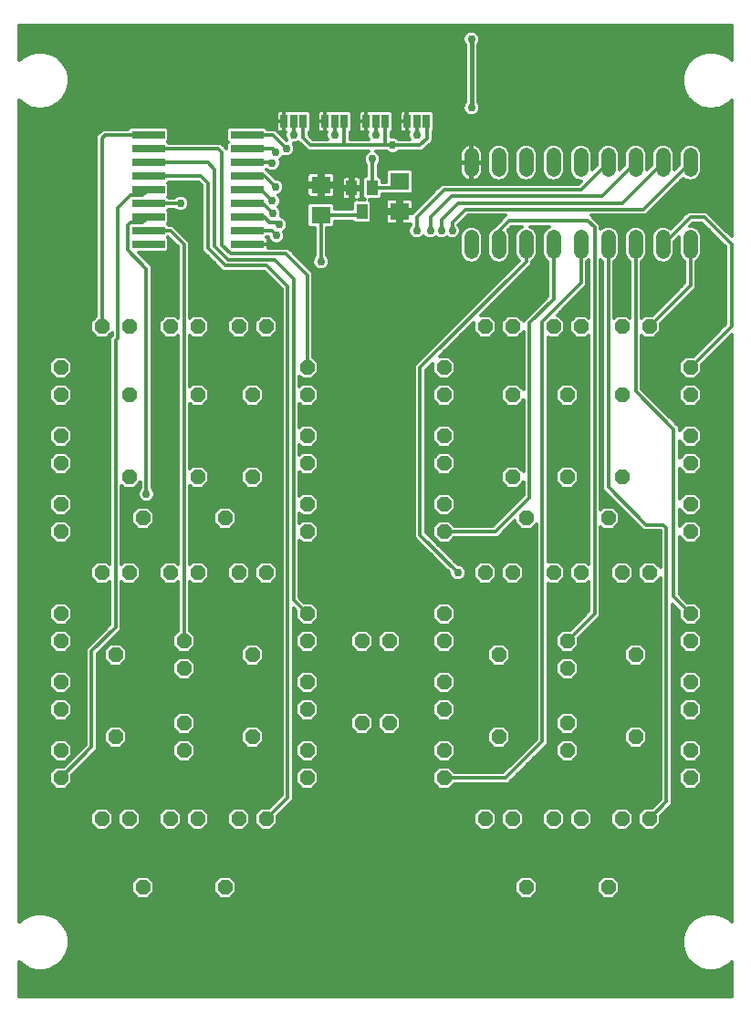
<source format=gbl>
G75*
%MOIN*%
%OFA0B0*%
%FSLAX25Y25*%
%IPPOS*%
%LPD*%
%AMOC8*
5,1,8,0,0,1.08239X$1,22.5*
%
%ADD10R,0.12000X0.02600*%
%ADD11OC8,0.05200*%
%ADD12R,0.02500X0.05000*%
%ADD13C,0.05200*%
%ADD14R,0.07087X0.06299*%
%ADD15R,0.03937X0.05512*%
%ADD16C,0.01200*%
%ADD17C,0.02978*%
%ADD18C,0.06750*%
%ADD19C,0.01600*%
D10*
X0058550Y0289100D03*
X0058550Y0294100D03*
X0058550Y0299100D03*
X0058550Y0304100D03*
X0058550Y0309100D03*
X0058550Y0314100D03*
X0058550Y0319100D03*
X0058550Y0324100D03*
X0058550Y0329100D03*
X0094650Y0329100D03*
X0094650Y0324100D03*
X0094650Y0319100D03*
X0094650Y0314100D03*
X0094650Y0309100D03*
X0094650Y0304100D03*
X0094650Y0299100D03*
X0094650Y0294100D03*
X0094800Y0289100D03*
D11*
X0091600Y0259100D03*
X0101600Y0259100D03*
X0116600Y0244100D03*
X0116600Y0234100D03*
X0116600Y0219100D03*
X0116600Y0209100D03*
X0116600Y0194100D03*
X0116600Y0184100D03*
X0101600Y0169100D03*
X0091600Y0169100D03*
X0076600Y0169100D03*
X0066600Y0169100D03*
X0051600Y0169100D03*
X0041600Y0169100D03*
X0026600Y0154100D03*
X0026600Y0144100D03*
X0026600Y0129100D03*
X0026600Y0119100D03*
X0026600Y0104100D03*
X0026600Y0094100D03*
X0041600Y0079100D03*
X0051600Y0079100D03*
X0066600Y0079100D03*
X0076600Y0079100D03*
X0091600Y0079100D03*
X0101600Y0079100D03*
X0116600Y0094100D03*
X0116600Y0104100D03*
X0116600Y0119100D03*
X0116600Y0129100D03*
X0116600Y0144100D03*
X0116600Y0154100D03*
X0136600Y0144100D03*
X0146600Y0144100D03*
X0166600Y0144100D03*
X0166600Y0154100D03*
X0181600Y0169100D03*
X0191600Y0169100D03*
X0206600Y0169100D03*
X0216600Y0169100D03*
X0231600Y0169100D03*
X0241600Y0169100D03*
X0256600Y0154100D03*
X0256600Y0144100D03*
X0256600Y0129100D03*
X0256600Y0119100D03*
X0256600Y0104100D03*
X0256600Y0094100D03*
X0241600Y0079100D03*
X0231600Y0079100D03*
X0216600Y0079100D03*
X0206600Y0079100D03*
X0191600Y0079100D03*
X0181600Y0079100D03*
X0166600Y0094100D03*
X0166600Y0104100D03*
X0166600Y0119100D03*
X0166600Y0129100D03*
X0186600Y0139100D03*
X0186600Y0109100D03*
X0211600Y0104100D03*
X0211600Y0114100D03*
X0211600Y0134100D03*
X0211600Y0144100D03*
X0236600Y0139100D03*
X0236600Y0109100D03*
X0226600Y0054100D03*
X0196600Y0054100D03*
X0146600Y0114100D03*
X0136600Y0114100D03*
X0096600Y0109100D03*
X0096600Y0139100D03*
X0071600Y0134100D03*
X0071600Y0144100D03*
X0071600Y0114100D03*
X0071600Y0104100D03*
X0046600Y0109100D03*
X0046600Y0139100D03*
X0026600Y0184100D03*
X0026600Y0194100D03*
X0026600Y0209100D03*
X0026600Y0219100D03*
X0026600Y0234100D03*
X0026600Y0244100D03*
X0041600Y0259100D03*
X0051600Y0259100D03*
X0066600Y0259100D03*
X0076600Y0259100D03*
X0076600Y0234100D03*
X0096600Y0234100D03*
X0096600Y0204100D03*
X0086600Y0189100D03*
X0076600Y0204100D03*
X0056600Y0189100D03*
X0051600Y0204100D03*
X0051600Y0234100D03*
X0166600Y0234100D03*
X0166600Y0244100D03*
X0181600Y0259100D03*
X0191600Y0259100D03*
X0206600Y0259100D03*
X0216600Y0259100D03*
X0231600Y0259100D03*
X0241600Y0259100D03*
X0256600Y0244100D03*
X0256600Y0234100D03*
X0256600Y0219100D03*
X0256600Y0209100D03*
X0256600Y0194100D03*
X0256600Y0184100D03*
X0231600Y0204100D03*
X0226600Y0189100D03*
X0211600Y0204100D03*
X0196600Y0189100D03*
X0191600Y0204100D03*
X0191600Y0234100D03*
X0211600Y0234100D03*
X0231600Y0234100D03*
X0166600Y0219100D03*
X0166600Y0209100D03*
X0166600Y0194100D03*
X0166600Y0184100D03*
X0086600Y0054100D03*
X0056600Y0054100D03*
D12*
X0108100Y0334100D03*
X0111600Y0334100D03*
X0115100Y0334100D03*
X0123100Y0334100D03*
X0126600Y0334100D03*
X0130100Y0334100D03*
X0138100Y0334100D03*
X0141600Y0334100D03*
X0145100Y0334100D03*
X0153100Y0334100D03*
X0156600Y0334100D03*
X0160100Y0334100D03*
D13*
X0176600Y0321700D02*
X0176600Y0316500D01*
X0186600Y0316500D02*
X0186600Y0321700D01*
X0196600Y0321700D02*
X0196600Y0316500D01*
X0206600Y0316500D02*
X0206600Y0321700D01*
X0216600Y0321700D02*
X0216600Y0316500D01*
X0226600Y0316500D02*
X0226600Y0321700D01*
X0236600Y0321700D02*
X0236600Y0316500D01*
X0246600Y0316500D02*
X0246600Y0321700D01*
X0256600Y0321700D02*
X0256600Y0316500D01*
X0256600Y0291700D02*
X0256600Y0286500D01*
X0246600Y0286500D02*
X0246600Y0291700D01*
X0236600Y0291700D02*
X0236600Y0286500D01*
X0226600Y0286500D02*
X0226600Y0291700D01*
X0216600Y0291700D02*
X0216600Y0286500D01*
X0206600Y0286500D02*
X0206600Y0291700D01*
X0196600Y0291700D02*
X0196600Y0286500D01*
X0186600Y0286500D02*
X0186600Y0291700D01*
X0176600Y0291700D02*
X0176600Y0286500D01*
D14*
X0150350Y0301088D03*
X0150350Y0312112D03*
X0121600Y0310862D03*
X0121600Y0299838D03*
D15*
X0132860Y0309681D03*
X0136600Y0301019D03*
X0140340Y0309681D03*
D16*
X0011500Y0026843D02*
X0011500Y0014000D01*
X0271700Y0014000D01*
X0271700Y0026843D01*
X0270551Y0025693D01*
X0268155Y0024310D01*
X0265483Y0023594D01*
X0262717Y0023594D01*
X0260045Y0024310D01*
X0257649Y0025693D01*
X0255693Y0027649D01*
X0254310Y0030045D01*
X0253594Y0032717D01*
X0253594Y0035483D01*
X0254310Y0038155D01*
X0255693Y0040551D01*
X0257649Y0042506D01*
X0260045Y0043890D01*
X0262717Y0044605D01*
X0265483Y0044605D01*
X0268155Y0043890D01*
X0270551Y0042506D01*
X0271700Y0041357D01*
X0271700Y0256089D01*
X0260800Y0245189D01*
X0260800Y0242360D01*
X0258340Y0239900D01*
X0254860Y0239900D01*
X0252400Y0242360D01*
X0252400Y0245840D01*
X0254860Y0248300D01*
X0257689Y0248300D01*
X0269400Y0260011D01*
X0269400Y0288189D01*
X0260689Y0296900D01*
X0257511Y0296900D01*
X0256511Y0295900D01*
X0257435Y0295900D01*
X0258979Y0295261D01*
X0260161Y0294079D01*
X0260800Y0292535D01*
X0260800Y0285665D01*
X0260161Y0284121D01*
X0258979Y0282939D01*
X0258800Y0282865D01*
X0258800Y0273189D01*
X0245800Y0260189D01*
X0245800Y0257360D01*
X0243340Y0254900D01*
X0239860Y0254900D01*
X0238800Y0255960D01*
X0238800Y0236261D01*
X0251261Y0223800D01*
X0252550Y0222511D01*
X0252550Y0220990D01*
X0254860Y0223300D01*
X0258340Y0223300D01*
X0260800Y0220840D01*
X0260800Y0217360D01*
X0258340Y0214900D01*
X0254860Y0214900D01*
X0252550Y0217210D01*
X0252550Y0210990D01*
X0254860Y0213300D01*
X0258340Y0213300D01*
X0260800Y0210840D01*
X0260800Y0207360D01*
X0258340Y0204900D01*
X0254860Y0204900D01*
X0252550Y0207210D01*
X0252550Y0195990D01*
X0254860Y0198300D01*
X0258340Y0198300D01*
X0260800Y0195840D01*
X0260800Y0192360D01*
X0258340Y0189900D01*
X0254860Y0189900D01*
X0252550Y0192210D01*
X0252550Y0185990D01*
X0254860Y0188300D01*
X0258340Y0188300D01*
X0260800Y0185840D01*
X0260800Y0182360D01*
X0258340Y0179900D01*
X0254860Y0179900D01*
X0252550Y0182210D01*
X0252550Y0161261D01*
X0255511Y0158300D01*
X0258340Y0158300D01*
X0260800Y0155840D01*
X0260800Y0152360D01*
X0258340Y0149900D01*
X0254860Y0149900D01*
X0252400Y0152360D01*
X0252400Y0155189D01*
X0250050Y0157539D01*
X0250050Y0084439D01*
X0245800Y0080189D01*
X0245800Y0077360D01*
X0243340Y0074900D01*
X0239860Y0074900D01*
X0237400Y0077360D01*
X0237400Y0080840D01*
X0239860Y0083300D01*
X0242689Y0083300D01*
X0245650Y0086261D01*
X0245650Y0167210D01*
X0243340Y0164900D01*
X0239860Y0164900D01*
X0237400Y0167360D01*
X0237400Y0170840D01*
X0239860Y0173300D01*
X0243340Y0173300D01*
X0245650Y0170990D01*
X0245650Y0184400D01*
X0239439Y0184400D01*
X0238150Y0185689D01*
X0238150Y0185689D01*
X0224400Y0199439D01*
X0224400Y0282865D01*
X0224221Y0282939D01*
X0223800Y0283360D01*
X0223800Y0192240D01*
X0224860Y0193300D01*
X0228340Y0193300D01*
X0230800Y0190840D01*
X0230800Y0187360D01*
X0228340Y0184900D01*
X0224860Y0184900D01*
X0223800Y0185960D01*
X0223800Y0153189D01*
X0215800Y0145189D01*
X0215800Y0142360D01*
X0213340Y0139900D01*
X0209860Y0139900D01*
X0207400Y0142360D01*
X0207400Y0145840D01*
X0209860Y0148300D01*
X0212689Y0148300D01*
X0219400Y0155011D01*
X0219400Y0165960D01*
X0218340Y0164900D01*
X0214860Y0164900D01*
X0212400Y0167360D01*
X0212400Y0170840D01*
X0214860Y0173300D01*
X0218340Y0173300D01*
X0219400Y0172240D01*
X0219400Y0255960D01*
X0218340Y0254900D01*
X0214860Y0254900D01*
X0212400Y0257360D01*
X0212400Y0260840D01*
X0214860Y0263300D01*
X0218340Y0263300D01*
X0219400Y0262240D01*
X0219400Y0283360D01*
X0218979Y0282939D01*
X0218800Y0282865D01*
X0218800Y0274128D01*
X0207972Y0263300D01*
X0208340Y0263300D01*
X0210800Y0260840D01*
X0210800Y0257360D01*
X0208340Y0254900D01*
X0204860Y0254900D01*
X0204600Y0255160D01*
X0204600Y0173040D01*
X0204860Y0173300D01*
X0208340Y0173300D01*
X0210800Y0170840D01*
X0210800Y0167360D01*
X0208340Y0164900D01*
X0204860Y0164900D01*
X0204600Y0165160D01*
X0204600Y0106489D01*
X0203311Y0105200D01*
X0191300Y0093189D01*
X0190011Y0091900D01*
X0170340Y0091900D01*
X0168340Y0089900D01*
X0164860Y0089900D01*
X0162400Y0092360D01*
X0162400Y0095840D01*
X0164860Y0098300D01*
X0168340Y0098300D01*
X0170340Y0096300D01*
X0188189Y0096300D01*
X0200200Y0108311D01*
X0200200Y0186760D01*
X0198340Y0184900D01*
X0194860Y0184900D01*
X0192400Y0187360D01*
X0192400Y0188039D01*
X0187550Y0183189D01*
X0186261Y0181900D01*
X0170340Y0181900D01*
X0168340Y0179900D01*
X0164860Y0179900D01*
X0162400Y0182360D01*
X0162400Y0185840D01*
X0164860Y0188300D01*
X0168340Y0188300D01*
X0170340Y0186300D01*
X0184439Y0186300D01*
X0195650Y0197511D01*
X0195650Y0202210D01*
X0193340Y0199900D01*
X0189860Y0199900D01*
X0187400Y0202360D01*
X0187400Y0205840D01*
X0189860Y0208300D01*
X0193340Y0208300D01*
X0195650Y0205990D01*
X0195650Y0232210D01*
X0193340Y0229900D01*
X0189860Y0229900D01*
X0187400Y0232360D01*
X0187400Y0235840D01*
X0189860Y0238300D01*
X0193340Y0238300D01*
X0195650Y0235990D01*
X0195650Y0257210D01*
X0193340Y0254900D01*
X0189860Y0254900D01*
X0187400Y0257360D01*
X0187400Y0260840D01*
X0189860Y0263300D01*
X0193340Y0263300D01*
X0195650Y0260990D01*
X0195650Y0261261D01*
X0196939Y0262550D01*
X0204400Y0270011D01*
X0204400Y0282865D01*
X0204221Y0282939D01*
X0203039Y0284121D01*
X0202400Y0285665D01*
X0202400Y0292535D01*
X0203039Y0294079D01*
X0204221Y0295261D01*
X0205161Y0295650D01*
X0198039Y0295650D01*
X0198979Y0295261D01*
X0200161Y0294079D01*
X0200800Y0292535D01*
X0200800Y0285665D01*
X0200161Y0284121D01*
X0198979Y0282939D01*
X0198800Y0282865D01*
X0198800Y0281939D01*
X0180161Y0263300D01*
X0183340Y0263300D01*
X0185800Y0260840D01*
X0185800Y0257360D01*
X0183340Y0254900D01*
X0179860Y0254900D01*
X0177400Y0257360D01*
X0177400Y0260539D01*
X0165161Y0248300D01*
X0168340Y0248300D01*
X0170800Y0245840D01*
X0170800Y0242360D01*
X0168340Y0239900D01*
X0164860Y0239900D01*
X0162400Y0242360D01*
X0162400Y0245539D01*
X0160050Y0243189D01*
X0160050Y0183761D01*
X0171622Y0172189D01*
X0172214Y0172189D01*
X0173350Y0171719D01*
X0174219Y0170850D01*
X0174689Y0169714D01*
X0174689Y0168486D01*
X0174219Y0167350D01*
X0173350Y0166481D01*
X0172214Y0166011D01*
X0170986Y0166011D01*
X0169850Y0166481D01*
X0168981Y0167350D01*
X0168511Y0168486D01*
X0168511Y0169078D01*
X0155650Y0181939D01*
X0155650Y0245011D01*
X0156939Y0246300D01*
X0193900Y0283261D01*
X0193039Y0284121D01*
X0192400Y0285665D01*
X0192400Y0292535D01*
X0193039Y0294079D01*
X0194221Y0295261D01*
X0195161Y0295650D01*
X0191261Y0295650D01*
X0189925Y0294314D01*
X0190161Y0294079D01*
X0190800Y0292535D01*
X0190800Y0285665D01*
X0190161Y0284121D01*
X0188979Y0282939D01*
X0187435Y0282300D01*
X0185765Y0282300D01*
X0184221Y0282939D01*
X0183039Y0284121D01*
X0182400Y0285665D01*
X0182400Y0292535D01*
X0183039Y0294079D01*
X0184221Y0295261D01*
X0184952Y0295564D01*
X0188150Y0298761D01*
X0189089Y0299700D01*
X0175311Y0299700D01*
X0171818Y0296207D01*
X0172175Y0295850D01*
X0172645Y0294714D01*
X0172645Y0293486D01*
X0172175Y0292350D01*
X0171306Y0291481D01*
X0170170Y0291011D01*
X0168941Y0291011D01*
X0167806Y0291481D01*
X0167567Y0291721D01*
X0167328Y0291481D01*
X0166192Y0291011D01*
X0164964Y0291011D01*
X0163828Y0291481D01*
X0163589Y0291721D01*
X0163350Y0291481D01*
X0162214Y0291011D01*
X0160986Y0291011D01*
X0159850Y0291481D01*
X0159100Y0292232D01*
X0158350Y0291481D01*
X0157214Y0291011D01*
X0155986Y0291011D01*
X0154850Y0291481D01*
X0153981Y0292350D01*
X0153511Y0293486D01*
X0153511Y0294714D01*
X0153981Y0295850D01*
X0154400Y0296268D01*
X0154400Y0296418D01*
X0154104Y0296339D01*
X0150950Y0296339D01*
X0150950Y0300488D01*
X0149750Y0300488D01*
X0149750Y0296339D01*
X0146596Y0296339D01*
X0146189Y0296448D01*
X0145824Y0296658D01*
X0145526Y0296956D01*
X0145316Y0297321D01*
X0145207Y0297728D01*
X0145207Y0300488D01*
X0149750Y0300488D01*
X0149750Y0301688D01*
X0145207Y0301688D01*
X0145207Y0304448D01*
X0145316Y0304855D01*
X0145526Y0305220D01*
X0145824Y0305518D01*
X0146189Y0305729D01*
X0146596Y0305838D01*
X0149750Y0305838D01*
X0149750Y0301688D01*
X0150950Y0301688D01*
X0155493Y0301688D01*
X0155493Y0304448D01*
X0155384Y0304855D01*
X0155174Y0305220D01*
X0154876Y0305518D01*
X0154511Y0305729D01*
X0154104Y0305838D01*
X0150950Y0305838D01*
X0150950Y0301688D01*
X0150950Y0300488D01*
X0154877Y0300488D01*
X0164400Y0310011D01*
X0165689Y0311300D01*
X0215689Y0311300D01*
X0216689Y0312300D01*
X0215765Y0312300D01*
X0214221Y0312939D01*
X0213039Y0314121D01*
X0212400Y0315665D01*
X0212400Y0322535D01*
X0213039Y0324079D01*
X0214221Y0325261D01*
X0215765Y0325900D01*
X0217435Y0325900D01*
X0218979Y0325261D01*
X0220161Y0324079D01*
X0220800Y0322535D01*
X0220800Y0316411D01*
X0222400Y0318011D01*
X0222400Y0322535D01*
X0223039Y0324079D01*
X0224221Y0325261D01*
X0225765Y0325900D01*
X0227435Y0325900D01*
X0228979Y0325261D01*
X0230161Y0324079D01*
X0230800Y0322535D01*
X0230800Y0316411D01*
X0232400Y0318011D01*
X0232400Y0322535D01*
X0233039Y0324079D01*
X0234221Y0325261D01*
X0235765Y0325900D01*
X0237435Y0325900D01*
X0238979Y0325261D01*
X0240161Y0324079D01*
X0240800Y0322535D01*
X0240800Y0316411D01*
X0242400Y0318011D01*
X0242400Y0322535D01*
X0243039Y0324079D01*
X0244221Y0325261D01*
X0245765Y0325900D01*
X0247435Y0325900D01*
X0248979Y0325261D01*
X0250161Y0324079D01*
X0250800Y0322535D01*
X0250800Y0316411D01*
X0252400Y0318011D01*
X0252400Y0322535D01*
X0253039Y0324079D01*
X0254221Y0325261D01*
X0255765Y0325900D01*
X0257435Y0325900D01*
X0258979Y0325261D01*
X0260161Y0324079D01*
X0260800Y0322535D01*
X0260800Y0315665D01*
X0260161Y0314121D01*
X0258979Y0312939D01*
X0257435Y0312300D01*
X0255765Y0312300D01*
X0254221Y0312939D01*
X0253886Y0313275D01*
X0241600Y0300989D01*
X0241600Y0300989D01*
X0240311Y0299700D01*
X0220361Y0299700D01*
X0222511Y0297550D01*
X0223800Y0296261D01*
X0223800Y0294840D01*
X0224221Y0295261D01*
X0225765Y0295900D01*
X0227435Y0295900D01*
X0228979Y0295261D01*
X0230161Y0294079D01*
X0230800Y0292535D01*
X0230800Y0285665D01*
X0230161Y0284121D01*
X0228979Y0282939D01*
X0228800Y0282865D01*
X0228800Y0262240D01*
X0229860Y0263300D01*
X0233340Y0263300D01*
X0234400Y0262240D01*
X0234400Y0282865D01*
X0234221Y0282939D01*
X0233039Y0284121D01*
X0232400Y0285665D01*
X0232400Y0292535D01*
X0233039Y0294079D01*
X0234221Y0295261D01*
X0235765Y0295900D01*
X0237435Y0295900D01*
X0238979Y0295261D01*
X0240161Y0294079D01*
X0240800Y0292535D01*
X0240800Y0285665D01*
X0240161Y0284121D01*
X0238979Y0282939D01*
X0238800Y0282865D01*
X0238800Y0262240D01*
X0239860Y0263300D01*
X0242689Y0263300D01*
X0254400Y0275011D01*
X0254400Y0282865D01*
X0254221Y0282939D01*
X0253039Y0284121D01*
X0252400Y0285665D01*
X0252400Y0291789D01*
X0250800Y0290189D01*
X0250800Y0285665D01*
X0250161Y0284121D01*
X0248979Y0282939D01*
X0247435Y0282300D01*
X0245765Y0282300D01*
X0244221Y0282939D01*
X0243039Y0284121D01*
X0242400Y0285665D01*
X0242400Y0292535D01*
X0243039Y0294079D01*
X0244221Y0295261D01*
X0245765Y0295900D01*
X0247435Y0295900D01*
X0248979Y0295261D01*
X0249314Y0294925D01*
X0254400Y0300011D01*
X0255689Y0301300D01*
X0262511Y0301300D01*
X0271700Y0292111D01*
X0271700Y0341843D01*
X0270551Y0340693D01*
X0268155Y0339310D01*
X0265483Y0338594D01*
X0262717Y0338594D01*
X0260045Y0339310D01*
X0257649Y0340693D01*
X0255693Y0342649D01*
X0254310Y0345045D01*
X0253594Y0347717D01*
X0253594Y0350483D01*
X0254310Y0353155D01*
X0255693Y0355551D01*
X0257649Y0357506D01*
X0260045Y0358890D01*
X0262717Y0359605D01*
X0265483Y0359605D01*
X0268155Y0358890D01*
X0270551Y0357506D01*
X0271700Y0356357D01*
X0271700Y0369200D01*
X0011500Y0369200D01*
X0011500Y0356357D01*
X0012649Y0357506D01*
X0015045Y0358890D01*
X0017717Y0359605D01*
X0020483Y0359605D01*
X0023155Y0358890D01*
X0025551Y0357506D01*
X0027506Y0355551D01*
X0028890Y0353155D01*
X0029605Y0350483D01*
X0029605Y0347717D01*
X0028890Y0345045D01*
X0027506Y0342649D01*
X0025551Y0340693D01*
X0023155Y0339310D01*
X0020483Y0338594D01*
X0017717Y0338594D01*
X0015045Y0339310D01*
X0012649Y0340693D01*
X0011500Y0341843D01*
X0011500Y0041357D01*
X0012649Y0042506D01*
X0015045Y0043890D01*
X0017717Y0044605D01*
X0020483Y0044605D01*
X0023155Y0043890D01*
X0025551Y0042506D01*
X0027506Y0040551D01*
X0028890Y0038155D01*
X0029605Y0035483D01*
X0029605Y0032717D01*
X0028890Y0030045D01*
X0027506Y0027649D01*
X0025551Y0025693D01*
X0023155Y0024310D01*
X0020483Y0023594D01*
X0017717Y0023594D01*
X0015045Y0024310D01*
X0012649Y0025693D01*
X0011500Y0026843D01*
X0011500Y0025879D02*
X0012464Y0025879D01*
X0011500Y0024681D02*
X0014404Y0024681D01*
X0011500Y0023482D02*
X0271700Y0023482D01*
X0271700Y0022284D02*
X0011500Y0022284D01*
X0011500Y0021085D02*
X0271700Y0021085D01*
X0271700Y0019887D02*
X0011500Y0019887D01*
X0011500Y0018688D02*
X0271700Y0018688D01*
X0271700Y0017490D02*
X0011500Y0017490D01*
X0011500Y0016291D02*
X0271700Y0016291D01*
X0271700Y0015093D02*
X0011500Y0015093D01*
X0023796Y0024681D02*
X0259404Y0024681D01*
X0257464Y0025879D02*
X0025736Y0025879D01*
X0026935Y0027078D02*
X0256265Y0027078D01*
X0255332Y0028276D02*
X0027868Y0028276D01*
X0028560Y0029475D02*
X0254640Y0029475D01*
X0254142Y0030673D02*
X0029058Y0030673D01*
X0029379Y0031872D02*
X0253821Y0031872D01*
X0253594Y0033070D02*
X0029605Y0033070D01*
X0029605Y0034269D02*
X0253594Y0034269D01*
X0253594Y0035467D02*
X0029605Y0035467D01*
X0029289Y0036666D02*
X0253911Y0036666D01*
X0254233Y0037864D02*
X0028967Y0037864D01*
X0028365Y0039063D02*
X0254835Y0039063D01*
X0255527Y0040261D02*
X0027673Y0040261D01*
X0026597Y0041460D02*
X0256603Y0041460D01*
X0257912Y0042658D02*
X0025288Y0042658D01*
X0023212Y0043857D02*
X0259988Y0043857D01*
X0268212Y0043857D02*
X0271700Y0043857D01*
X0271700Y0045055D02*
X0011500Y0045055D01*
X0011500Y0043857D02*
X0014988Y0043857D01*
X0012912Y0042658D02*
X0011500Y0042658D01*
X0011500Y0041460D02*
X0011603Y0041460D01*
X0011500Y0046254D02*
X0271700Y0046254D01*
X0271700Y0047452D02*
X0011500Y0047452D01*
X0011500Y0048651D02*
X0271700Y0048651D01*
X0271700Y0049849D02*
X0011500Y0049849D01*
X0011500Y0051048D02*
X0053712Y0051048D01*
X0054860Y0049900D02*
X0052400Y0052360D01*
X0052400Y0055840D01*
X0054860Y0058300D01*
X0058340Y0058300D01*
X0060800Y0055840D01*
X0060800Y0052360D01*
X0058340Y0049900D01*
X0054860Y0049900D01*
X0052514Y0052246D02*
X0011500Y0052246D01*
X0011500Y0053445D02*
X0052400Y0053445D01*
X0052400Y0054643D02*
X0011500Y0054643D01*
X0011500Y0055842D02*
X0052402Y0055842D01*
X0053601Y0057040D02*
X0011500Y0057040D01*
X0011500Y0058239D02*
X0054799Y0058239D01*
X0058401Y0058239D02*
X0084799Y0058239D01*
X0084860Y0058300D02*
X0082400Y0055840D01*
X0082400Y0052360D01*
X0084860Y0049900D01*
X0088340Y0049900D01*
X0090800Y0052360D01*
X0090800Y0055840D01*
X0088340Y0058300D01*
X0084860Y0058300D01*
X0083601Y0057040D02*
X0059599Y0057040D01*
X0060798Y0055842D02*
X0082402Y0055842D01*
X0082400Y0054643D02*
X0060800Y0054643D01*
X0060800Y0053445D02*
X0082400Y0053445D01*
X0082514Y0052246D02*
X0060686Y0052246D01*
X0059488Y0051048D02*
X0083712Y0051048D01*
X0089488Y0051048D02*
X0193712Y0051048D01*
X0194860Y0049900D02*
X0198340Y0049900D01*
X0200800Y0052360D01*
X0200800Y0055840D01*
X0198340Y0058300D01*
X0194860Y0058300D01*
X0192400Y0055840D01*
X0192400Y0052360D01*
X0194860Y0049900D01*
X0192514Y0052246D02*
X0090686Y0052246D01*
X0090800Y0053445D02*
X0192400Y0053445D01*
X0192400Y0054643D02*
X0090800Y0054643D01*
X0090798Y0055842D02*
X0192402Y0055842D01*
X0193601Y0057040D02*
X0089599Y0057040D01*
X0088401Y0058239D02*
X0194799Y0058239D01*
X0198401Y0058239D02*
X0224799Y0058239D01*
X0224860Y0058300D02*
X0222400Y0055840D01*
X0222400Y0052360D01*
X0224860Y0049900D01*
X0228340Y0049900D01*
X0230800Y0052360D01*
X0230800Y0055840D01*
X0228340Y0058300D01*
X0224860Y0058300D01*
X0223601Y0057040D02*
X0199599Y0057040D01*
X0200798Y0055842D02*
X0222402Y0055842D01*
X0222400Y0054643D02*
X0200800Y0054643D01*
X0200800Y0053445D02*
X0222400Y0053445D01*
X0222514Y0052246D02*
X0200686Y0052246D01*
X0199488Y0051048D02*
X0223712Y0051048D01*
X0228401Y0058239D02*
X0271700Y0058239D01*
X0271700Y0059437D02*
X0011500Y0059437D01*
X0011500Y0060636D02*
X0271700Y0060636D01*
X0271700Y0061834D02*
X0011500Y0061834D01*
X0011500Y0063033D02*
X0271700Y0063033D01*
X0271700Y0064232D02*
X0011500Y0064232D01*
X0011500Y0065430D02*
X0271700Y0065430D01*
X0271700Y0066629D02*
X0011500Y0066629D01*
X0011500Y0067827D02*
X0271700Y0067827D01*
X0271700Y0069026D02*
X0011500Y0069026D01*
X0011500Y0070224D02*
X0271700Y0070224D01*
X0271700Y0071423D02*
X0011500Y0071423D01*
X0011500Y0072621D02*
X0271700Y0072621D01*
X0271700Y0073820D02*
X0011500Y0073820D01*
X0011500Y0075018D02*
X0039742Y0075018D01*
X0039860Y0074900D02*
X0043340Y0074900D01*
X0045800Y0077360D01*
X0045800Y0080840D01*
X0043340Y0083300D01*
X0039860Y0083300D01*
X0037400Y0080840D01*
X0037400Y0077360D01*
X0039860Y0074900D01*
X0038544Y0076217D02*
X0011500Y0076217D01*
X0011500Y0077415D02*
X0037400Y0077415D01*
X0037400Y0078614D02*
X0011500Y0078614D01*
X0011500Y0079812D02*
X0037400Y0079812D01*
X0037571Y0081011D02*
X0011500Y0081011D01*
X0011500Y0082209D02*
X0038770Y0082209D01*
X0044430Y0082209D02*
X0048770Y0082209D01*
X0049860Y0083300D02*
X0047400Y0080840D01*
X0047400Y0077360D01*
X0049860Y0074900D01*
X0053340Y0074900D01*
X0055800Y0077360D01*
X0055800Y0080840D01*
X0053340Y0083300D01*
X0049860Y0083300D01*
X0047571Y0081011D02*
X0045629Y0081011D01*
X0045800Y0079812D02*
X0047400Y0079812D01*
X0047400Y0078614D02*
X0045800Y0078614D01*
X0045800Y0077415D02*
X0047400Y0077415D01*
X0048544Y0076217D02*
X0044656Y0076217D01*
X0043458Y0075018D02*
X0049742Y0075018D01*
X0053458Y0075018D02*
X0064742Y0075018D01*
X0064860Y0074900D02*
X0068340Y0074900D01*
X0070800Y0077360D01*
X0070800Y0080840D01*
X0068340Y0083300D01*
X0064860Y0083300D01*
X0062400Y0080840D01*
X0062400Y0077360D01*
X0064860Y0074900D01*
X0063544Y0076217D02*
X0054656Y0076217D01*
X0055800Y0077415D02*
X0062400Y0077415D01*
X0062400Y0078614D02*
X0055800Y0078614D01*
X0055800Y0079812D02*
X0062400Y0079812D01*
X0062571Y0081011D02*
X0055629Y0081011D01*
X0054430Y0082209D02*
X0063770Y0082209D01*
X0069430Y0082209D02*
X0073770Y0082209D01*
X0074860Y0083300D02*
X0072400Y0080840D01*
X0072400Y0077360D01*
X0074860Y0074900D01*
X0078340Y0074900D01*
X0080800Y0077360D01*
X0080800Y0080840D01*
X0078340Y0083300D01*
X0074860Y0083300D01*
X0072571Y0081011D02*
X0070629Y0081011D01*
X0070800Y0079812D02*
X0072400Y0079812D01*
X0072400Y0078614D02*
X0070800Y0078614D01*
X0070800Y0077415D02*
X0072400Y0077415D01*
X0073544Y0076217D02*
X0069656Y0076217D01*
X0068458Y0075018D02*
X0074742Y0075018D01*
X0078458Y0075018D02*
X0089742Y0075018D01*
X0089860Y0074900D02*
X0093340Y0074900D01*
X0095800Y0077360D01*
X0095800Y0080840D01*
X0093340Y0083300D01*
X0089860Y0083300D01*
X0087400Y0080840D01*
X0087400Y0077360D01*
X0089860Y0074900D01*
X0088544Y0076217D02*
X0079656Y0076217D01*
X0080800Y0077415D02*
X0087400Y0077415D01*
X0087400Y0078614D02*
X0080800Y0078614D01*
X0080800Y0079812D02*
X0087400Y0079812D01*
X0087571Y0081011D02*
X0080629Y0081011D01*
X0079430Y0082209D02*
X0088770Y0082209D01*
X0094430Y0082209D02*
X0098770Y0082209D01*
X0099860Y0083300D02*
X0097400Y0080840D01*
X0097400Y0077360D01*
X0099860Y0074900D01*
X0103340Y0074900D01*
X0105800Y0077360D01*
X0105800Y0080189D01*
X0111600Y0085989D01*
X0111600Y0155989D01*
X0112400Y0155189D01*
X0112400Y0152360D01*
X0114860Y0149900D01*
X0118340Y0149900D01*
X0120800Y0152360D01*
X0120800Y0155840D01*
X0118340Y0158300D01*
X0115511Y0158300D01*
X0113800Y0160011D01*
X0113800Y0180960D01*
X0114860Y0179900D01*
X0118340Y0179900D01*
X0120800Y0182360D01*
X0120800Y0185840D01*
X0118340Y0188300D01*
X0114860Y0188300D01*
X0113800Y0187240D01*
X0113800Y0190960D01*
X0114860Y0189900D01*
X0118340Y0189900D01*
X0120800Y0192360D01*
X0120800Y0195840D01*
X0118340Y0198300D01*
X0114860Y0198300D01*
X0113800Y0197240D01*
X0113800Y0205960D01*
X0114860Y0204900D01*
X0118340Y0204900D01*
X0120800Y0207360D01*
X0120800Y0210840D01*
X0118340Y0213300D01*
X0114860Y0213300D01*
X0113800Y0212240D01*
X0113800Y0215960D01*
X0114860Y0214900D01*
X0118340Y0214900D01*
X0120800Y0217360D01*
X0120800Y0220840D01*
X0118340Y0223300D01*
X0114860Y0223300D01*
X0113800Y0222240D01*
X0113800Y0230960D01*
X0114860Y0229900D01*
X0118340Y0229900D01*
X0120800Y0232360D01*
X0120800Y0235840D01*
X0118340Y0238300D01*
X0114860Y0238300D01*
X0113800Y0237240D01*
X0113800Y0240960D01*
X0114860Y0239900D01*
X0118340Y0239900D01*
X0120800Y0242360D01*
X0120800Y0245840D01*
X0118800Y0247840D01*
X0118800Y0278761D01*
X0117511Y0280050D01*
X0110893Y0286668D01*
X0109605Y0287957D01*
X0102400Y0287957D01*
X0102400Y0289050D01*
X0094850Y0289050D01*
X0094850Y0289150D01*
X0102400Y0289150D01*
X0102400Y0290611D01*
X0102291Y0291018D01*
X0102080Y0291382D01*
X0101788Y0291675D01*
X0102012Y0291900D01*
X0102261Y0291900D01*
X0102261Y0291739D01*
X0102731Y0290604D01*
X0103600Y0289735D01*
X0104736Y0289265D01*
X0105964Y0289265D01*
X0107100Y0289735D01*
X0107969Y0290604D01*
X0108439Y0291739D01*
X0108439Y0292968D01*
X0108116Y0293748D01*
X0108951Y0294582D01*
X0109421Y0295717D01*
X0109421Y0296946D01*
X0108951Y0298082D01*
X0108082Y0298951D01*
X0107042Y0299381D01*
X0107189Y0299736D01*
X0107189Y0300964D01*
X0106719Y0302100D01*
X0105968Y0302850D01*
X0106437Y0303318D01*
X0106907Y0304454D01*
X0106907Y0305683D01*
X0106437Y0306818D01*
X0106108Y0307147D01*
X0106804Y0307436D01*
X0107673Y0308305D01*
X0108143Y0309440D01*
X0108143Y0310669D01*
X0107673Y0311804D01*
X0106804Y0312673D01*
X0105669Y0313143D01*
X0105077Y0313143D01*
X0102250Y0315971D01*
X0102250Y0316063D01*
X0101713Y0316600D01*
X0101714Y0316601D01*
X0102061Y0316253D01*
X0103197Y0315783D01*
X0104425Y0315783D01*
X0105561Y0316253D01*
X0106430Y0317122D01*
X0106900Y0318258D01*
X0106900Y0319486D01*
X0106633Y0320132D01*
X0106872Y0320231D01*
X0107741Y0321100D01*
X0107818Y0321287D01*
X0108486Y0321011D01*
X0109714Y0321011D01*
X0110850Y0321481D01*
X0111719Y0322350D01*
X0112189Y0323486D01*
X0112189Y0324714D01*
X0111719Y0325850D01*
X0111557Y0326011D01*
X0112214Y0326011D01*
X0113350Y0326481D01*
X0113479Y0326610D01*
X0115650Y0324439D01*
X0116939Y0323150D01*
X0139038Y0323150D01*
X0138600Y0322969D01*
X0137731Y0322100D01*
X0137261Y0320964D01*
X0137261Y0319736D01*
X0137731Y0318600D01*
X0138140Y0318191D01*
X0138140Y0314037D01*
X0137709Y0314037D01*
X0136772Y0313099D01*
X0136772Y0306262D01*
X0137659Y0305375D01*
X0135227Y0305375D01*
X0135446Y0305434D01*
X0135811Y0305644D01*
X0136109Y0305942D01*
X0136319Y0306307D01*
X0136428Y0306714D01*
X0136428Y0309296D01*
X0133244Y0309296D01*
X0133244Y0305325D01*
X0133918Y0305325D01*
X0133031Y0304438D01*
X0133031Y0302038D01*
X0126743Y0302038D01*
X0126743Y0303651D01*
X0125806Y0304588D01*
X0117394Y0304588D01*
X0116457Y0303651D01*
X0116457Y0296026D01*
X0117394Y0295089D01*
X0119400Y0295089D01*
X0119400Y0285018D01*
X0118981Y0284600D01*
X0118511Y0283464D01*
X0118511Y0282236D01*
X0118981Y0281100D01*
X0119850Y0280231D01*
X0120986Y0279761D01*
X0122214Y0279761D01*
X0123350Y0280231D01*
X0124219Y0281100D01*
X0124689Y0282236D01*
X0124689Y0283464D01*
X0124219Y0284600D01*
X0123800Y0285018D01*
X0123800Y0295089D01*
X0125806Y0295089D01*
X0126743Y0296026D01*
X0126743Y0297638D01*
X0133031Y0297638D01*
X0133031Y0297601D01*
X0133969Y0296663D01*
X0139231Y0296663D01*
X0140168Y0297601D01*
X0140168Y0304438D01*
X0139282Y0305325D01*
X0142971Y0305325D01*
X0143909Y0306262D01*
X0143909Y0307481D01*
X0146025Y0307481D01*
X0146144Y0307362D01*
X0154556Y0307362D01*
X0155493Y0308299D01*
X0155493Y0315924D01*
X0154556Y0316861D01*
X0146144Y0316861D01*
X0145207Y0315924D01*
X0145207Y0311881D01*
X0143909Y0311881D01*
X0143909Y0313099D01*
X0142971Y0314037D01*
X0142540Y0314037D01*
X0142540Y0318172D01*
X0142969Y0318600D01*
X0143439Y0319736D01*
X0143439Y0320964D01*
X0142969Y0322100D01*
X0142100Y0322969D01*
X0141662Y0323150D01*
X0145682Y0323150D01*
X0146100Y0322731D01*
X0147236Y0322261D01*
X0148464Y0322261D01*
X0149600Y0322731D01*
X0150018Y0323150D01*
X0158761Y0323150D01*
X0160050Y0324439D01*
X0161261Y0325650D01*
X0162550Y0326939D01*
X0162550Y0330537D01*
X0162950Y0330937D01*
X0162950Y0337263D01*
X0162013Y0338200D01*
X0154687Y0338200D01*
X0154661Y0338173D01*
X0154561Y0338200D01*
X0153125Y0338200D01*
X0153125Y0334125D01*
X0153075Y0334125D01*
X0153075Y0338200D01*
X0151639Y0338200D01*
X0151232Y0338091D01*
X0150868Y0337880D01*
X0150570Y0337582D01*
X0150359Y0337218D01*
X0150250Y0336811D01*
X0150250Y0334125D01*
X0153075Y0334125D01*
X0153075Y0334075D01*
X0153125Y0334075D01*
X0153125Y0330000D01*
X0153629Y0330000D01*
X0153511Y0329714D01*
X0153511Y0328486D01*
X0153899Y0327550D01*
X0150018Y0327550D01*
X0149600Y0327969D01*
X0148464Y0328439D01*
X0147300Y0328439D01*
X0147300Y0330287D01*
X0147950Y0330937D01*
X0147950Y0337263D01*
X0147013Y0338200D01*
X0139687Y0338200D01*
X0139661Y0338173D01*
X0139561Y0338200D01*
X0138125Y0338200D01*
X0138125Y0334125D01*
X0138075Y0334125D01*
X0138075Y0338200D01*
X0136639Y0338200D01*
X0136232Y0338091D01*
X0135868Y0337880D01*
X0135570Y0337582D01*
X0135359Y0337218D01*
X0135250Y0336811D01*
X0135250Y0334125D01*
X0138075Y0334125D01*
X0138075Y0334075D01*
X0138125Y0334075D01*
X0138125Y0330000D01*
X0138629Y0330000D01*
X0138511Y0329714D01*
X0138511Y0328486D01*
X0138899Y0327550D01*
X0132300Y0327550D01*
X0132300Y0330287D01*
X0132950Y0330937D01*
X0132950Y0337263D01*
X0132013Y0338200D01*
X0124687Y0338200D01*
X0124661Y0338173D01*
X0124561Y0338200D01*
X0123125Y0338200D01*
X0123125Y0334125D01*
X0123075Y0334125D01*
X0123075Y0338200D01*
X0121639Y0338200D01*
X0121232Y0338091D01*
X0120868Y0337880D01*
X0120570Y0337582D01*
X0120359Y0337218D01*
X0120250Y0336811D01*
X0120250Y0334125D01*
X0123075Y0334125D01*
X0123075Y0334075D01*
X0123125Y0334075D01*
X0123125Y0330000D01*
X0123629Y0330000D01*
X0123511Y0329714D01*
X0123511Y0328486D01*
X0123899Y0327550D01*
X0118761Y0327550D01*
X0117300Y0329011D01*
X0117300Y0330287D01*
X0117950Y0330937D01*
X0117950Y0337263D01*
X0117013Y0338200D01*
X0109687Y0338200D01*
X0109661Y0338173D01*
X0109561Y0338200D01*
X0108125Y0338200D01*
X0108125Y0334125D01*
X0108075Y0334125D01*
X0108075Y0338200D01*
X0106639Y0338200D01*
X0106232Y0338091D01*
X0105868Y0337880D01*
X0105570Y0337582D01*
X0105359Y0337218D01*
X0105250Y0336811D01*
X0105250Y0334125D01*
X0108075Y0334125D01*
X0108075Y0334075D01*
X0105250Y0334075D01*
X0105250Y0331389D01*
X0105359Y0330982D01*
X0105400Y0330911D01*
X0105011Y0331300D01*
X0102012Y0331300D01*
X0101312Y0332000D01*
X0087987Y0332000D01*
X0087050Y0331063D01*
X0087050Y0327137D01*
X0087587Y0326600D01*
X0087050Y0326063D01*
X0087050Y0324261D01*
X0086261Y0325050D01*
X0085011Y0326300D01*
X0065913Y0326300D01*
X0065613Y0326600D01*
X0066150Y0327137D01*
X0066150Y0331063D01*
X0065213Y0332000D01*
X0051887Y0332000D01*
X0051187Y0331300D01*
X0041939Y0331300D01*
X0040689Y0330050D01*
X0039400Y0328761D01*
X0039400Y0262840D01*
X0037400Y0260840D01*
X0037400Y0257360D01*
X0039860Y0254900D01*
X0043340Y0254900D01*
X0045200Y0256760D01*
X0045200Y0255811D01*
X0044400Y0255011D01*
X0044400Y0172240D01*
X0043340Y0173300D01*
X0039860Y0173300D01*
X0037400Y0170840D01*
X0037400Y0167360D01*
X0039860Y0164900D01*
X0043340Y0164900D01*
X0044400Y0165960D01*
X0044400Y0150011D01*
X0036939Y0142550D01*
X0035650Y0141261D01*
X0035650Y0106261D01*
X0027689Y0098300D01*
X0024860Y0098300D01*
X0022400Y0095840D01*
X0022400Y0092360D01*
X0024860Y0089900D01*
X0028340Y0089900D01*
X0030800Y0092360D01*
X0030800Y0095189D01*
X0040050Y0104439D01*
X0040050Y0139439D01*
X0048800Y0148189D01*
X0048800Y0165960D01*
X0049860Y0164900D01*
X0053340Y0164900D01*
X0055800Y0167360D01*
X0055800Y0170840D01*
X0053340Y0173300D01*
X0049860Y0173300D01*
X0048800Y0172240D01*
X0048800Y0200960D01*
X0049860Y0199900D01*
X0053340Y0199900D01*
X0055650Y0202210D01*
X0055650Y0200018D01*
X0055231Y0199600D01*
X0054761Y0198464D01*
X0054761Y0197236D01*
X0055231Y0196100D01*
X0056100Y0195231D01*
X0057236Y0194761D01*
X0058464Y0194761D01*
X0059600Y0195231D01*
X0060469Y0196100D01*
X0060939Y0197236D01*
X0060939Y0198464D01*
X0060469Y0199600D01*
X0060050Y0200018D01*
X0060050Y0281149D01*
X0058761Y0282437D01*
X0054998Y0286200D01*
X0065213Y0286200D01*
X0066150Y0287137D01*
X0066150Y0291063D01*
X0065613Y0291600D01*
X0065801Y0291788D01*
X0069400Y0288189D01*
X0069400Y0262240D01*
X0068340Y0263300D01*
X0064860Y0263300D01*
X0062400Y0260840D01*
X0062400Y0257360D01*
X0064860Y0254900D01*
X0068340Y0254900D01*
X0069400Y0255960D01*
X0069400Y0172240D01*
X0068340Y0173300D01*
X0064860Y0173300D01*
X0062400Y0170840D01*
X0062400Y0167360D01*
X0064860Y0164900D01*
X0068340Y0164900D01*
X0069400Y0165960D01*
X0069400Y0147840D01*
X0067400Y0145840D01*
X0067400Y0142360D01*
X0069860Y0139900D01*
X0073340Y0139900D01*
X0075800Y0142360D01*
X0075800Y0145840D01*
X0073800Y0147840D01*
X0073800Y0165960D01*
X0074860Y0164900D01*
X0078340Y0164900D01*
X0080800Y0167360D01*
X0080800Y0170840D01*
X0078340Y0173300D01*
X0074860Y0173300D01*
X0073800Y0172240D01*
X0073800Y0200960D01*
X0074860Y0199900D01*
X0078340Y0199900D01*
X0080800Y0202360D01*
X0080800Y0205840D01*
X0078340Y0208300D01*
X0074860Y0208300D01*
X0073800Y0207240D01*
X0073800Y0230960D01*
X0074860Y0229900D01*
X0078340Y0229900D01*
X0080800Y0232360D01*
X0080800Y0235840D01*
X0078340Y0238300D01*
X0074860Y0238300D01*
X0073800Y0237240D01*
X0073800Y0255960D01*
X0074860Y0254900D01*
X0078340Y0254900D01*
X0080800Y0257360D01*
X0080800Y0260840D01*
X0078340Y0263300D01*
X0074860Y0263300D01*
X0073800Y0262240D01*
X0073800Y0290011D01*
X0072511Y0291300D01*
X0067511Y0296300D01*
X0065913Y0296300D01*
X0065613Y0296600D01*
X0066150Y0297137D01*
X0066150Y0301063D01*
X0065613Y0301600D01*
X0065913Y0301900D01*
X0068182Y0301900D01*
X0068600Y0301481D01*
X0069736Y0301011D01*
X0070964Y0301011D01*
X0072100Y0301481D01*
X0072969Y0302350D01*
X0073439Y0303486D01*
X0073439Y0304714D01*
X0072969Y0305850D01*
X0072100Y0306719D01*
X0070964Y0307189D01*
X0069736Y0307189D01*
X0068600Y0306719D01*
X0068182Y0306300D01*
X0065913Y0306300D01*
X0065613Y0306600D01*
X0066150Y0307137D01*
X0066150Y0311063D01*
X0065613Y0311600D01*
X0065913Y0311900D01*
X0076939Y0311900D01*
X0078150Y0310689D01*
X0078150Y0286853D01*
X0085847Y0279157D01*
X0100932Y0279157D01*
X0107200Y0272889D01*
X0107200Y0087811D01*
X0102689Y0083300D01*
X0099860Y0083300D01*
X0102796Y0083408D02*
X0011500Y0083408D01*
X0011500Y0084606D02*
X0103995Y0084606D01*
X0105193Y0085805D02*
X0011500Y0085805D01*
X0011500Y0087003D02*
X0106392Y0087003D01*
X0107200Y0088202D02*
X0011500Y0088202D01*
X0011500Y0089400D02*
X0107200Y0089400D01*
X0107200Y0090599D02*
X0029038Y0090599D01*
X0030237Y0091797D02*
X0107200Y0091797D01*
X0107200Y0092996D02*
X0030800Y0092996D01*
X0030800Y0094194D02*
X0107200Y0094194D01*
X0107200Y0095393D02*
X0031004Y0095393D01*
X0032203Y0096591D02*
X0107200Y0096591D01*
X0107200Y0097790D02*
X0033401Y0097790D01*
X0034600Y0098988D02*
X0107200Y0098988D01*
X0107200Y0100187D02*
X0073627Y0100187D01*
X0073340Y0099900D02*
X0075800Y0102360D01*
X0075800Y0105840D01*
X0073340Y0108300D01*
X0069860Y0108300D01*
X0067400Y0105840D01*
X0067400Y0102360D01*
X0069860Y0099900D01*
X0073340Y0099900D01*
X0074825Y0101385D02*
X0107200Y0101385D01*
X0107200Y0102584D02*
X0075800Y0102584D01*
X0075800Y0103782D02*
X0107200Y0103782D01*
X0107200Y0104981D02*
X0098421Y0104981D01*
X0098340Y0104900D02*
X0100800Y0107360D01*
X0100800Y0110840D01*
X0098340Y0113300D01*
X0094860Y0113300D01*
X0092400Y0110840D01*
X0092400Y0107360D01*
X0094860Y0104900D01*
X0098340Y0104900D01*
X0099619Y0106179D02*
X0107200Y0106179D01*
X0107200Y0107378D02*
X0100800Y0107378D01*
X0100800Y0108576D02*
X0107200Y0108576D01*
X0107200Y0109775D02*
X0100800Y0109775D01*
X0100666Y0110973D02*
X0107200Y0110973D01*
X0107200Y0112172D02*
X0099468Y0112172D01*
X0093732Y0112172D02*
X0075612Y0112172D01*
X0075800Y0112360D02*
X0073340Y0109900D01*
X0069860Y0109900D01*
X0067400Y0112360D01*
X0067400Y0115840D01*
X0069860Y0118300D01*
X0073340Y0118300D01*
X0075800Y0115840D01*
X0075800Y0112360D01*
X0075800Y0113370D02*
X0107200Y0113370D01*
X0107200Y0114569D02*
X0075800Y0114569D01*
X0075800Y0115768D02*
X0107200Y0115768D01*
X0107200Y0116966D02*
X0074674Y0116966D01*
X0073475Y0118165D02*
X0107200Y0118165D01*
X0107200Y0119363D02*
X0040050Y0119363D01*
X0040050Y0118165D02*
X0069725Y0118165D01*
X0068526Y0116966D02*
X0040050Y0116966D01*
X0040050Y0115768D02*
X0067400Y0115768D01*
X0067400Y0114569D02*
X0040050Y0114569D01*
X0040050Y0113370D02*
X0067400Y0113370D01*
X0067588Y0112172D02*
X0049468Y0112172D01*
X0048340Y0113300D02*
X0044860Y0113300D01*
X0042400Y0110840D01*
X0042400Y0107360D01*
X0044860Y0104900D01*
X0048340Y0104900D01*
X0050800Y0107360D01*
X0050800Y0110840D01*
X0048340Y0113300D01*
X0050666Y0110973D02*
X0068787Y0110973D01*
X0068938Y0107378D02*
X0050800Y0107378D01*
X0050800Y0108576D02*
X0092400Y0108576D01*
X0092400Y0107378D02*
X0074262Y0107378D01*
X0075460Y0106179D02*
X0093581Y0106179D01*
X0094779Y0104981D02*
X0075800Y0104981D01*
X0074413Y0110973D02*
X0092534Y0110973D01*
X0092400Y0109775D02*
X0050800Y0109775D01*
X0049619Y0106179D02*
X0067740Y0106179D01*
X0067400Y0104981D02*
X0048421Y0104981D01*
X0044779Y0104981D02*
X0040050Y0104981D01*
X0040050Y0106179D02*
X0043581Y0106179D01*
X0042400Y0107378D02*
X0040050Y0107378D01*
X0040050Y0108576D02*
X0042400Y0108576D01*
X0042400Y0109775D02*
X0040050Y0109775D01*
X0040050Y0110973D02*
X0042534Y0110973D01*
X0043732Y0112172D02*
X0040050Y0112172D01*
X0035650Y0112172D02*
X0011500Y0112172D01*
X0011500Y0113370D02*
X0035650Y0113370D01*
X0035650Y0114569D02*
X0011500Y0114569D01*
X0011500Y0115768D02*
X0023993Y0115768D01*
X0024860Y0114900D02*
X0028340Y0114900D01*
X0030800Y0117360D01*
X0030800Y0120840D01*
X0028340Y0123300D01*
X0024860Y0123300D01*
X0022400Y0120840D01*
X0022400Y0117360D01*
X0024860Y0114900D01*
X0022794Y0116966D02*
X0011500Y0116966D01*
X0011500Y0118165D02*
X0022400Y0118165D01*
X0022400Y0119363D02*
X0011500Y0119363D01*
X0011500Y0120562D02*
X0022400Y0120562D01*
X0023320Y0121760D02*
X0011500Y0121760D01*
X0011500Y0122959D02*
X0024519Y0122959D01*
X0024860Y0124900D02*
X0028340Y0124900D01*
X0030800Y0127360D01*
X0030800Y0130840D01*
X0028340Y0133300D01*
X0024860Y0133300D01*
X0022400Y0130840D01*
X0022400Y0127360D01*
X0024860Y0124900D01*
X0024405Y0125356D02*
X0011500Y0125356D01*
X0011500Y0126554D02*
X0023206Y0126554D01*
X0022400Y0127753D02*
X0011500Y0127753D01*
X0011500Y0128951D02*
X0022400Y0128951D01*
X0022400Y0130150D02*
X0011500Y0130150D01*
X0011500Y0131348D02*
X0022908Y0131348D01*
X0024107Y0132547D02*
X0011500Y0132547D01*
X0011500Y0133745D02*
X0035650Y0133745D01*
X0035650Y0132547D02*
X0029093Y0132547D01*
X0030292Y0131348D02*
X0035650Y0131348D01*
X0035650Y0130150D02*
X0030800Y0130150D01*
X0030800Y0128951D02*
X0035650Y0128951D01*
X0035650Y0127753D02*
X0030800Y0127753D01*
X0029994Y0126554D02*
X0035650Y0126554D01*
X0035650Y0125356D02*
X0028795Y0125356D01*
X0028681Y0122959D02*
X0035650Y0122959D01*
X0035650Y0124157D02*
X0011500Y0124157D01*
X0011500Y0134944D02*
X0035650Y0134944D01*
X0035650Y0136142D02*
X0011500Y0136142D01*
X0011500Y0137341D02*
X0035650Y0137341D01*
X0035650Y0138539D02*
X0011500Y0138539D01*
X0011500Y0139738D02*
X0035650Y0139738D01*
X0035650Y0140936D02*
X0029376Y0140936D01*
X0028340Y0139900D02*
X0030800Y0142360D01*
X0030800Y0145840D01*
X0028340Y0148300D01*
X0024860Y0148300D01*
X0022400Y0145840D01*
X0022400Y0142360D01*
X0024860Y0139900D01*
X0028340Y0139900D01*
X0030574Y0142135D02*
X0036523Y0142135D01*
X0037722Y0143333D02*
X0030800Y0143333D01*
X0030800Y0144532D02*
X0038921Y0144532D01*
X0040119Y0145730D02*
X0030800Y0145730D01*
X0029711Y0146929D02*
X0041318Y0146929D01*
X0042516Y0148127D02*
X0028512Y0148127D01*
X0028340Y0149900D02*
X0030800Y0152360D01*
X0030800Y0155840D01*
X0028340Y0158300D01*
X0024860Y0158300D01*
X0022400Y0155840D01*
X0022400Y0152360D01*
X0024860Y0149900D01*
X0028340Y0149900D01*
X0028964Y0150524D02*
X0044400Y0150524D01*
X0044400Y0151723D02*
X0030163Y0151723D01*
X0030800Y0152921D02*
X0044400Y0152921D01*
X0044400Y0154120D02*
X0030800Y0154120D01*
X0030800Y0155318D02*
X0044400Y0155318D01*
X0044400Y0156517D02*
X0030123Y0156517D01*
X0028924Y0157715D02*
X0044400Y0157715D01*
X0044400Y0158914D02*
X0011500Y0158914D01*
X0011500Y0160112D02*
X0044400Y0160112D01*
X0044400Y0161311D02*
X0011500Y0161311D01*
X0011500Y0162509D02*
X0044400Y0162509D01*
X0044400Y0163708D02*
X0011500Y0163708D01*
X0011500Y0164906D02*
X0039854Y0164906D01*
X0038655Y0166105D02*
X0011500Y0166105D01*
X0011500Y0167303D02*
X0037457Y0167303D01*
X0037400Y0168502D02*
X0011500Y0168502D01*
X0011500Y0169701D02*
X0037400Y0169701D01*
X0037459Y0170899D02*
X0011500Y0170899D01*
X0011500Y0172098D02*
X0038658Y0172098D01*
X0039856Y0173296D02*
X0011500Y0173296D01*
X0011500Y0174495D02*
X0044400Y0174495D01*
X0044400Y0175693D02*
X0011500Y0175693D01*
X0011500Y0176892D02*
X0044400Y0176892D01*
X0044400Y0178090D02*
X0011500Y0178090D01*
X0011500Y0179289D02*
X0044400Y0179289D01*
X0044400Y0180487D02*
X0028927Y0180487D01*
X0028340Y0179900D02*
X0030800Y0182360D01*
X0030800Y0185840D01*
X0028340Y0188300D01*
X0024860Y0188300D01*
X0022400Y0185840D01*
X0022400Y0182360D01*
X0024860Y0179900D01*
X0028340Y0179900D01*
X0030125Y0181686D02*
X0044400Y0181686D01*
X0044400Y0182884D02*
X0030800Y0182884D01*
X0030800Y0184083D02*
X0044400Y0184083D01*
X0044400Y0185281D02*
X0030800Y0185281D01*
X0030160Y0186480D02*
X0044400Y0186480D01*
X0044400Y0187678D02*
X0028961Y0187678D01*
X0028340Y0189900D02*
X0030800Y0192360D01*
X0030800Y0195840D01*
X0028340Y0198300D01*
X0024860Y0198300D01*
X0022400Y0195840D01*
X0022400Y0192360D01*
X0024860Y0189900D01*
X0028340Y0189900D01*
X0028515Y0190075D02*
X0044400Y0190075D01*
X0044400Y0188877D02*
X0011500Y0188877D01*
X0011500Y0190075D02*
X0024685Y0190075D01*
X0023487Y0191274D02*
X0011500Y0191274D01*
X0011500Y0192472D02*
X0022400Y0192472D01*
X0022400Y0193671D02*
X0011500Y0193671D01*
X0011500Y0194869D02*
X0022400Y0194869D01*
X0022628Y0196068D02*
X0011500Y0196068D01*
X0011500Y0197266D02*
X0023827Y0197266D01*
X0029373Y0197266D02*
X0044400Y0197266D01*
X0044400Y0196068D02*
X0030572Y0196068D01*
X0030800Y0194869D02*
X0044400Y0194869D01*
X0044400Y0193671D02*
X0030800Y0193671D01*
X0030800Y0192472D02*
X0044400Y0192472D01*
X0044400Y0191274D02*
X0029713Y0191274D01*
X0024238Y0187678D02*
X0011500Y0187678D01*
X0011500Y0186480D02*
X0023040Y0186480D01*
X0022400Y0185281D02*
X0011500Y0185281D01*
X0011500Y0184083D02*
X0022400Y0184083D01*
X0022400Y0182884D02*
X0011500Y0182884D01*
X0011500Y0181686D02*
X0023075Y0181686D01*
X0024273Y0180487D02*
X0011500Y0180487D01*
X0011500Y0198465D02*
X0044400Y0198465D01*
X0044400Y0199663D02*
X0011500Y0199663D01*
X0011500Y0200862D02*
X0044400Y0200862D01*
X0044400Y0202060D02*
X0011500Y0202060D01*
X0011500Y0203259D02*
X0044400Y0203259D01*
X0044400Y0204457D02*
X0011500Y0204457D01*
X0011500Y0205656D02*
X0024104Y0205656D01*
X0024860Y0204900D02*
X0028340Y0204900D01*
X0030800Y0207360D01*
X0030800Y0210840D01*
X0028340Y0213300D01*
X0024860Y0213300D01*
X0022400Y0210840D01*
X0022400Y0207360D01*
X0024860Y0204900D01*
X0022906Y0206854D02*
X0011500Y0206854D01*
X0011500Y0208053D02*
X0022400Y0208053D01*
X0022400Y0209251D02*
X0011500Y0209251D01*
X0011500Y0210450D02*
X0022400Y0210450D01*
X0023209Y0211648D02*
X0011500Y0211648D01*
X0011500Y0212847D02*
X0024407Y0212847D01*
X0024860Y0214900D02*
X0028340Y0214900D01*
X0030800Y0217360D01*
X0030800Y0220840D01*
X0028340Y0223300D01*
X0024860Y0223300D01*
X0022400Y0220840D01*
X0022400Y0217360D01*
X0024860Y0214900D01*
X0024516Y0215244D02*
X0011500Y0215244D01*
X0011500Y0216442D02*
X0023318Y0216442D01*
X0022400Y0217641D02*
X0011500Y0217641D01*
X0011500Y0218839D02*
X0022400Y0218839D01*
X0022400Y0220038D02*
X0011500Y0220038D01*
X0011500Y0221237D02*
X0022797Y0221237D01*
X0023995Y0222435D02*
X0011500Y0222435D01*
X0011500Y0223634D02*
X0044400Y0223634D01*
X0044400Y0224832D02*
X0011500Y0224832D01*
X0011500Y0226031D02*
X0044400Y0226031D01*
X0044400Y0227229D02*
X0011500Y0227229D01*
X0011500Y0228428D02*
X0044400Y0228428D01*
X0044400Y0229626D02*
X0011500Y0229626D01*
X0011500Y0230825D02*
X0023936Y0230825D01*
X0024860Y0229900D02*
X0028340Y0229900D01*
X0030800Y0232360D01*
X0030800Y0235840D01*
X0028340Y0238300D01*
X0024860Y0238300D01*
X0022400Y0235840D01*
X0022400Y0232360D01*
X0024860Y0229900D01*
X0022737Y0232023D02*
X0011500Y0232023D01*
X0011500Y0233222D02*
X0022400Y0233222D01*
X0022400Y0234420D02*
X0011500Y0234420D01*
X0011500Y0235619D02*
X0022400Y0235619D01*
X0023377Y0236817D02*
X0011500Y0236817D01*
X0011500Y0238016D02*
X0024576Y0238016D01*
X0024860Y0239900D02*
X0022400Y0242360D01*
X0022400Y0245840D01*
X0024860Y0248300D01*
X0028340Y0248300D01*
X0030800Y0245840D01*
X0030800Y0242360D01*
X0028340Y0239900D01*
X0024860Y0239900D01*
X0024348Y0240413D02*
X0011500Y0240413D01*
X0011500Y0241611D02*
X0023149Y0241611D01*
X0022400Y0242810D02*
X0011500Y0242810D01*
X0011500Y0244008D02*
X0022400Y0244008D01*
X0022400Y0245207D02*
X0011500Y0245207D01*
X0011500Y0246405D02*
X0022966Y0246405D01*
X0024164Y0247604D02*
X0011500Y0247604D01*
X0011500Y0248802D02*
X0044400Y0248802D01*
X0044400Y0247604D02*
X0029036Y0247604D01*
X0030234Y0246405D02*
X0044400Y0246405D01*
X0044400Y0245207D02*
X0030800Y0245207D01*
X0030800Y0244008D02*
X0044400Y0244008D01*
X0044400Y0242810D02*
X0030800Y0242810D01*
X0030051Y0241611D02*
X0044400Y0241611D01*
X0044400Y0240413D02*
X0028852Y0240413D01*
X0028624Y0238016D02*
X0044400Y0238016D01*
X0044400Y0239214D02*
X0011500Y0239214D01*
X0011500Y0250001D02*
X0044400Y0250001D01*
X0044400Y0251199D02*
X0011500Y0251199D01*
X0011500Y0252398D02*
X0044400Y0252398D01*
X0044400Y0253596D02*
X0011500Y0253596D01*
X0011500Y0254795D02*
X0044400Y0254795D01*
X0044433Y0255993D02*
X0045200Y0255993D01*
X0046600Y0254100D02*
X0046600Y0149100D01*
X0037850Y0140350D01*
X0037850Y0105350D01*
X0026600Y0094100D01*
X0023152Y0096591D02*
X0011500Y0096591D01*
X0011500Y0095393D02*
X0022400Y0095393D01*
X0022400Y0094194D02*
X0011500Y0094194D01*
X0011500Y0092996D02*
X0022400Y0092996D01*
X0022963Y0091797D02*
X0011500Y0091797D01*
X0011500Y0090599D02*
X0024162Y0090599D01*
X0024350Y0097790D02*
X0011500Y0097790D01*
X0011500Y0098988D02*
X0028377Y0098988D01*
X0028340Y0099900D02*
X0030800Y0102360D01*
X0030800Y0105840D01*
X0028340Y0108300D01*
X0024860Y0108300D01*
X0022400Y0105840D01*
X0022400Y0102360D01*
X0024860Y0099900D01*
X0028340Y0099900D01*
X0028627Y0100187D02*
X0029576Y0100187D01*
X0029825Y0101385D02*
X0030774Y0101385D01*
X0030800Y0102584D02*
X0031973Y0102584D01*
X0030800Y0103782D02*
X0033171Y0103782D01*
X0034370Y0104981D02*
X0030800Y0104981D01*
X0030460Y0106179D02*
X0035568Y0106179D01*
X0035650Y0107378D02*
X0029262Y0107378D01*
X0023938Y0107378D02*
X0011500Y0107378D01*
X0011500Y0108576D02*
X0035650Y0108576D01*
X0035650Y0109775D02*
X0011500Y0109775D01*
X0011500Y0110973D02*
X0035650Y0110973D01*
X0035650Y0115768D02*
X0029207Y0115768D01*
X0030406Y0116966D02*
X0035650Y0116966D01*
X0035650Y0118165D02*
X0030800Y0118165D01*
X0030800Y0119363D02*
X0035650Y0119363D01*
X0035650Y0120562D02*
X0030800Y0120562D01*
X0029880Y0121760D02*
X0035650Y0121760D01*
X0040050Y0121760D02*
X0107200Y0121760D01*
X0107200Y0120562D02*
X0040050Y0120562D01*
X0040050Y0122959D02*
X0107200Y0122959D01*
X0107200Y0124157D02*
X0040050Y0124157D01*
X0040050Y0125356D02*
X0107200Y0125356D01*
X0107200Y0126554D02*
X0040050Y0126554D01*
X0040050Y0127753D02*
X0107200Y0127753D01*
X0107200Y0128951D02*
X0040050Y0128951D01*
X0040050Y0130150D02*
X0069611Y0130150D01*
X0069860Y0129900D02*
X0073340Y0129900D01*
X0075800Y0132360D01*
X0075800Y0135840D01*
X0073340Y0138300D01*
X0069860Y0138300D01*
X0067400Y0135840D01*
X0067400Y0132360D01*
X0069860Y0129900D01*
X0068412Y0131348D02*
X0040050Y0131348D01*
X0040050Y0132547D02*
X0067400Y0132547D01*
X0067400Y0133745D02*
X0040050Y0133745D01*
X0040050Y0134944D02*
X0044817Y0134944D01*
X0044860Y0134900D02*
X0048340Y0134900D01*
X0050800Y0137360D01*
X0050800Y0140840D01*
X0048340Y0143300D01*
X0044860Y0143300D01*
X0042400Y0140840D01*
X0042400Y0137360D01*
X0044860Y0134900D01*
X0043618Y0136142D02*
X0040050Y0136142D01*
X0040050Y0137341D02*
X0042420Y0137341D01*
X0042400Y0138539D02*
X0040050Y0138539D01*
X0040349Y0139738D02*
X0042400Y0139738D01*
X0042497Y0140936D02*
X0041548Y0140936D01*
X0042746Y0142135D02*
X0043695Y0142135D01*
X0043945Y0143333D02*
X0067400Y0143333D01*
X0067400Y0144532D02*
X0045143Y0144532D01*
X0046342Y0145730D02*
X0067400Y0145730D01*
X0068489Y0146929D02*
X0047540Y0146929D01*
X0048739Y0148127D02*
X0069400Y0148127D01*
X0069400Y0149326D02*
X0048800Y0149326D01*
X0048800Y0150524D02*
X0069400Y0150524D01*
X0069400Y0151723D02*
X0048800Y0151723D01*
X0048800Y0152921D02*
X0069400Y0152921D01*
X0069400Y0154120D02*
X0048800Y0154120D01*
X0048800Y0155318D02*
X0069400Y0155318D01*
X0069400Y0156517D02*
X0048800Y0156517D01*
X0048800Y0157715D02*
X0069400Y0157715D01*
X0069400Y0158914D02*
X0048800Y0158914D01*
X0048800Y0160112D02*
X0069400Y0160112D01*
X0069400Y0161311D02*
X0048800Y0161311D01*
X0048800Y0162509D02*
X0069400Y0162509D01*
X0069400Y0163708D02*
X0048800Y0163708D01*
X0048800Y0164906D02*
X0049854Y0164906D01*
X0053346Y0164906D02*
X0064854Y0164906D01*
X0063655Y0166105D02*
X0054545Y0166105D01*
X0055743Y0167303D02*
X0062457Y0167303D01*
X0062400Y0168502D02*
X0055800Y0168502D01*
X0055800Y0169701D02*
X0062400Y0169701D01*
X0062459Y0170899D02*
X0055741Y0170899D01*
X0054542Y0172098D02*
X0063658Y0172098D01*
X0064856Y0173296D02*
X0053344Y0173296D01*
X0049856Y0173296D02*
X0048800Y0173296D01*
X0048800Y0174495D02*
X0069400Y0174495D01*
X0069400Y0175693D02*
X0048800Y0175693D01*
X0048800Y0176892D02*
X0069400Y0176892D01*
X0069400Y0178090D02*
X0048800Y0178090D01*
X0048800Y0179289D02*
X0069400Y0179289D01*
X0069400Y0180487D02*
X0048800Y0180487D01*
X0048800Y0181686D02*
X0069400Y0181686D01*
X0069400Y0182884D02*
X0048800Y0182884D01*
X0048800Y0184083D02*
X0069400Y0184083D01*
X0069400Y0185281D02*
X0058721Y0185281D01*
X0058340Y0184900D02*
X0060800Y0187360D01*
X0060800Y0190840D01*
X0058340Y0193300D01*
X0054860Y0193300D01*
X0052400Y0190840D01*
X0052400Y0187360D01*
X0054860Y0184900D01*
X0058340Y0184900D01*
X0059919Y0186480D02*
X0069400Y0186480D01*
X0069400Y0187678D02*
X0060800Y0187678D01*
X0060800Y0188877D02*
X0069400Y0188877D01*
X0069400Y0190075D02*
X0060800Y0190075D01*
X0060366Y0191274D02*
X0069400Y0191274D01*
X0069400Y0192472D02*
X0059167Y0192472D01*
X0058726Y0194869D02*
X0069400Y0194869D01*
X0069400Y0193671D02*
X0048800Y0193671D01*
X0048800Y0194869D02*
X0056974Y0194869D01*
X0055264Y0196068D02*
X0048800Y0196068D01*
X0048800Y0197266D02*
X0054761Y0197266D01*
X0054761Y0198465D02*
X0048800Y0198465D01*
X0048800Y0199663D02*
X0055295Y0199663D01*
X0055650Y0200862D02*
X0054301Y0200862D01*
X0055500Y0202060D02*
X0055650Y0202060D01*
X0060050Y0202060D02*
X0069400Y0202060D01*
X0069400Y0200862D02*
X0060050Y0200862D01*
X0060405Y0199663D02*
X0069400Y0199663D01*
X0069400Y0198465D02*
X0060939Y0198465D01*
X0060939Y0197266D02*
X0069400Y0197266D01*
X0069400Y0196068D02*
X0060436Y0196068D01*
X0057850Y0197850D02*
X0057850Y0280237D01*
X0050950Y0287137D01*
X0050950Y0296063D01*
X0051887Y0297000D01*
X0056450Y0297000D01*
X0058550Y0299100D01*
X0058550Y0294100D02*
X0066600Y0294100D01*
X0071600Y0289100D01*
X0071600Y0144100D01*
X0074711Y0146929D02*
X0107200Y0146929D01*
X0107200Y0148127D02*
X0073800Y0148127D01*
X0073800Y0149326D02*
X0107200Y0149326D01*
X0107200Y0150524D02*
X0073800Y0150524D01*
X0073800Y0151723D02*
X0107200Y0151723D01*
X0107200Y0152921D02*
X0073800Y0152921D01*
X0073800Y0154120D02*
X0107200Y0154120D01*
X0107200Y0155318D02*
X0073800Y0155318D01*
X0073800Y0156517D02*
X0107200Y0156517D01*
X0107200Y0157715D02*
X0073800Y0157715D01*
X0073800Y0158914D02*
X0107200Y0158914D01*
X0107200Y0160112D02*
X0073800Y0160112D01*
X0073800Y0161311D02*
X0107200Y0161311D01*
X0107200Y0162509D02*
X0073800Y0162509D01*
X0073800Y0163708D02*
X0107200Y0163708D01*
X0107200Y0164906D02*
X0103346Y0164906D01*
X0103340Y0164900D02*
X0105800Y0167360D01*
X0105800Y0170840D01*
X0103340Y0173300D01*
X0099860Y0173300D01*
X0097400Y0170840D01*
X0097400Y0167360D01*
X0099860Y0164900D01*
X0103340Y0164900D01*
X0104545Y0166105D02*
X0107200Y0166105D01*
X0107200Y0167303D02*
X0105743Y0167303D01*
X0105800Y0168502D02*
X0107200Y0168502D01*
X0107200Y0169701D02*
X0105800Y0169701D01*
X0105741Y0170899D02*
X0107200Y0170899D01*
X0107200Y0172098D02*
X0104542Y0172098D01*
X0103344Y0173296D02*
X0107200Y0173296D01*
X0107200Y0174495D02*
X0073800Y0174495D01*
X0073800Y0175693D02*
X0107200Y0175693D01*
X0107200Y0176892D02*
X0073800Y0176892D01*
X0073800Y0178090D02*
X0107200Y0178090D01*
X0107200Y0179289D02*
X0073800Y0179289D01*
X0073800Y0180487D02*
X0107200Y0180487D01*
X0107200Y0181686D02*
X0073800Y0181686D01*
X0073800Y0182884D02*
X0107200Y0182884D01*
X0107200Y0184083D02*
X0073800Y0184083D01*
X0073800Y0185281D02*
X0084479Y0185281D01*
X0084860Y0184900D02*
X0088340Y0184900D01*
X0090800Y0187360D01*
X0090800Y0190840D01*
X0088340Y0193300D01*
X0084860Y0193300D01*
X0082400Y0190840D01*
X0082400Y0187360D01*
X0084860Y0184900D01*
X0083281Y0186480D02*
X0073800Y0186480D01*
X0073800Y0187678D02*
X0082400Y0187678D01*
X0082400Y0188877D02*
X0073800Y0188877D01*
X0073800Y0190075D02*
X0082400Y0190075D01*
X0082834Y0191274D02*
X0073800Y0191274D01*
X0073800Y0192472D02*
X0084033Y0192472D01*
X0089167Y0192472D02*
X0107200Y0192472D01*
X0107200Y0191274D02*
X0090366Y0191274D01*
X0090800Y0190075D02*
X0107200Y0190075D01*
X0107200Y0188877D02*
X0090800Y0188877D01*
X0090800Y0187678D02*
X0107200Y0187678D01*
X0107200Y0186480D02*
X0089919Y0186480D01*
X0088721Y0185281D02*
X0107200Y0185281D01*
X0107200Y0193671D02*
X0073800Y0193671D01*
X0073800Y0194869D02*
X0107200Y0194869D01*
X0107200Y0196068D02*
X0073800Y0196068D01*
X0073800Y0197266D02*
X0107200Y0197266D01*
X0107200Y0198465D02*
X0073800Y0198465D01*
X0073800Y0199663D02*
X0107200Y0199663D01*
X0107200Y0200862D02*
X0099302Y0200862D01*
X0098340Y0199900D02*
X0100800Y0202360D01*
X0100800Y0205840D01*
X0098340Y0208300D01*
X0094860Y0208300D01*
X0092400Y0205840D01*
X0092400Y0202360D01*
X0094860Y0199900D01*
X0098340Y0199900D01*
X0100500Y0202060D02*
X0107200Y0202060D01*
X0107200Y0203259D02*
X0100800Y0203259D01*
X0100800Y0204457D02*
X0107200Y0204457D01*
X0107200Y0205656D02*
X0100800Y0205656D01*
X0099785Y0206854D02*
X0107200Y0206854D01*
X0107200Y0208053D02*
X0098587Y0208053D01*
X0094613Y0208053D02*
X0078587Y0208053D01*
X0079785Y0206854D02*
X0093415Y0206854D01*
X0092400Y0205656D02*
X0080800Y0205656D01*
X0080800Y0204457D02*
X0092400Y0204457D01*
X0092400Y0203259D02*
X0080800Y0203259D01*
X0080500Y0202060D02*
X0092700Y0202060D01*
X0093898Y0200862D02*
X0079302Y0200862D01*
X0073898Y0200862D02*
X0073800Y0200862D01*
X0069400Y0203259D02*
X0060050Y0203259D01*
X0060050Y0204457D02*
X0069400Y0204457D01*
X0069400Y0205656D02*
X0060050Y0205656D01*
X0060050Y0206854D02*
X0069400Y0206854D01*
X0069400Y0208053D02*
X0060050Y0208053D01*
X0060050Y0209251D02*
X0069400Y0209251D01*
X0069400Y0210450D02*
X0060050Y0210450D01*
X0060050Y0211648D02*
X0069400Y0211648D01*
X0069400Y0212847D02*
X0060050Y0212847D01*
X0060050Y0214045D02*
X0069400Y0214045D01*
X0069400Y0215244D02*
X0060050Y0215244D01*
X0060050Y0216442D02*
X0069400Y0216442D01*
X0069400Y0217641D02*
X0060050Y0217641D01*
X0060050Y0218839D02*
X0069400Y0218839D01*
X0069400Y0220038D02*
X0060050Y0220038D01*
X0060050Y0221237D02*
X0069400Y0221237D01*
X0069400Y0222435D02*
X0060050Y0222435D01*
X0060050Y0223634D02*
X0069400Y0223634D01*
X0069400Y0224832D02*
X0060050Y0224832D01*
X0060050Y0226031D02*
X0069400Y0226031D01*
X0069400Y0227229D02*
X0060050Y0227229D01*
X0060050Y0228428D02*
X0069400Y0228428D01*
X0069400Y0229626D02*
X0060050Y0229626D01*
X0060050Y0230825D02*
X0069400Y0230825D01*
X0069400Y0232023D02*
X0060050Y0232023D01*
X0060050Y0233222D02*
X0069400Y0233222D01*
X0069400Y0234420D02*
X0060050Y0234420D01*
X0060050Y0235619D02*
X0069400Y0235619D01*
X0069400Y0236817D02*
X0060050Y0236817D01*
X0060050Y0238016D02*
X0069400Y0238016D01*
X0069400Y0239214D02*
X0060050Y0239214D01*
X0060050Y0240413D02*
X0069400Y0240413D01*
X0069400Y0241611D02*
X0060050Y0241611D01*
X0060050Y0242810D02*
X0069400Y0242810D01*
X0069400Y0244008D02*
X0060050Y0244008D01*
X0060050Y0245207D02*
X0069400Y0245207D01*
X0069400Y0246405D02*
X0060050Y0246405D01*
X0060050Y0247604D02*
X0069400Y0247604D01*
X0069400Y0248802D02*
X0060050Y0248802D01*
X0060050Y0250001D02*
X0069400Y0250001D01*
X0069400Y0251199D02*
X0060050Y0251199D01*
X0060050Y0252398D02*
X0069400Y0252398D01*
X0069400Y0253596D02*
X0060050Y0253596D01*
X0060050Y0254795D02*
X0069400Y0254795D01*
X0073800Y0254795D02*
X0107200Y0254795D01*
X0107200Y0255993D02*
X0104433Y0255993D01*
X0103340Y0254900D02*
X0099860Y0254900D01*
X0097400Y0257360D01*
X0097400Y0260840D01*
X0099860Y0263300D01*
X0103340Y0263300D01*
X0105800Y0260840D01*
X0105800Y0257360D01*
X0103340Y0254900D01*
X0105632Y0257192D02*
X0107200Y0257192D01*
X0107200Y0258390D02*
X0105800Y0258390D01*
X0105800Y0259589D02*
X0107200Y0259589D01*
X0107200Y0260787D02*
X0105800Y0260787D01*
X0104654Y0261986D02*
X0107200Y0261986D01*
X0107200Y0263184D02*
X0103455Y0263184D01*
X0099745Y0263184D02*
X0093455Y0263184D01*
X0093340Y0263300D02*
X0089860Y0263300D01*
X0087400Y0260840D01*
X0087400Y0257360D01*
X0089860Y0254900D01*
X0093340Y0254900D01*
X0095800Y0257360D01*
X0095800Y0260840D01*
X0093340Y0263300D01*
X0094654Y0261986D02*
X0098546Y0261986D01*
X0097400Y0260787D02*
X0095800Y0260787D01*
X0095800Y0259589D02*
X0097400Y0259589D01*
X0097400Y0258390D02*
X0095800Y0258390D01*
X0095632Y0257192D02*
X0097568Y0257192D01*
X0098767Y0255993D02*
X0094433Y0255993D01*
X0088767Y0255993D02*
X0079433Y0255993D01*
X0080632Y0257192D02*
X0087568Y0257192D01*
X0087400Y0258390D02*
X0080800Y0258390D01*
X0080800Y0259589D02*
X0087400Y0259589D01*
X0087400Y0260787D02*
X0080800Y0260787D01*
X0079654Y0261986D02*
X0088546Y0261986D01*
X0089745Y0263184D02*
X0078455Y0263184D01*
X0074745Y0263184D02*
X0073800Y0263184D01*
X0073800Y0264383D02*
X0107200Y0264383D01*
X0107200Y0265581D02*
X0073800Y0265581D01*
X0073800Y0266780D02*
X0107200Y0266780D01*
X0107200Y0267978D02*
X0073800Y0267978D01*
X0073800Y0269177D02*
X0107200Y0269177D01*
X0107200Y0270375D02*
X0073800Y0270375D01*
X0073800Y0271574D02*
X0107200Y0271574D01*
X0107200Y0272772D02*
X0073800Y0272772D01*
X0073800Y0273971D02*
X0106118Y0273971D01*
X0104919Y0275170D02*
X0073800Y0275170D01*
X0073800Y0276368D02*
X0103721Y0276368D01*
X0102522Y0277567D02*
X0073800Y0277567D01*
X0073800Y0278765D02*
X0101324Y0278765D01*
X0101843Y0281357D02*
X0086758Y0281357D01*
X0080350Y0287765D01*
X0080350Y0311600D01*
X0077850Y0314100D01*
X0058550Y0314100D01*
X0058550Y0309100D02*
X0056450Y0307000D01*
X0051887Y0307000D01*
X0047400Y0302513D01*
X0047400Y0254900D01*
X0046600Y0254100D01*
X0041600Y0259100D02*
X0041600Y0327850D01*
X0042850Y0329100D01*
X0058550Y0329100D01*
X0058550Y0324100D02*
X0084100Y0324100D01*
X0085350Y0322850D01*
X0085350Y0288987D01*
X0088581Y0285757D01*
X0108693Y0285757D01*
X0116600Y0277850D01*
X0116600Y0244100D01*
X0120800Y0244008D02*
X0155650Y0244008D01*
X0155650Y0242810D02*
X0120800Y0242810D01*
X0120051Y0241611D02*
X0155650Y0241611D01*
X0155650Y0240413D02*
X0118852Y0240413D01*
X0118624Y0238016D02*
X0155650Y0238016D01*
X0155650Y0239214D02*
X0113800Y0239214D01*
X0113800Y0238016D02*
X0114576Y0238016D01*
X0114348Y0240413D02*
X0113800Y0240413D01*
X0119823Y0236817D02*
X0155650Y0236817D01*
X0155650Y0235619D02*
X0120800Y0235619D01*
X0120800Y0234420D02*
X0155650Y0234420D01*
X0155650Y0233222D02*
X0120800Y0233222D01*
X0120463Y0232023D02*
X0155650Y0232023D01*
X0155650Y0230825D02*
X0119264Y0230825D01*
X0113936Y0230825D02*
X0113800Y0230825D01*
X0113800Y0229626D02*
X0155650Y0229626D01*
X0155650Y0228428D02*
X0113800Y0228428D01*
X0113800Y0227229D02*
X0155650Y0227229D01*
X0155650Y0226031D02*
X0113800Y0226031D01*
X0113800Y0224832D02*
X0155650Y0224832D01*
X0155650Y0223634D02*
X0113800Y0223634D01*
X0113800Y0222435D02*
X0113995Y0222435D01*
X0119205Y0222435D02*
X0155650Y0222435D01*
X0155650Y0221237D02*
X0120403Y0221237D01*
X0120800Y0220038D02*
X0155650Y0220038D01*
X0155650Y0218839D02*
X0120800Y0218839D01*
X0120800Y0217641D02*
X0155650Y0217641D01*
X0155650Y0216442D02*
X0119882Y0216442D01*
X0118684Y0215244D02*
X0155650Y0215244D01*
X0155650Y0214045D02*
X0113800Y0214045D01*
X0113800Y0212847D02*
X0114407Y0212847D01*
X0114516Y0215244D02*
X0113800Y0215244D01*
X0118793Y0212847D02*
X0155650Y0212847D01*
X0155650Y0211648D02*
X0119991Y0211648D01*
X0120800Y0210450D02*
X0155650Y0210450D01*
X0155650Y0209251D02*
X0120800Y0209251D01*
X0120800Y0208053D02*
X0155650Y0208053D01*
X0155650Y0206854D02*
X0120294Y0206854D01*
X0119096Y0205656D02*
X0155650Y0205656D01*
X0155650Y0204457D02*
X0113800Y0204457D01*
X0113800Y0203259D02*
X0155650Y0203259D01*
X0155650Y0202060D02*
X0113800Y0202060D01*
X0113800Y0200862D02*
X0155650Y0200862D01*
X0155650Y0199663D02*
X0113800Y0199663D01*
X0113800Y0198465D02*
X0155650Y0198465D01*
X0155650Y0197266D02*
X0119373Y0197266D01*
X0120572Y0196068D02*
X0155650Y0196068D01*
X0155650Y0194869D02*
X0120800Y0194869D01*
X0120800Y0193671D02*
X0155650Y0193671D01*
X0155650Y0192472D02*
X0120800Y0192472D01*
X0119713Y0191274D02*
X0155650Y0191274D01*
X0155650Y0190075D02*
X0118515Y0190075D01*
X0118961Y0187678D02*
X0155650Y0187678D01*
X0155650Y0186480D02*
X0120160Y0186480D01*
X0120800Y0185281D02*
X0155650Y0185281D01*
X0155650Y0184083D02*
X0120800Y0184083D01*
X0120800Y0182884D02*
X0155650Y0182884D01*
X0155903Y0181686D02*
X0120125Y0181686D01*
X0118927Y0180487D02*
X0157102Y0180487D01*
X0158300Y0179289D02*
X0113800Y0179289D01*
X0113800Y0180487D02*
X0114273Y0180487D01*
X0113800Y0178090D02*
X0159499Y0178090D01*
X0160697Y0176892D02*
X0113800Y0176892D01*
X0113800Y0175693D02*
X0161896Y0175693D01*
X0163094Y0174495D02*
X0113800Y0174495D01*
X0113800Y0173296D02*
X0164293Y0173296D01*
X0165491Y0172098D02*
X0113800Y0172098D01*
X0113800Y0170899D02*
X0166690Y0170899D01*
X0167888Y0169701D02*
X0113800Y0169701D01*
X0113800Y0168502D02*
X0168511Y0168502D01*
X0169028Y0167303D02*
X0113800Y0167303D01*
X0113800Y0166105D02*
X0170759Y0166105D01*
X0172441Y0166105D02*
X0178655Y0166105D01*
X0177457Y0167303D02*
X0174172Y0167303D01*
X0174689Y0168502D02*
X0177400Y0168502D01*
X0177400Y0167360D02*
X0177400Y0170840D01*
X0179860Y0173300D01*
X0183340Y0173300D01*
X0185800Y0170840D01*
X0185800Y0167360D01*
X0183340Y0164900D01*
X0179860Y0164900D01*
X0177400Y0167360D01*
X0177400Y0169701D02*
X0174689Y0169701D01*
X0174169Y0170899D02*
X0177459Y0170899D01*
X0178658Y0172098D02*
X0172435Y0172098D01*
X0170515Y0173296D02*
X0179856Y0173296D01*
X0183344Y0173296D02*
X0189856Y0173296D01*
X0189860Y0173300D02*
X0187400Y0170840D01*
X0187400Y0167360D01*
X0189860Y0164900D01*
X0193340Y0164900D01*
X0195800Y0167360D01*
X0195800Y0170840D01*
X0193340Y0173300D01*
X0189860Y0173300D01*
X0188658Y0172098D02*
X0184542Y0172098D01*
X0185741Y0170899D02*
X0187459Y0170899D01*
X0187400Y0169701D02*
X0185800Y0169701D01*
X0185800Y0168502D02*
X0187400Y0168502D01*
X0187457Y0167303D02*
X0185743Y0167303D01*
X0184545Y0166105D02*
X0188655Y0166105D01*
X0189854Y0164906D02*
X0183346Y0164906D01*
X0179854Y0164906D02*
X0113800Y0164906D01*
X0113800Y0163708D02*
X0200200Y0163708D01*
X0200200Y0164906D02*
X0193346Y0164906D01*
X0194545Y0166105D02*
X0200200Y0166105D01*
X0200200Y0167303D02*
X0195743Y0167303D01*
X0195800Y0168502D02*
X0200200Y0168502D01*
X0200200Y0169701D02*
X0195800Y0169701D01*
X0195741Y0170899D02*
X0200200Y0170899D01*
X0200200Y0172098D02*
X0194542Y0172098D01*
X0193344Y0173296D02*
X0200200Y0173296D01*
X0200200Y0174495D02*
X0169317Y0174495D01*
X0168118Y0175693D02*
X0200200Y0175693D01*
X0200200Y0176892D02*
X0166920Y0176892D01*
X0165721Y0178090D02*
X0200200Y0178090D01*
X0200200Y0179289D02*
X0164523Y0179289D01*
X0164273Y0180487D02*
X0163324Y0180487D01*
X0163075Y0181686D02*
X0162126Y0181686D01*
X0162400Y0182884D02*
X0160927Y0182884D01*
X0160050Y0184083D02*
X0162400Y0184083D01*
X0162400Y0185281D02*
X0160050Y0185281D01*
X0160050Y0186480D02*
X0163040Y0186480D01*
X0164238Y0187678D02*
X0160050Y0187678D01*
X0160050Y0188877D02*
X0187015Y0188877D01*
X0185817Y0187678D02*
X0168961Y0187678D01*
X0170160Y0186480D02*
X0184618Y0186480D01*
X0185350Y0184100D02*
X0166600Y0184100D01*
X0168927Y0180487D02*
X0200200Y0180487D01*
X0200200Y0181686D02*
X0170125Y0181686D01*
X0168340Y0189900D02*
X0164860Y0189900D01*
X0162400Y0192360D01*
X0162400Y0195840D01*
X0164860Y0198300D01*
X0168340Y0198300D01*
X0170800Y0195840D01*
X0170800Y0192360D01*
X0168340Y0189900D01*
X0168515Y0190075D02*
X0188214Y0190075D01*
X0189412Y0191274D02*
X0169713Y0191274D01*
X0170800Y0192472D02*
X0190611Y0192472D01*
X0191809Y0193671D02*
X0170800Y0193671D01*
X0170800Y0194869D02*
X0193008Y0194869D01*
X0194206Y0196068D02*
X0170572Y0196068D01*
X0169373Y0197266D02*
X0195405Y0197266D01*
X0195650Y0198465D02*
X0160050Y0198465D01*
X0160050Y0199663D02*
X0195650Y0199663D01*
X0195650Y0200862D02*
X0194301Y0200862D01*
X0195500Y0202060D02*
X0195650Y0202060D01*
X0195650Y0206854D02*
X0194785Y0206854D01*
X0195650Y0208053D02*
X0193587Y0208053D01*
X0195650Y0209251D02*
X0170800Y0209251D01*
X0170800Y0208053D02*
X0189613Y0208053D01*
X0188415Y0206854D02*
X0170294Y0206854D01*
X0170800Y0207360D02*
X0168340Y0204900D01*
X0164860Y0204900D01*
X0162400Y0207360D01*
X0162400Y0210840D01*
X0164860Y0213300D01*
X0168340Y0213300D01*
X0170800Y0210840D01*
X0170800Y0207360D01*
X0169096Y0205656D02*
X0187400Y0205656D01*
X0187400Y0204457D02*
X0160050Y0204457D01*
X0160050Y0203259D02*
X0187400Y0203259D01*
X0187700Y0202060D02*
X0160050Y0202060D01*
X0160050Y0200862D02*
X0188898Y0200862D01*
X0197850Y0196600D02*
X0185350Y0184100D01*
X0187245Y0182884D02*
X0200200Y0182884D01*
X0200200Y0184083D02*
X0188444Y0184083D01*
X0189642Y0185281D02*
X0194479Y0185281D01*
X0193281Y0186480D02*
X0190841Y0186480D01*
X0192039Y0187678D02*
X0192400Y0187678D01*
X0197850Y0196600D02*
X0197850Y0260350D01*
X0206600Y0269100D01*
X0206600Y0289100D01*
X0202400Y0289552D02*
X0200800Y0289552D01*
X0200800Y0290750D02*
X0202400Y0290750D01*
X0202400Y0291949D02*
X0200800Y0291949D01*
X0200547Y0293147D02*
X0202653Y0293147D01*
X0203306Y0294346D02*
X0199894Y0294346D01*
X0198294Y0295544D02*
X0204906Y0295544D01*
X0202400Y0288353D02*
X0200800Y0288353D01*
X0200800Y0287155D02*
X0202400Y0287155D01*
X0202400Y0285956D02*
X0200800Y0285956D01*
X0200424Y0284758D02*
X0202776Y0284758D01*
X0203601Y0283559D02*
X0199599Y0283559D01*
X0198800Y0282361D02*
X0204400Y0282361D01*
X0204400Y0281162D02*
X0198023Y0281162D01*
X0196825Y0279964D02*
X0204400Y0279964D01*
X0204400Y0278765D02*
X0195626Y0278765D01*
X0194428Y0277567D02*
X0204400Y0277567D01*
X0204400Y0276368D02*
X0193229Y0276368D01*
X0192031Y0275170D02*
X0204400Y0275170D01*
X0204400Y0273971D02*
X0190832Y0273971D01*
X0189634Y0272772D02*
X0204400Y0272772D01*
X0204400Y0271574D02*
X0188435Y0271574D01*
X0187237Y0270375D02*
X0204400Y0270375D01*
X0203566Y0269177D02*
X0186038Y0269177D01*
X0184840Y0267978D02*
X0202367Y0267978D01*
X0201169Y0266780D02*
X0183641Y0266780D01*
X0182443Y0265581D02*
X0199970Y0265581D01*
X0198772Y0264383D02*
X0181244Y0264383D01*
X0183455Y0263184D02*
X0189745Y0263184D01*
X0188546Y0261986D02*
X0184654Y0261986D01*
X0185800Y0260787D02*
X0187400Y0260787D01*
X0187400Y0259589D02*
X0185800Y0259589D01*
X0185800Y0258390D02*
X0187400Y0258390D01*
X0187568Y0257192D02*
X0185632Y0257192D01*
X0184433Y0255993D02*
X0188767Y0255993D01*
X0194433Y0255993D02*
X0195650Y0255993D01*
X0195650Y0254795D02*
X0171656Y0254795D01*
X0172855Y0255993D02*
X0178767Y0255993D01*
X0177568Y0257192D02*
X0174053Y0257192D01*
X0175252Y0258390D02*
X0177400Y0258390D01*
X0177400Y0259589D02*
X0176450Y0259589D01*
X0173823Y0263184D02*
X0118800Y0263184D01*
X0118800Y0261986D02*
X0172625Y0261986D01*
X0171426Y0260787D02*
X0118800Y0260787D01*
X0118800Y0259589D02*
X0170228Y0259589D01*
X0169029Y0258390D02*
X0118800Y0258390D01*
X0118800Y0257192D02*
X0167831Y0257192D01*
X0166632Y0255993D02*
X0118800Y0255993D01*
X0118800Y0254795D02*
X0165434Y0254795D01*
X0164235Y0253596D02*
X0118800Y0253596D01*
X0118800Y0252398D02*
X0163037Y0252398D01*
X0161838Y0251199D02*
X0118800Y0251199D01*
X0118800Y0250001D02*
X0160640Y0250001D01*
X0159441Y0248802D02*
X0118800Y0248802D01*
X0119036Y0247604D02*
X0158242Y0247604D01*
X0157044Y0246405D02*
X0120234Y0246405D01*
X0120800Y0245207D02*
X0155845Y0245207D01*
X0157850Y0244100D02*
X0157850Y0182850D01*
X0171600Y0169100D01*
X0168340Y0158300D02*
X0164860Y0158300D01*
X0162400Y0155840D01*
X0162400Y0152360D01*
X0164860Y0149900D01*
X0168340Y0149900D01*
X0170800Y0152360D01*
X0170800Y0155840D01*
X0168340Y0158300D01*
X0168924Y0157715D02*
X0200200Y0157715D01*
X0200200Y0156517D02*
X0170123Y0156517D01*
X0170800Y0155318D02*
X0200200Y0155318D01*
X0200200Y0154120D02*
X0170800Y0154120D01*
X0170800Y0152921D02*
X0200200Y0152921D01*
X0200200Y0151723D02*
X0170163Y0151723D01*
X0168964Y0150524D02*
X0200200Y0150524D01*
X0200200Y0149326D02*
X0111600Y0149326D01*
X0111600Y0150524D02*
X0114236Y0150524D01*
X0113037Y0151723D02*
X0111600Y0151723D01*
X0111600Y0152921D02*
X0112400Y0152921D01*
X0112400Y0154120D02*
X0111600Y0154120D01*
X0111600Y0155318D02*
X0112270Y0155318D01*
X0111600Y0159100D02*
X0116600Y0154100D01*
X0120800Y0154120D02*
X0162400Y0154120D01*
X0162400Y0155318D02*
X0120800Y0155318D01*
X0120123Y0156517D02*
X0163077Y0156517D01*
X0164276Y0157715D02*
X0118924Y0157715D01*
X0114897Y0158914D02*
X0200200Y0158914D01*
X0200200Y0160112D02*
X0113800Y0160112D01*
X0113800Y0161311D02*
X0200200Y0161311D01*
X0200200Y0162509D02*
X0113800Y0162509D01*
X0111600Y0159100D02*
X0111600Y0276600D01*
X0104643Y0283557D01*
X0087669Y0283557D01*
X0082850Y0288376D01*
X0082850Y0316600D01*
X0080350Y0319100D01*
X0058550Y0319100D01*
X0065718Y0326705D02*
X0087481Y0326705D01*
X0087050Y0325507D02*
X0085804Y0325507D01*
X0087003Y0324308D02*
X0087050Y0324308D01*
X0087050Y0327904D02*
X0066150Y0327904D01*
X0066150Y0329103D02*
X0087050Y0329103D01*
X0087050Y0330301D02*
X0066150Y0330301D01*
X0065713Y0331500D02*
X0087486Y0331500D01*
X0094650Y0329100D02*
X0104100Y0329100D01*
X0109100Y0324100D01*
X0111280Y0321911D02*
X0137653Y0321911D01*
X0137261Y0320713D02*
X0107353Y0320713D01*
X0106888Y0319514D02*
X0137353Y0319514D01*
X0138016Y0318316D02*
X0106900Y0318316D01*
X0106425Y0317117D02*
X0138140Y0317117D01*
X0138140Y0315919D02*
X0104753Y0315919D01*
X0103500Y0314720D02*
X0116619Y0314720D01*
X0116566Y0314629D02*
X0116457Y0314222D01*
X0116457Y0311462D01*
X0121000Y0311462D01*
X0121000Y0315611D01*
X0117846Y0315611D01*
X0117439Y0315502D01*
X0117074Y0315292D01*
X0116776Y0314994D01*
X0116566Y0314629D01*
X0116457Y0313522D02*
X0104698Y0313522D01*
X0107154Y0312323D02*
X0116457Y0312323D01*
X0116457Y0310262D02*
X0116457Y0307502D01*
X0116566Y0307095D01*
X0116776Y0306730D01*
X0117074Y0306432D01*
X0117439Y0306221D01*
X0117846Y0306112D01*
X0121000Y0306112D01*
X0121000Y0310262D01*
X0116457Y0310262D01*
X0116457Y0309926D02*
X0108143Y0309926D01*
X0107955Y0311125D02*
X0121000Y0311125D01*
X0121000Y0311462D02*
X0121000Y0310262D01*
X0122200Y0310262D01*
X0122200Y0311462D01*
X0121000Y0311462D01*
X0121000Y0312323D02*
X0122200Y0312323D01*
X0122200Y0311462D02*
X0122200Y0315611D01*
X0125354Y0315611D01*
X0125761Y0315502D01*
X0126126Y0315292D01*
X0126424Y0314994D01*
X0126634Y0314629D01*
X0126743Y0314222D01*
X0126743Y0311462D01*
X0122200Y0311462D01*
X0122200Y0311125D02*
X0129291Y0311125D01*
X0129291Y0310065D02*
X0132476Y0310065D01*
X0132476Y0314037D01*
X0130681Y0314037D01*
X0130274Y0313928D01*
X0129909Y0313717D01*
X0129611Y0313419D01*
X0129400Y0313054D01*
X0129291Y0312647D01*
X0129291Y0310065D01*
X0129291Y0309296D02*
X0129291Y0306714D01*
X0129400Y0306307D01*
X0129611Y0305942D01*
X0129909Y0305644D01*
X0130274Y0305434D01*
X0130681Y0305325D01*
X0132476Y0305325D01*
X0132476Y0309296D01*
X0133244Y0309296D01*
X0133244Y0310065D01*
X0132476Y0310065D01*
X0132476Y0309296D01*
X0129291Y0309296D01*
X0129291Y0308728D02*
X0126743Y0308728D01*
X0126743Y0309926D02*
X0132476Y0309926D01*
X0133244Y0309926D02*
X0136772Y0309926D01*
X0136428Y0310065D02*
X0136428Y0312647D01*
X0136319Y0313054D01*
X0136109Y0313419D01*
X0135811Y0313717D01*
X0135446Y0313928D01*
X0135039Y0314037D01*
X0133244Y0314037D01*
X0133244Y0310065D01*
X0136428Y0310065D01*
X0136428Y0311125D02*
X0136772Y0311125D01*
X0136772Y0312323D02*
X0136428Y0312323D01*
X0136006Y0313522D02*
X0137194Y0313522D01*
X0138140Y0314720D02*
X0126581Y0314720D01*
X0126743Y0313522D02*
X0129714Y0313522D01*
X0129291Y0312323D02*
X0126743Y0312323D01*
X0126743Y0310262D02*
X0122200Y0310262D01*
X0122200Y0306112D01*
X0125354Y0306112D01*
X0125761Y0306221D01*
X0126126Y0306432D01*
X0126424Y0306730D01*
X0126634Y0307095D01*
X0126743Y0307502D01*
X0126743Y0310262D01*
X0126743Y0307529D02*
X0129291Y0307529D01*
X0129394Y0306331D02*
X0125951Y0306331D01*
X0126460Y0303934D02*
X0133031Y0303934D01*
X0133031Y0302735D02*
X0126743Y0302735D01*
X0122200Y0306331D02*
X0121000Y0306331D01*
X0121000Y0307529D02*
X0122200Y0307529D01*
X0122200Y0308728D02*
X0121000Y0308728D01*
X0121000Y0309926D02*
X0122200Y0309926D01*
X0122200Y0313522D02*
X0121000Y0313522D01*
X0121000Y0314720D02*
X0122200Y0314720D01*
X0116457Y0308728D02*
X0107848Y0308728D01*
X0106898Y0307529D02*
X0116457Y0307529D01*
X0117249Y0306331D02*
X0106639Y0306331D01*
X0106907Y0305132D02*
X0133726Y0305132D01*
X0133244Y0306331D02*
X0132476Y0306331D01*
X0132476Y0307529D02*
X0133244Y0307529D01*
X0133244Y0308728D02*
X0132476Y0308728D01*
X0132476Y0311125D02*
X0133244Y0311125D01*
X0133244Y0312323D02*
X0132476Y0312323D01*
X0132476Y0313522D02*
X0133244Y0313522D01*
X0136428Y0308728D02*
X0136772Y0308728D01*
X0136772Y0307529D02*
X0136428Y0307529D01*
X0136326Y0306331D02*
X0136772Y0306331D01*
X0139474Y0305132D02*
X0145476Y0305132D01*
X0145207Y0303934D02*
X0140168Y0303934D01*
X0140168Y0302735D02*
X0145207Y0302735D01*
X0145207Y0300338D02*
X0140168Y0300338D01*
X0140168Y0299140D02*
X0145207Y0299140D01*
X0145207Y0297941D02*
X0140168Y0297941D01*
X0139311Y0296743D02*
X0145740Y0296743D01*
X0149750Y0296743D02*
X0150950Y0296743D01*
X0150950Y0297941D02*
X0149750Y0297941D01*
X0149750Y0299140D02*
X0150950Y0299140D01*
X0150950Y0300338D02*
X0149750Y0300338D01*
X0149750Y0301537D02*
X0140168Y0301537D01*
X0136600Y0301019D02*
X0135419Y0299838D01*
X0121600Y0299838D01*
X0121600Y0282850D01*
X0122703Y0279964D02*
X0190602Y0279964D01*
X0191801Y0281162D02*
X0124244Y0281162D01*
X0124689Y0282361D02*
X0175618Y0282361D01*
X0175765Y0282300D02*
X0177435Y0282300D01*
X0178979Y0282939D01*
X0180161Y0284121D01*
X0180800Y0285665D01*
X0180800Y0292535D01*
X0180161Y0294079D01*
X0178979Y0295261D01*
X0177435Y0295900D01*
X0175765Y0295900D01*
X0174221Y0295261D01*
X0173039Y0294079D01*
X0172400Y0292535D01*
X0172400Y0285665D01*
X0173039Y0284121D01*
X0174221Y0282939D01*
X0175765Y0282300D01*
X0177582Y0282361D02*
X0185618Y0282361D01*
X0187582Y0282361D02*
X0192999Y0282361D01*
X0193601Y0283559D02*
X0189599Y0283559D01*
X0190424Y0284758D02*
X0192776Y0284758D01*
X0192400Y0285956D02*
X0190800Y0285956D01*
X0190800Y0287155D02*
X0192400Y0287155D01*
X0192400Y0288353D02*
X0190800Y0288353D01*
X0190800Y0289552D02*
X0192400Y0289552D01*
X0192400Y0290750D02*
X0190800Y0290750D01*
X0190800Y0291949D02*
X0192400Y0291949D01*
X0192653Y0293147D02*
X0190547Y0293147D01*
X0189957Y0294346D02*
X0193306Y0294346D01*
X0194906Y0295544D02*
X0191155Y0295544D01*
X0190350Y0297850D02*
X0219100Y0297850D01*
X0221600Y0295350D01*
X0221600Y0154100D01*
X0211600Y0144100D01*
X0208489Y0146929D02*
X0204600Y0146929D01*
X0204600Y0148127D02*
X0209688Y0148127D01*
X0207400Y0145730D02*
X0204600Y0145730D01*
X0204600Y0144532D02*
X0207400Y0144532D01*
X0207400Y0143333D02*
X0204600Y0143333D01*
X0204600Y0142135D02*
X0207626Y0142135D01*
X0208824Y0140936D02*
X0204600Y0140936D01*
X0204600Y0139738D02*
X0232400Y0139738D01*
X0232400Y0140840D02*
X0232400Y0137360D01*
X0234860Y0134900D01*
X0238340Y0134900D01*
X0240800Y0137360D01*
X0240800Y0140840D01*
X0238340Y0143300D01*
X0234860Y0143300D01*
X0232400Y0140840D01*
X0232497Y0140936D02*
X0214376Y0140936D01*
X0215574Y0142135D02*
X0233695Y0142135D01*
X0232400Y0138539D02*
X0204600Y0138539D01*
X0204600Y0137341D02*
X0208901Y0137341D01*
X0209860Y0138300D02*
X0207400Y0135840D01*
X0207400Y0132360D01*
X0209860Y0129900D01*
X0213340Y0129900D01*
X0215800Y0132360D01*
X0215800Y0135840D01*
X0213340Y0138300D01*
X0209860Y0138300D01*
X0207703Y0136142D02*
X0204600Y0136142D01*
X0204600Y0134944D02*
X0207400Y0134944D01*
X0207400Y0133745D02*
X0204600Y0133745D01*
X0204600Y0132547D02*
X0207400Y0132547D01*
X0208412Y0131348D02*
X0204600Y0131348D01*
X0204600Y0130150D02*
X0209611Y0130150D01*
X0213589Y0130150D02*
X0245650Y0130150D01*
X0245650Y0131348D02*
X0214788Y0131348D01*
X0215800Y0132547D02*
X0245650Y0132547D01*
X0245650Y0133745D02*
X0215800Y0133745D01*
X0215800Y0134944D02*
X0234817Y0134944D01*
X0233618Y0136142D02*
X0215497Y0136142D01*
X0214299Y0137341D02*
X0232420Y0137341D01*
X0238383Y0134944D02*
X0245650Y0134944D01*
X0245650Y0136142D02*
X0239582Y0136142D01*
X0240780Y0137341D02*
X0245650Y0137341D01*
X0245650Y0138539D02*
X0240800Y0138539D01*
X0240800Y0139738D02*
X0245650Y0139738D01*
X0245650Y0140936D02*
X0240703Y0140936D01*
X0239505Y0142135D02*
X0245650Y0142135D01*
X0245650Y0143333D02*
X0215800Y0143333D01*
X0215800Y0144532D02*
X0245650Y0144532D01*
X0245650Y0145730D02*
X0216342Y0145730D01*
X0217540Y0146929D02*
X0245650Y0146929D01*
X0245650Y0148127D02*
X0218739Y0148127D01*
X0219937Y0149326D02*
X0245650Y0149326D01*
X0245650Y0150524D02*
X0221136Y0150524D01*
X0222334Y0151723D02*
X0245650Y0151723D01*
X0245650Y0152921D02*
X0223533Y0152921D01*
X0223800Y0154120D02*
X0245650Y0154120D01*
X0245650Y0155318D02*
X0223800Y0155318D01*
X0223800Y0156517D02*
X0245650Y0156517D01*
X0245650Y0157715D02*
X0223800Y0157715D01*
X0223800Y0158914D02*
X0245650Y0158914D01*
X0245650Y0160112D02*
X0223800Y0160112D01*
X0223800Y0161311D02*
X0245650Y0161311D01*
X0245650Y0162509D02*
X0223800Y0162509D01*
X0223800Y0163708D02*
X0245650Y0163708D01*
X0245650Y0164906D02*
X0243346Y0164906D01*
X0244545Y0166105D02*
X0245650Y0166105D01*
X0239854Y0164906D02*
X0233346Y0164906D01*
X0233340Y0164900D02*
X0235800Y0167360D01*
X0235800Y0170840D01*
X0233340Y0173300D01*
X0229860Y0173300D01*
X0227400Y0170840D01*
X0227400Y0167360D01*
X0229860Y0164900D01*
X0233340Y0164900D01*
X0234545Y0166105D02*
X0238655Y0166105D01*
X0237457Y0167303D02*
X0235743Y0167303D01*
X0235800Y0168502D02*
X0237400Y0168502D01*
X0237400Y0169701D02*
X0235800Y0169701D01*
X0235741Y0170899D02*
X0237459Y0170899D01*
X0238658Y0172098D02*
X0234542Y0172098D01*
X0233344Y0173296D02*
X0239856Y0173296D01*
X0243344Y0173296D02*
X0245650Y0173296D01*
X0245650Y0172098D02*
X0244542Y0172098D01*
X0245650Y0174495D02*
X0223800Y0174495D01*
X0223800Y0175693D02*
X0245650Y0175693D01*
X0245650Y0176892D02*
X0223800Y0176892D01*
X0223800Y0178090D02*
X0245650Y0178090D01*
X0245650Y0179289D02*
X0223800Y0179289D01*
X0223800Y0180487D02*
X0245650Y0180487D01*
X0245650Y0181686D02*
X0223800Y0181686D01*
X0223800Y0182884D02*
X0245650Y0182884D01*
X0245650Y0184083D02*
X0223800Y0184083D01*
X0223800Y0185281D02*
X0224479Y0185281D01*
X0228721Y0185281D02*
X0238558Y0185281D01*
X0237359Y0186480D02*
X0229919Y0186480D01*
X0230800Y0187678D02*
X0236161Y0187678D01*
X0234962Y0188877D02*
X0230800Y0188877D01*
X0230800Y0190075D02*
X0233764Y0190075D01*
X0232565Y0191274D02*
X0230366Y0191274D01*
X0231366Y0192472D02*
X0229167Y0192472D01*
X0230168Y0193671D02*
X0223800Y0193671D01*
X0223800Y0194869D02*
X0228969Y0194869D01*
X0227771Y0196068D02*
X0223800Y0196068D01*
X0223800Y0197266D02*
X0226572Y0197266D01*
X0225374Y0198465D02*
X0223800Y0198465D01*
X0223800Y0199663D02*
X0224400Y0199663D01*
X0224400Y0200862D02*
X0223800Y0200862D01*
X0223800Y0202060D02*
X0224400Y0202060D01*
X0224400Y0203259D02*
X0223800Y0203259D01*
X0223800Y0204457D02*
X0224400Y0204457D01*
X0224400Y0205656D02*
X0223800Y0205656D01*
X0223800Y0206854D02*
X0224400Y0206854D01*
X0224400Y0208053D02*
X0223800Y0208053D01*
X0223800Y0209251D02*
X0224400Y0209251D01*
X0224400Y0210450D02*
X0223800Y0210450D01*
X0223800Y0211648D02*
X0224400Y0211648D01*
X0224400Y0212847D02*
X0223800Y0212847D01*
X0223800Y0214045D02*
X0224400Y0214045D01*
X0224400Y0215244D02*
X0223800Y0215244D01*
X0223800Y0216442D02*
X0224400Y0216442D01*
X0224400Y0217641D02*
X0223800Y0217641D01*
X0223800Y0218839D02*
X0224400Y0218839D01*
X0224400Y0220038D02*
X0223800Y0220038D01*
X0223800Y0221237D02*
X0224400Y0221237D01*
X0224400Y0222435D02*
X0223800Y0222435D01*
X0223800Y0223634D02*
X0224400Y0223634D01*
X0224400Y0224832D02*
X0223800Y0224832D01*
X0223800Y0226031D02*
X0224400Y0226031D01*
X0224400Y0227229D02*
X0223800Y0227229D01*
X0223800Y0228428D02*
X0224400Y0228428D01*
X0224400Y0229626D02*
X0223800Y0229626D01*
X0223800Y0230825D02*
X0224400Y0230825D01*
X0224400Y0232023D02*
X0223800Y0232023D01*
X0223800Y0233222D02*
X0224400Y0233222D01*
X0224400Y0234420D02*
X0223800Y0234420D01*
X0223800Y0235619D02*
X0224400Y0235619D01*
X0224400Y0236817D02*
X0223800Y0236817D01*
X0223800Y0238016D02*
X0224400Y0238016D01*
X0224400Y0239214D02*
X0223800Y0239214D01*
X0223800Y0240413D02*
X0224400Y0240413D01*
X0224400Y0241611D02*
X0223800Y0241611D01*
X0223800Y0242810D02*
X0224400Y0242810D01*
X0224400Y0244008D02*
X0223800Y0244008D01*
X0223800Y0245207D02*
X0224400Y0245207D01*
X0224400Y0246405D02*
X0223800Y0246405D01*
X0223800Y0247604D02*
X0224400Y0247604D01*
X0224400Y0248802D02*
X0223800Y0248802D01*
X0223800Y0250001D02*
X0224400Y0250001D01*
X0224400Y0251199D02*
X0223800Y0251199D01*
X0223800Y0252398D02*
X0224400Y0252398D01*
X0224400Y0253596D02*
X0223800Y0253596D01*
X0223800Y0254795D02*
X0224400Y0254795D01*
X0224400Y0255993D02*
X0223800Y0255993D01*
X0223800Y0257192D02*
X0224400Y0257192D01*
X0224400Y0258390D02*
X0223800Y0258390D01*
X0223800Y0259589D02*
X0224400Y0259589D01*
X0224400Y0260787D02*
X0223800Y0260787D01*
X0223800Y0261986D02*
X0224400Y0261986D01*
X0224400Y0263184D02*
X0223800Y0263184D01*
X0223800Y0264383D02*
X0224400Y0264383D01*
X0224400Y0265581D02*
X0223800Y0265581D01*
X0223800Y0266780D02*
X0224400Y0266780D01*
X0224400Y0267978D02*
X0223800Y0267978D01*
X0223800Y0269177D02*
X0224400Y0269177D01*
X0224400Y0270375D02*
X0223800Y0270375D01*
X0223800Y0271574D02*
X0224400Y0271574D01*
X0224400Y0272772D02*
X0223800Y0272772D01*
X0223800Y0273971D02*
X0224400Y0273971D01*
X0224400Y0275170D02*
X0223800Y0275170D01*
X0223800Y0276368D02*
X0224400Y0276368D01*
X0224400Y0277567D02*
X0223800Y0277567D01*
X0223800Y0278765D02*
X0224400Y0278765D01*
X0224400Y0279964D02*
X0223800Y0279964D01*
X0223800Y0281162D02*
X0224400Y0281162D01*
X0224400Y0282361D02*
X0223800Y0282361D01*
X0228800Y0282361D02*
X0234400Y0282361D01*
X0234400Y0281162D02*
X0228800Y0281162D01*
X0228800Y0279964D02*
X0234400Y0279964D01*
X0234400Y0278765D02*
X0228800Y0278765D01*
X0228800Y0277567D02*
X0234400Y0277567D01*
X0234400Y0276368D02*
X0228800Y0276368D01*
X0228800Y0275170D02*
X0234400Y0275170D01*
X0234400Y0273971D02*
X0228800Y0273971D01*
X0228800Y0272772D02*
X0234400Y0272772D01*
X0234400Y0271574D02*
X0228800Y0271574D01*
X0228800Y0270375D02*
X0234400Y0270375D01*
X0234400Y0269177D02*
X0228800Y0269177D01*
X0228800Y0267978D02*
X0234400Y0267978D01*
X0234400Y0266780D02*
X0228800Y0266780D01*
X0228800Y0265581D02*
X0234400Y0265581D01*
X0234400Y0264383D02*
X0228800Y0264383D01*
X0228800Y0263184D02*
X0229745Y0263184D01*
X0233455Y0263184D02*
X0234400Y0263184D01*
X0238800Y0263184D02*
X0239745Y0263184D01*
X0238800Y0264383D02*
X0243772Y0264383D01*
X0244970Y0265581D02*
X0238800Y0265581D01*
X0238800Y0266780D02*
X0246169Y0266780D01*
X0247367Y0267978D02*
X0238800Y0267978D01*
X0238800Y0269177D02*
X0248566Y0269177D01*
X0249764Y0270375D02*
X0238800Y0270375D01*
X0238800Y0271574D02*
X0250963Y0271574D01*
X0252161Y0272772D02*
X0238800Y0272772D01*
X0238800Y0273971D02*
X0253360Y0273971D01*
X0254400Y0275170D02*
X0238800Y0275170D01*
X0238800Y0276368D02*
X0254400Y0276368D01*
X0254400Y0277567D02*
X0238800Y0277567D01*
X0238800Y0278765D02*
X0254400Y0278765D01*
X0254400Y0279964D02*
X0238800Y0279964D01*
X0238800Y0281162D02*
X0254400Y0281162D01*
X0254400Y0282361D02*
X0247582Y0282361D01*
X0245618Y0282361D02*
X0238800Y0282361D01*
X0239599Y0283559D02*
X0243601Y0283559D01*
X0242776Y0284758D02*
X0240424Y0284758D01*
X0240800Y0285956D02*
X0242400Y0285956D01*
X0242400Y0287155D02*
X0240800Y0287155D01*
X0240800Y0288353D02*
X0242400Y0288353D01*
X0242400Y0289552D02*
X0240800Y0289552D01*
X0240800Y0290750D02*
X0242400Y0290750D01*
X0242400Y0291949D02*
X0240800Y0291949D01*
X0240547Y0293147D02*
X0242653Y0293147D01*
X0243306Y0294346D02*
X0239894Y0294346D01*
X0238294Y0295544D02*
X0244906Y0295544D01*
X0248294Y0295544D02*
X0249933Y0295544D01*
X0251131Y0296743D02*
X0223319Y0296743D01*
X0223800Y0295544D02*
X0224906Y0295544D01*
X0228294Y0295544D02*
X0234906Y0295544D01*
X0233306Y0294346D02*
X0229894Y0294346D01*
X0230547Y0293147D02*
X0232653Y0293147D01*
X0232400Y0291949D02*
X0230800Y0291949D01*
X0230800Y0290750D02*
X0232400Y0290750D01*
X0232400Y0289552D02*
X0230800Y0289552D01*
X0230800Y0288353D02*
X0232400Y0288353D01*
X0232400Y0287155D02*
X0230800Y0287155D01*
X0230800Y0285956D02*
X0232400Y0285956D01*
X0232776Y0284758D02*
X0230424Y0284758D01*
X0229599Y0283559D02*
X0233601Y0283559D01*
X0236600Y0289100D02*
X0236600Y0235350D01*
X0250350Y0221600D01*
X0250350Y0160350D01*
X0256600Y0154100D01*
X0252400Y0154120D02*
X0250050Y0154120D01*
X0250050Y0155318D02*
X0252270Y0155318D01*
X0251072Y0156517D02*
X0250050Y0156517D01*
X0250050Y0152921D02*
X0252400Y0152921D01*
X0253037Y0151723D02*
X0250050Y0151723D01*
X0250050Y0150524D02*
X0254236Y0150524D01*
X0254860Y0148300D02*
X0252400Y0145840D01*
X0252400Y0142360D01*
X0254860Y0139900D01*
X0258340Y0139900D01*
X0260800Y0142360D01*
X0260800Y0145840D01*
X0258340Y0148300D01*
X0254860Y0148300D01*
X0254688Y0148127D02*
X0250050Y0148127D01*
X0250050Y0146929D02*
X0253489Y0146929D01*
X0252400Y0145730D02*
X0250050Y0145730D01*
X0250050Y0144532D02*
X0252400Y0144532D01*
X0252400Y0143333D02*
X0250050Y0143333D01*
X0250050Y0142135D02*
X0252626Y0142135D01*
X0253824Y0140936D02*
X0250050Y0140936D01*
X0250050Y0139738D02*
X0271700Y0139738D01*
X0271700Y0140936D02*
X0259376Y0140936D01*
X0260574Y0142135D02*
X0271700Y0142135D01*
X0271700Y0143333D02*
X0260800Y0143333D01*
X0260800Y0144532D02*
X0271700Y0144532D01*
X0271700Y0145730D02*
X0260800Y0145730D01*
X0259711Y0146929D02*
X0271700Y0146929D01*
X0271700Y0148127D02*
X0258512Y0148127D01*
X0258964Y0150524D02*
X0271700Y0150524D01*
X0271700Y0149326D02*
X0250050Y0149326D01*
X0254897Y0158914D02*
X0271700Y0158914D01*
X0271700Y0160112D02*
X0253699Y0160112D01*
X0252550Y0161311D02*
X0271700Y0161311D01*
X0271700Y0162509D02*
X0252550Y0162509D01*
X0252550Y0163708D02*
X0271700Y0163708D01*
X0271700Y0164906D02*
X0252550Y0164906D01*
X0252550Y0166105D02*
X0271700Y0166105D01*
X0271700Y0167303D02*
X0252550Y0167303D01*
X0252550Y0168502D02*
X0271700Y0168502D01*
X0271700Y0169701D02*
X0252550Y0169701D01*
X0252550Y0170899D02*
X0271700Y0170899D01*
X0271700Y0172098D02*
X0252550Y0172098D01*
X0252550Y0173296D02*
X0271700Y0173296D01*
X0271700Y0174495D02*
X0252550Y0174495D01*
X0252550Y0175693D02*
X0271700Y0175693D01*
X0271700Y0176892D02*
X0252550Y0176892D01*
X0252550Y0178090D02*
X0271700Y0178090D01*
X0271700Y0179289D02*
X0252550Y0179289D01*
X0252550Y0180487D02*
X0254273Y0180487D01*
X0253075Y0181686D02*
X0252550Y0181686D01*
X0252550Y0186480D02*
X0253040Y0186480D01*
X0252550Y0187678D02*
X0254239Y0187678D01*
X0252550Y0188877D02*
X0271700Y0188877D01*
X0271700Y0190075D02*
X0258515Y0190075D01*
X0259713Y0191274D02*
X0271700Y0191274D01*
X0271700Y0192472D02*
X0260800Y0192472D01*
X0260800Y0193671D02*
X0271700Y0193671D01*
X0271700Y0194869D02*
X0260800Y0194869D01*
X0260572Y0196068D02*
X0271700Y0196068D01*
X0271700Y0197266D02*
X0259373Y0197266D01*
X0253827Y0197266D02*
X0252550Y0197266D01*
X0252550Y0196068D02*
X0252628Y0196068D01*
X0252550Y0198465D02*
X0271700Y0198465D01*
X0271700Y0199663D02*
X0252550Y0199663D01*
X0252550Y0200862D02*
X0271700Y0200862D01*
X0271700Y0202060D02*
X0252550Y0202060D01*
X0252550Y0203259D02*
X0271700Y0203259D01*
X0271700Y0204457D02*
X0252550Y0204457D01*
X0252550Y0205656D02*
X0254104Y0205656D01*
X0252906Y0206854D02*
X0252550Y0206854D01*
X0252550Y0211648D02*
X0253209Y0211648D01*
X0252550Y0212847D02*
X0254407Y0212847D01*
X0252550Y0214045D02*
X0271700Y0214045D01*
X0271700Y0212847D02*
X0258793Y0212847D01*
X0259991Y0211648D02*
X0271700Y0211648D01*
X0271700Y0210450D02*
X0260800Y0210450D01*
X0260800Y0209251D02*
X0271700Y0209251D01*
X0271700Y0208053D02*
X0260800Y0208053D01*
X0260294Y0206854D02*
X0271700Y0206854D01*
X0271700Y0205656D02*
X0259096Y0205656D01*
X0258684Y0215244D02*
X0271700Y0215244D01*
X0271700Y0216442D02*
X0259882Y0216442D01*
X0260800Y0217641D02*
X0271700Y0217641D01*
X0271700Y0218839D02*
X0260800Y0218839D01*
X0260800Y0220038D02*
X0271700Y0220038D01*
X0271700Y0221237D02*
X0260403Y0221237D01*
X0259205Y0222435D02*
X0271700Y0222435D01*
X0271700Y0223634D02*
X0251428Y0223634D01*
X0252550Y0222435D02*
X0253995Y0222435D01*
X0252797Y0221237D02*
X0252550Y0221237D01*
X0250229Y0224832D02*
X0271700Y0224832D01*
X0271700Y0226031D02*
X0249031Y0226031D01*
X0247832Y0227229D02*
X0271700Y0227229D01*
X0271700Y0228428D02*
X0246634Y0228428D01*
X0245435Y0229626D02*
X0271700Y0229626D01*
X0271700Y0230825D02*
X0259264Y0230825D01*
X0258340Y0229900D02*
X0260800Y0232360D01*
X0260800Y0235840D01*
X0258340Y0238300D01*
X0254860Y0238300D01*
X0252400Y0235840D01*
X0252400Y0232360D01*
X0254860Y0229900D01*
X0258340Y0229900D01*
X0260463Y0232023D02*
X0271700Y0232023D01*
X0271700Y0233222D02*
X0260800Y0233222D01*
X0260800Y0234420D02*
X0271700Y0234420D01*
X0271700Y0235619D02*
X0260800Y0235619D01*
X0259823Y0236817D02*
X0271700Y0236817D01*
X0271700Y0238016D02*
X0258624Y0238016D01*
X0258852Y0240413D02*
X0271700Y0240413D01*
X0271700Y0241611D02*
X0260051Y0241611D01*
X0260800Y0242810D02*
X0271700Y0242810D01*
X0271700Y0244008D02*
X0260800Y0244008D01*
X0260818Y0245207D02*
X0271700Y0245207D01*
X0271700Y0246405D02*
X0262016Y0246405D01*
X0263215Y0247604D02*
X0271700Y0247604D01*
X0271700Y0248802D02*
X0264414Y0248802D01*
X0265612Y0250001D02*
X0271700Y0250001D01*
X0271700Y0251199D02*
X0266811Y0251199D01*
X0268009Y0252398D02*
X0271700Y0252398D01*
X0271700Y0253596D02*
X0269208Y0253596D01*
X0270406Y0254795D02*
X0271700Y0254795D01*
X0271700Y0255993D02*
X0271605Y0255993D01*
X0271600Y0259100D02*
X0256600Y0244100D01*
X0252400Y0244008D02*
X0238800Y0244008D01*
X0238800Y0242810D02*
X0252400Y0242810D01*
X0253149Y0241611D02*
X0238800Y0241611D01*
X0238800Y0240413D02*
X0254348Y0240413D01*
X0254576Y0238016D02*
X0238800Y0238016D01*
X0238800Y0239214D02*
X0271700Y0239214D01*
X0260588Y0251199D02*
X0238800Y0251199D01*
X0238800Y0250001D02*
X0259390Y0250001D01*
X0258191Y0248802D02*
X0238800Y0248802D01*
X0238800Y0247604D02*
X0254164Y0247604D01*
X0252966Y0246405D02*
X0238800Y0246405D01*
X0238800Y0245207D02*
X0252400Y0245207D01*
X0253377Y0236817D02*
X0238800Y0236817D01*
X0239443Y0235619D02*
X0252400Y0235619D01*
X0252400Y0234420D02*
X0240641Y0234420D01*
X0241840Y0233222D02*
X0252400Y0233222D01*
X0252737Y0232023D02*
X0243038Y0232023D01*
X0244237Y0230825D02*
X0253936Y0230825D01*
X0253318Y0216442D02*
X0252550Y0216442D01*
X0252550Y0215244D02*
X0254516Y0215244D01*
X0253487Y0191274D02*
X0252550Y0191274D01*
X0252550Y0190075D02*
X0254685Y0190075D01*
X0258961Y0187678D02*
X0271700Y0187678D01*
X0271700Y0186480D02*
X0260160Y0186480D01*
X0260800Y0185281D02*
X0271700Y0185281D01*
X0271700Y0184083D02*
X0260800Y0184083D01*
X0260800Y0182884D02*
X0271700Y0182884D01*
X0271700Y0181686D02*
X0260125Y0181686D01*
X0258927Y0180487D02*
X0271700Y0180487D01*
X0271700Y0157715D02*
X0258924Y0157715D01*
X0260123Y0156517D02*
X0271700Y0156517D01*
X0271700Y0155318D02*
X0260800Y0155318D01*
X0260800Y0154120D02*
X0271700Y0154120D01*
X0271700Y0152921D02*
X0260800Y0152921D01*
X0260163Y0151723D02*
X0271700Y0151723D01*
X0271700Y0138539D02*
X0250050Y0138539D01*
X0250050Y0137341D02*
X0271700Y0137341D01*
X0271700Y0136142D02*
X0250050Y0136142D01*
X0250050Y0134944D02*
X0271700Y0134944D01*
X0271700Y0133745D02*
X0250050Y0133745D01*
X0250050Y0132547D02*
X0254107Y0132547D01*
X0254860Y0133300D02*
X0252400Y0130840D01*
X0252400Y0127360D01*
X0254860Y0124900D01*
X0258340Y0124900D01*
X0260800Y0127360D01*
X0260800Y0130840D01*
X0258340Y0133300D01*
X0254860Y0133300D01*
X0252908Y0131348D02*
X0250050Y0131348D01*
X0250050Y0130150D02*
X0252400Y0130150D01*
X0252400Y0128951D02*
X0250050Y0128951D01*
X0250050Y0127753D02*
X0252400Y0127753D01*
X0253206Y0126554D02*
X0250050Y0126554D01*
X0250050Y0125356D02*
X0254405Y0125356D01*
X0254860Y0123300D02*
X0252400Y0120840D01*
X0252400Y0117360D01*
X0254860Y0114900D01*
X0258340Y0114900D01*
X0260800Y0117360D01*
X0260800Y0120840D01*
X0258340Y0123300D01*
X0254860Y0123300D01*
X0254519Y0122959D02*
X0250050Y0122959D01*
X0250050Y0124157D02*
X0271700Y0124157D01*
X0271700Y0122959D02*
X0258681Y0122959D01*
X0259880Y0121760D02*
X0271700Y0121760D01*
X0271700Y0120562D02*
X0260800Y0120562D01*
X0260800Y0119363D02*
X0271700Y0119363D01*
X0271700Y0118165D02*
X0260800Y0118165D01*
X0260406Y0116966D02*
X0271700Y0116966D01*
X0271700Y0115768D02*
X0259207Y0115768D01*
X0253993Y0115768D02*
X0250050Y0115768D01*
X0250050Y0116966D02*
X0252794Y0116966D01*
X0252400Y0118165D02*
X0250050Y0118165D01*
X0250050Y0119363D02*
X0252400Y0119363D01*
X0252400Y0120562D02*
X0250050Y0120562D01*
X0250050Y0121760D02*
X0253320Y0121760D01*
X0250050Y0114569D02*
X0271700Y0114569D01*
X0271700Y0113370D02*
X0250050Y0113370D01*
X0250050Y0112172D02*
X0271700Y0112172D01*
X0271700Y0110973D02*
X0250050Y0110973D01*
X0250050Y0109775D02*
X0271700Y0109775D01*
X0271700Y0108576D02*
X0250050Y0108576D01*
X0250050Y0107378D02*
X0253938Y0107378D01*
X0254860Y0108300D02*
X0252400Y0105840D01*
X0252400Y0102360D01*
X0254860Y0099900D01*
X0258340Y0099900D01*
X0260800Y0102360D01*
X0260800Y0105840D01*
X0258340Y0108300D01*
X0254860Y0108300D01*
X0252740Y0106179D02*
X0250050Y0106179D01*
X0250050Y0104981D02*
X0252400Y0104981D01*
X0252400Y0103782D02*
X0250050Y0103782D01*
X0250050Y0102584D02*
X0252400Y0102584D01*
X0253375Y0101385D02*
X0250050Y0101385D01*
X0250050Y0100187D02*
X0254573Y0100187D01*
X0254860Y0098300D02*
X0252400Y0095840D01*
X0252400Y0092360D01*
X0254860Y0089900D01*
X0258340Y0089900D01*
X0260800Y0092360D01*
X0260800Y0095840D01*
X0258340Y0098300D01*
X0254860Y0098300D01*
X0254350Y0097790D02*
X0250050Y0097790D01*
X0250050Y0098988D02*
X0271700Y0098988D01*
X0271700Y0097790D02*
X0258850Y0097790D01*
X0260048Y0096591D02*
X0271700Y0096591D01*
X0271700Y0095393D02*
X0260800Y0095393D01*
X0260800Y0094194D02*
X0271700Y0094194D01*
X0271700Y0092996D02*
X0260800Y0092996D01*
X0260237Y0091797D02*
X0271700Y0091797D01*
X0271700Y0090599D02*
X0259038Y0090599D01*
X0254162Y0090599D02*
X0250050Y0090599D01*
X0250050Y0091797D02*
X0252963Y0091797D01*
X0252400Y0092996D02*
X0250050Y0092996D01*
X0250050Y0094194D02*
X0252400Y0094194D01*
X0252400Y0095393D02*
X0250050Y0095393D01*
X0250050Y0096591D02*
X0253152Y0096591D01*
X0258627Y0100187D02*
X0271700Y0100187D01*
X0271700Y0101385D02*
X0259825Y0101385D01*
X0260800Y0102584D02*
X0271700Y0102584D01*
X0271700Y0103782D02*
X0260800Y0103782D01*
X0260800Y0104981D02*
X0271700Y0104981D01*
X0271700Y0106179D02*
X0260460Y0106179D01*
X0259262Y0107378D02*
X0271700Y0107378D01*
X0271700Y0125356D02*
X0258795Y0125356D01*
X0259994Y0126554D02*
X0271700Y0126554D01*
X0271700Y0127753D02*
X0260800Y0127753D01*
X0260800Y0128951D02*
X0271700Y0128951D01*
X0271700Y0130150D02*
X0260800Y0130150D01*
X0260292Y0131348D02*
X0271700Y0131348D01*
X0271700Y0132547D02*
X0259093Y0132547D01*
X0245650Y0128951D02*
X0204600Y0128951D01*
X0204600Y0127753D02*
X0245650Y0127753D01*
X0245650Y0126554D02*
X0204600Y0126554D01*
X0204600Y0125356D02*
X0245650Y0125356D01*
X0245650Y0124157D02*
X0204600Y0124157D01*
X0204600Y0122959D02*
X0245650Y0122959D01*
X0245650Y0121760D02*
X0204600Y0121760D01*
X0204600Y0120562D02*
X0245650Y0120562D01*
X0245650Y0119363D02*
X0204600Y0119363D01*
X0204600Y0118165D02*
X0209725Y0118165D01*
X0209860Y0118300D02*
X0207400Y0115840D01*
X0207400Y0112360D01*
X0209860Y0109900D01*
X0213340Y0109900D01*
X0215800Y0112360D01*
X0215800Y0115840D01*
X0213340Y0118300D01*
X0209860Y0118300D01*
X0208526Y0116966D02*
X0204600Y0116966D01*
X0204600Y0115768D02*
X0207400Y0115768D01*
X0207400Y0114569D02*
X0204600Y0114569D01*
X0204600Y0113370D02*
X0207400Y0113370D01*
X0207588Y0112172D02*
X0204600Y0112172D01*
X0204600Y0110973D02*
X0208787Y0110973D01*
X0209860Y0108300D02*
X0207400Y0105840D01*
X0207400Y0102360D01*
X0209860Y0099900D01*
X0213340Y0099900D01*
X0215800Y0102360D01*
X0215800Y0105840D01*
X0213340Y0108300D01*
X0209860Y0108300D01*
X0208938Y0107378D02*
X0204600Y0107378D01*
X0204600Y0108576D02*
X0232400Y0108576D01*
X0232400Y0107378D02*
X0214262Y0107378D01*
X0215460Y0106179D02*
X0233581Y0106179D01*
X0232400Y0107360D02*
X0234860Y0104900D01*
X0238340Y0104900D01*
X0240800Y0107360D01*
X0240800Y0110840D01*
X0238340Y0113300D01*
X0234860Y0113300D01*
X0232400Y0110840D01*
X0232400Y0107360D01*
X0232400Y0109775D02*
X0204600Y0109775D01*
X0202400Y0107400D02*
X0202400Y0260840D01*
X0216600Y0275040D01*
X0216600Y0289100D01*
X0218800Y0282361D02*
X0219400Y0282361D01*
X0219400Y0281162D02*
X0218800Y0281162D01*
X0218800Y0279964D02*
X0219400Y0279964D01*
X0219400Y0278765D02*
X0218800Y0278765D01*
X0218800Y0277567D02*
X0219400Y0277567D01*
X0219400Y0276368D02*
X0218800Y0276368D01*
X0218800Y0275170D02*
X0219400Y0275170D01*
X0219400Y0273971D02*
X0218643Y0273971D01*
X0219400Y0272772D02*
X0217444Y0272772D01*
X0216246Y0271574D02*
X0219400Y0271574D01*
X0219400Y0270375D02*
X0215047Y0270375D01*
X0213848Y0269177D02*
X0219400Y0269177D01*
X0219400Y0267978D02*
X0212650Y0267978D01*
X0211451Y0266780D02*
X0219400Y0266780D01*
X0219400Y0265581D02*
X0210253Y0265581D01*
X0209054Y0264383D02*
X0219400Y0264383D01*
X0219400Y0263184D02*
X0218455Y0263184D01*
X0214745Y0263184D02*
X0208455Y0263184D01*
X0209654Y0261986D02*
X0213546Y0261986D01*
X0212400Y0260787D02*
X0210800Y0260787D01*
X0210800Y0259589D02*
X0212400Y0259589D01*
X0212400Y0258390D02*
X0210800Y0258390D01*
X0210632Y0257192D02*
X0212568Y0257192D01*
X0213767Y0255993D02*
X0209433Y0255993D01*
X0204600Y0254795D02*
X0219400Y0254795D01*
X0219400Y0253596D02*
X0204600Y0253596D01*
X0204600Y0252398D02*
X0219400Y0252398D01*
X0219400Y0251199D02*
X0204600Y0251199D01*
X0204600Y0250001D02*
X0219400Y0250001D01*
X0219400Y0248802D02*
X0204600Y0248802D01*
X0204600Y0247604D02*
X0219400Y0247604D01*
X0219400Y0246405D02*
X0204600Y0246405D01*
X0204600Y0245207D02*
X0219400Y0245207D01*
X0219400Y0244008D02*
X0204600Y0244008D01*
X0204600Y0242810D02*
X0219400Y0242810D01*
X0219400Y0241611D02*
X0204600Y0241611D01*
X0204600Y0240413D02*
X0219400Y0240413D01*
X0219400Y0239214D02*
X0204600Y0239214D01*
X0204600Y0238016D02*
X0209576Y0238016D01*
X0209860Y0238300D02*
X0207400Y0235840D01*
X0207400Y0232360D01*
X0209860Y0229900D01*
X0213340Y0229900D01*
X0215800Y0232360D01*
X0215800Y0235840D01*
X0213340Y0238300D01*
X0209860Y0238300D01*
X0208377Y0236817D02*
X0204600Y0236817D01*
X0204600Y0235619D02*
X0207400Y0235619D01*
X0207400Y0234420D02*
X0204600Y0234420D01*
X0204600Y0233222D02*
X0207400Y0233222D01*
X0207737Y0232023D02*
X0204600Y0232023D01*
X0204600Y0230825D02*
X0208936Y0230825D01*
X0204600Y0229626D02*
X0219400Y0229626D01*
X0219400Y0228428D02*
X0204600Y0228428D01*
X0204600Y0227229D02*
X0219400Y0227229D01*
X0219400Y0226031D02*
X0204600Y0226031D01*
X0204600Y0224832D02*
X0219400Y0224832D01*
X0219400Y0223634D02*
X0204600Y0223634D01*
X0204600Y0222435D02*
X0219400Y0222435D01*
X0219400Y0221237D02*
X0204600Y0221237D01*
X0204600Y0220038D02*
X0219400Y0220038D01*
X0219400Y0218839D02*
X0204600Y0218839D01*
X0204600Y0217641D02*
X0219400Y0217641D01*
X0219400Y0216442D02*
X0204600Y0216442D01*
X0204600Y0215244D02*
X0219400Y0215244D01*
X0219400Y0214045D02*
X0204600Y0214045D01*
X0204600Y0212847D02*
X0219400Y0212847D01*
X0219400Y0211648D02*
X0204600Y0211648D01*
X0204600Y0210450D02*
X0219400Y0210450D01*
X0219400Y0209251D02*
X0204600Y0209251D01*
X0204600Y0208053D02*
X0209613Y0208053D01*
X0209860Y0208300D02*
X0207400Y0205840D01*
X0207400Y0202360D01*
X0209860Y0199900D01*
X0213340Y0199900D01*
X0215800Y0202360D01*
X0215800Y0205840D01*
X0213340Y0208300D01*
X0209860Y0208300D01*
X0208415Y0206854D02*
X0204600Y0206854D01*
X0204600Y0205656D02*
X0207400Y0205656D01*
X0207400Y0204457D02*
X0204600Y0204457D01*
X0204600Y0203259D02*
X0207400Y0203259D01*
X0207700Y0202060D02*
X0204600Y0202060D01*
X0204600Y0200862D02*
X0208898Y0200862D01*
X0204600Y0199663D02*
X0219400Y0199663D01*
X0219400Y0198465D02*
X0204600Y0198465D01*
X0204600Y0197266D02*
X0219400Y0197266D01*
X0219400Y0196068D02*
X0204600Y0196068D01*
X0204600Y0194869D02*
X0219400Y0194869D01*
X0219400Y0193671D02*
X0204600Y0193671D01*
X0204600Y0192472D02*
X0219400Y0192472D01*
X0219400Y0191274D02*
X0204600Y0191274D01*
X0204600Y0190075D02*
X0219400Y0190075D01*
X0219400Y0188877D02*
X0204600Y0188877D01*
X0204600Y0187678D02*
X0219400Y0187678D01*
X0219400Y0186480D02*
X0204600Y0186480D01*
X0204600Y0185281D02*
X0219400Y0185281D01*
X0219400Y0184083D02*
X0204600Y0184083D01*
X0204600Y0182884D02*
X0219400Y0182884D01*
X0219400Y0181686D02*
X0204600Y0181686D01*
X0204600Y0180487D02*
X0219400Y0180487D01*
X0219400Y0179289D02*
X0204600Y0179289D01*
X0204600Y0178090D02*
X0219400Y0178090D01*
X0219400Y0176892D02*
X0204600Y0176892D01*
X0204600Y0175693D02*
X0219400Y0175693D01*
X0219400Y0174495D02*
X0204600Y0174495D01*
X0204600Y0173296D02*
X0204856Y0173296D01*
X0208344Y0173296D02*
X0214856Y0173296D01*
X0213658Y0172098D02*
X0209542Y0172098D01*
X0210741Y0170899D02*
X0212459Y0170899D01*
X0212400Y0169701D02*
X0210800Y0169701D01*
X0210800Y0168502D02*
X0212400Y0168502D01*
X0212457Y0167303D02*
X0210743Y0167303D01*
X0209545Y0166105D02*
X0213655Y0166105D01*
X0214854Y0164906D02*
X0208346Y0164906D01*
X0204854Y0164906D02*
X0204600Y0164906D01*
X0204600Y0163708D02*
X0219400Y0163708D01*
X0219400Y0164906D02*
X0218346Y0164906D01*
X0219400Y0162509D02*
X0204600Y0162509D01*
X0204600Y0161311D02*
X0219400Y0161311D01*
X0219400Y0160112D02*
X0204600Y0160112D01*
X0204600Y0158914D02*
X0219400Y0158914D01*
X0219400Y0157715D02*
X0204600Y0157715D01*
X0204600Y0156517D02*
X0219400Y0156517D01*
X0219400Y0155318D02*
X0204600Y0155318D01*
X0204600Y0154120D02*
X0218509Y0154120D01*
X0217310Y0152921D02*
X0204600Y0152921D01*
X0204600Y0151723D02*
X0216112Y0151723D01*
X0214913Y0150524D02*
X0204600Y0150524D01*
X0204600Y0149326D02*
X0213715Y0149326D01*
X0223800Y0164906D02*
X0229854Y0164906D01*
X0228655Y0166105D02*
X0223800Y0166105D01*
X0223800Y0167303D02*
X0227457Y0167303D01*
X0227400Y0168502D02*
X0223800Y0168502D01*
X0223800Y0169701D02*
X0227400Y0169701D01*
X0227459Y0170899D02*
X0223800Y0170899D01*
X0223800Y0172098D02*
X0228658Y0172098D01*
X0229856Y0173296D02*
X0223800Y0173296D01*
X0219400Y0173296D02*
X0218344Y0173296D01*
X0223800Y0192472D02*
X0224033Y0192472D01*
X0226600Y0200350D02*
X0240350Y0186600D01*
X0246600Y0186600D01*
X0247850Y0185350D01*
X0247850Y0085350D01*
X0241600Y0079100D01*
X0244656Y0076217D02*
X0271700Y0076217D01*
X0271700Y0077415D02*
X0245800Y0077415D01*
X0245800Y0078614D02*
X0271700Y0078614D01*
X0271700Y0079812D02*
X0245800Y0079812D01*
X0246622Y0081011D02*
X0271700Y0081011D01*
X0271700Y0082209D02*
X0247820Y0082209D01*
X0249019Y0083408D02*
X0271700Y0083408D01*
X0271700Y0084606D02*
X0250050Y0084606D01*
X0250050Y0085805D02*
X0271700Y0085805D01*
X0271700Y0087003D02*
X0250050Y0087003D01*
X0250050Y0088202D02*
X0271700Y0088202D01*
X0271700Y0089400D02*
X0250050Y0089400D01*
X0245650Y0089400D02*
X0111600Y0089400D01*
X0111600Y0088202D02*
X0245650Y0088202D01*
X0245650Y0087003D02*
X0111600Y0087003D01*
X0111416Y0085805D02*
X0245193Y0085805D01*
X0243995Y0084606D02*
X0110217Y0084606D01*
X0109019Y0083408D02*
X0242796Y0083408D01*
X0238770Y0082209D02*
X0234430Y0082209D01*
X0233340Y0083300D02*
X0229860Y0083300D01*
X0227400Y0080840D01*
X0227400Y0077360D01*
X0229860Y0074900D01*
X0233340Y0074900D01*
X0235800Y0077360D01*
X0235800Y0080840D01*
X0233340Y0083300D01*
X0235629Y0081011D02*
X0237571Y0081011D01*
X0237400Y0079812D02*
X0235800Y0079812D01*
X0235800Y0078614D02*
X0237400Y0078614D01*
X0237400Y0077415D02*
X0235800Y0077415D01*
X0234656Y0076217D02*
X0238544Y0076217D01*
X0239742Y0075018D02*
X0233458Y0075018D01*
X0229742Y0075018D02*
X0218458Y0075018D01*
X0218340Y0074900D02*
X0220800Y0077360D01*
X0220800Y0080840D01*
X0218340Y0083300D01*
X0214860Y0083300D01*
X0212400Y0080840D01*
X0212400Y0077360D01*
X0214860Y0074900D01*
X0218340Y0074900D01*
X0219656Y0076217D02*
X0228544Y0076217D01*
X0227400Y0077415D02*
X0220800Y0077415D01*
X0220800Y0078614D02*
X0227400Y0078614D01*
X0227400Y0079812D02*
X0220800Y0079812D01*
X0220629Y0081011D02*
X0227571Y0081011D01*
X0228770Y0082209D02*
X0219430Y0082209D01*
X0213770Y0082209D02*
X0209430Y0082209D01*
X0208340Y0083300D02*
X0204860Y0083300D01*
X0202400Y0080840D01*
X0202400Y0077360D01*
X0204860Y0074900D01*
X0208340Y0074900D01*
X0210800Y0077360D01*
X0210800Y0080840D01*
X0208340Y0083300D01*
X0210629Y0081011D02*
X0212571Y0081011D01*
X0212400Y0079812D02*
X0210800Y0079812D01*
X0210800Y0078614D02*
X0212400Y0078614D01*
X0212400Y0077415D02*
X0210800Y0077415D01*
X0209656Y0076217D02*
X0213544Y0076217D01*
X0214742Y0075018D02*
X0208458Y0075018D01*
X0204742Y0075018D02*
X0193458Y0075018D01*
X0193340Y0074900D02*
X0195800Y0077360D01*
X0195800Y0080840D01*
X0193340Y0083300D01*
X0189860Y0083300D01*
X0187400Y0080840D01*
X0187400Y0077360D01*
X0189860Y0074900D01*
X0193340Y0074900D01*
X0194656Y0076217D02*
X0203544Y0076217D01*
X0202400Y0077415D02*
X0195800Y0077415D01*
X0195800Y0078614D02*
X0202400Y0078614D01*
X0202400Y0079812D02*
X0195800Y0079812D01*
X0195629Y0081011D02*
X0202571Y0081011D01*
X0203770Y0082209D02*
X0194430Y0082209D01*
X0188770Y0082209D02*
X0184430Y0082209D01*
X0183340Y0083300D02*
X0185800Y0080840D01*
X0185800Y0077360D01*
X0183340Y0074900D01*
X0179860Y0074900D01*
X0177400Y0077360D01*
X0177400Y0080840D01*
X0179860Y0083300D01*
X0183340Y0083300D01*
X0185629Y0081011D02*
X0187571Y0081011D01*
X0187400Y0079812D02*
X0185800Y0079812D01*
X0185800Y0078614D02*
X0187400Y0078614D01*
X0187400Y0077415D02*
X0185800Y0077415D01*
X0184656Y0076217D02*
X0188544Y0076217D01*
X0189742Y0075018D02*
X0183458Y0075018D01*
X0179742Y0075018D02*
X0103458Y0075018D01*
X0104656Y0076217D02*
X0178544Y0076217D01*
X0177400Y0077415D02*
X0105800Y0077415D01*
X0105800Y0078614D02*
X0177400Y0078614D01*
X0177400Y0079812D02*
X0105800Y0079812D01*
X0106622Y0081011D02*
X0177571Y0081011D01*
X0178770Y0082209D02*
X0107820Y0082209D01*
X0109400Y0086900D02*
X0101600Y0079100D01*
X0098544Y0076217D02*
X0094656Y0076217D01*
X0095800Y0077415D02*
X0097400Y0077415D01*
X0097400Y0078614D02*
X0095800Y0078614D01*
X0095800Y0079812D02*
X0097400Y0079812D01*
X0097571Y0081011D02*
X0095629Y0081011D01*
X0093458Y0075018D02*
X0099742Y0075018D01*
X0109400Y0086900D02*
X0109400Y0273800D01*
X0101843Y0281357D01*
X0102400Y0288353D02*
X0119400Y0288353D01*
X0119400Y0287155D02*
X0110407Y0287155D01*
X0111605Y0285956D02*
X0119400Y0285956D01*
X0119139Y0284758D02*
X0112804Y0284758D01*
X0114002Y0283559D02*
X0118550Y0283559D01*
X0118511Y0282361D02*
X0115201Y0282361D01*
X0116399Y0281162D02*
X0118956Y0281162D01*
X0117598Y0279964D02*
X0120497Y0279964D01*
X0118796Y0278765D02*
X0189404Y0278765D01*
X0188205Y0277567D02*
X0118800Y0277567D01*
X0118800Y0276368D02*
X0187007Y0276368D01*
X0185808Y0275170D02*
X0118800Y0275170D01*
X0118800Y0273971D02*
X0184610Y0273971D01*
X0183411Y0272772D02*
X0118800Y0272772D01*
X0118800Y0271574D02*
X0182213Y0271574D01*
X0181014Y0270375D02*
X0118800Y0270375D01*
X0118800Y0269177D02*
X0179816Y0269177D01*
X0178617Y0267978D02*
X0118800Y0267978D01*
X0118800Y0266780D02*
X0177419Y0266780D01*
X0176220Y0265581D02*
X0118800Y0265581D01*
X0118800Y0264383D02*
X0175022Y0264383D01*
X0170458Y0253596D02*
X0195650Y0253596D01*
X0195650Y0252398D02*
X0169259Y0252398D01*
X0168061Y0251199D02*
X0195650Y0251199D01*
X0195650Y0250001D02*
X0166862Y0250001D01*
X0165664Y0248802D02*
X0195650Y0248802D01*
X0195650Y0247604D02*
X0169036Y0247604D01*
X0170234Y0246405D02*
X0195650Y0246405D01*
X0195650Y0245207D02*
X0170800Y0245207D01*
X0170800Y0244008D02*
X0195650Y0244008D01*
X0195650Y0242810D02*
X0170800Y0242810D01*
X0170051Y0241611D02*
X0195650Y0241611D01*
X0195650Y0240413D02*
X0168852Y0240413D01*
X0168340Y0238300D02*
X0164860Y0238300D01*
X0162400Y0235840D01*
X0162400Y0232360D01*
X0164860Y0229900D01*
X0168340Y0229900D01*
X0170800Y0232360D01*
X0170800Y0235840D01*
X0168340Y0238300D01*
X0168624Y0238016D02*
X0189576Y0238016D01*
X0188377Y0236817D02*
X0169823Y0236817D01*
X0170800Y0235619D02*
X0187400Y0235619D01*
X0187400Y0234420D02*
X0170800Y0234420D01*
X0170800Y0233222D02*
X0187400Y0233222D01*
X0187737Y0232023D02*
X0170463Y0232023D01*
X0169264Y0230825D02*
X0188936Y0230825D01*
X0194264Y0230825D02*
X0195650Y0230825D01*
X0195650Y0232023D02*
X0195463Y0232023D01*
X0195650Y0229626D02*
X0160050Y0229626D01*
X0160050Y0228428D02*
X0195650Y0228428D01*
X0195650Y0227229D02*
X0160050Y0227229D01*
X0160050Y0226031D02*
X0195650Y0226031D01*
X0195650Y0224832D02*
X0160050Y0224832D01*
X0160050Y0223634D02*
X0195650Y0223634D01*
X0195650Y0222435D02*
X0169205Y0222435D01*
X0168340Y0223300D02*
X0164860Y0223300D01*
X0162400Y0220840D01*
X0162400Y0217360D01*
X0164860Y0214900D01*
X0168340Y0214900D01*
X0170800Y0217360D01*
X0170800Y0220840D01*
X0168340Y0223300D01*
X0170403Y0221237D02*
X0195650Y0221237D01*
X0195650Y0220038D02*
X0170800Y0220038D01*
X0170800Y0218839D02*
X0195650Y0218839D01*
X0195650Y0217641D02*
X0170800Y0217641D01*
X0169882Y0216442D02*
X0195650Y0216442D01*
X0195650Y0215244D02*
X0168684Y0215244D01*
X0168793Y0212847D02*
X0195650Y0212847D01*
X0195650Y0214045D02*
X0160050Y0214045D01*
X0160050Y0212847D02*
X0164407Y0212847D01*
X0163209Y0211648D02*
X0160050Y0211648D01*
X0160050Y0210450D02*
X0162400Y0210450D01*
X0162400Y0209251D02*
X0160050Y0209251D01*
X0160050Y0208053D02*
X0162400Y0208053D01*
X0162906Y0206854D02*
X0160050Y0206854D01*
X0160050Y0205656D02*
X0164104Y0205656D01*
X0164516Y0215244D02*
X0160050Y0215244D01*
X0160050Y0216442D02*
X0163318Y0216442D01*
X0162400Y0217641D02*
X0160050Y0217641D01*
X0160050Y0218839D02*
X0162400Y0218839D01*
X0162400Y0220038D02*
X0160050Y0220038D01*
X0160050Y0221237D02*
X0162797Y0221237D01*
X0163995Y0222435D02*
X0160050Y0222435D01*
X0160050Y0230825D02*
X0163936Y0230825D01*
X0162737Y0232023D02*
X0160050Y0232023D01*
X0160050Y0233222D02*
X0162400Y0233222D01*
X0162400Y0234420D02*
X0160050Y0234420D01*
X0160050Y0235619D02*
X0162400Y0235619D01*
X0163377Y0236817D02*
X0160050Y0236817D01*
X0160050Y0238016D02*
X0164576Y0238016D01*
X0164348Y0240413D02*
X0160050Y0240413D01*
X0160050Y0241611D02*
X0163149Y0241611D01*
X0162400Y0242810D02*
X0160050Y0242810D01*
X0160869Y0244008D02*
X0162400Y0244008D01*
X0162400Y0245207D02*
X0162068Y0245207D01*
X0157850Y0244100D02*
X0196600Y0282850D01*
X0196600Y0289100D01*
X0190350Y0297850D02*
X0186600Y0294100D01*
X0186600Y0289100D01*
X0182400Y0289552D02*
X0180800Y0289552D01*
X0180800Y0290750D02*
X0182400Y0290750D01*
X0182400Y0291949D02*
X0180800Y0291949D01*
X0180547Y0293147D02*
X0182653Y0293147D01*
X0183306Y0294346D02*
X0179894Y0294346D01*
X0178294Y0295544D02*
X0184906Y0295544D01*
X0186131Y0296743D02*
X0172354Y0296743D01*
X0172301Y0295544D02*
X0174906Y0295544D01*
X0173306Y0294346D02*
X0172645Y0294346D01*
X0172653Y0293147D02*
X0172505Y0293147D01*
X0172400Y0291949D02*
X0171773Y0291949D01*
X0172400Y0290750D02*
X0123800Y0290750D01*
X0123800Y0289552D02*
X0172400Y0289552D01*
X0172400Y0288353D02*
X0123800Y0288353D01*
X0123800Y0287155D02*
X0172400Y0287155D01*
X0172400Y0285956D02*
X0123800Y0285956D01*
X0124061Y0284758D02*
X0172776Y0284758D01*
X0173601Y0283559D02*
X0124650Y0283559D01*
X0119400Y0289552D02*
X0106657Y0289552D01*
X0107341Y0289100D02*
X0107596Y0288846D01*
X0107341Y0289100D02*
X0094800Y0289100D01*
X0094650Y0294100D02*
X0103604Y0294100D01*
X0105350Y0292354D01*
X0104043Y0289552D02*
X0102400Y0289552D01*
X0102363Y0290750D02*
X0102671Y0290750D01*
X0106332Y0296332D02*
X0105403Y0297261D01*
X0102820Y0297261D01*
X0100982Y0299100D01*
X0094650Y0299100D01*
X0094650Y0304100D02*
X0100350Y0304100D01*
X0104100Y0300350D01*
X0106952Y0301537D02*
X0116457Y0301537D01*
X0116457Y0302735D02*
X0106083Y0302735D01*
X0106692Y0303934D02*
X0116740Y0303934D01*
X0116457Y0300338D02*
X0107189Y0300338D01*
X0107625Y0299140D02*
X0116457Y0299140D01*
X0116457Y0297941D02*
X0109009Y0297941D01*
X0109421Y0296743D02*
X0116457Y0296743D01*
X0116938Y0295544D02*
X0109349Y0295544D01*
X0108714Y0294346D02*
X0119400Y0294346D01*
X0119400Y0293147D02*
X0108365Y0293147D01*
X0108439Y0291949D02*
X0119400Y0291949D01*
X0119400Y0290750D02*
X0108029Y0290750D01*
X0103818Y0305068D02*
X0099786Y0309100D01*
X0094650Y0309100D01*
X0094650Y0314100D02*
X0101009Y0314100D01*
X0105054Y0310054D01*
X0102869Y0315919D02*
X0102301Y0315919D01*
X0103811Y0318872D02*
X0103583Y0319100D01*
X0094650Y0319100D01*
X0094650Y0324100D02*
X0103872Y0324100D01*
X0105122Y0322850D01*
X0109122Y0327189D02*
X0109143Y0327189D01*
X0108981Y0327350D01*
X0108511Y0328486D01*
X0108511Y0329714D01*
X0108629Y0330000D01*
X0108125Y0330000D01*
X0108125Y0334075D01*
X0108075Y0334075D01*
X0108075Y0330000D01*
X0106639Y0330000D01*
X0106232Y0330109D01*
X0106161Y0330150D01*
X0109122Y0327189D01*
X0108752Y0327904D02*
X0108407Y0327904D01*
X0108511Y0329103D02*
X0107209Y0329103D01*
X0108075Y0330301D02*
X0108125Y0330301D01*
X0108125Y0331500D02*
X0108075Y0331500D01*
X0108075Y0332698D02*
X0108125Y0332698D01*
X0108125Y0333897D02*
X0108075Y0333897D01*
X0108100Y0334100D02*
X0108100Y0338100D01*
X0109100Y0339100D01*
X0122850Y0339100D01*
X0123100Y0338850D01*
X0123100Y0334100D01*
X0123075Y0334075D02*
X0123075Y0330000D01*
X0121639Y0330000D01*
X0121232Y0330109D01*
X0120868Y0330320D01*
X0120570Y0330618D01*
X0120359Y0330982D01*
X0120250Y0331389D01*
X0120250Y0334075D01*
X0123075Y0334075D01*
X0123075Y0333897D02*
X0123125Y0333897D01*
X0123125Y0335095D02*
X0123075Y0335095D01*
X0123075Y0336294D02*
X0123125Y0336294D01*
X0123125Y0337492D02*
X0123075Y0337492D01*
X0122850Y0339100D02*
X0137850Y0339100D01*
X0138100Y0338850D01*
X0138100Y0334100D01*
X0138075Y0334075D02*
X0138075Y0330000D01*
X0136639Y0330000D01*
X0136232Y0330109D01*
X0135868Y0330320D01*
X0135570Y0330618D01*
X0135359Y0330982D01*
X0135250Y0331389D01*
X0135250Y0334075D01*
X0138075Y0334075D01*
X0138075Y0333897D02*
X0138125Y0333897D01*
X0138125Y0335095D02*
X0138075Y0335095D01*
X0138075Y0336294D02*
X0138125Y0336294D01*
X0138125Y0337492D02*
X0138075Y0337492D01*
X0137850Y0339100D02*
X0151600Y0339100D01*
X0152850Y0337850D01*
X0152850Y0334350D01*
X0153100Y0334100D01*
X0153075Y0334075D02*
X0153075Y0330000D01*
X0151639Y0330000D01*
X0151232Y0330109D01*
X0150868Y0330320D01*
X0150570Y0330618D01*
X0150359Y0330982D01*
X0150250Y0331389D01*
X0150250Y0334075D01*
X0153075Y0334075D01*
X0153075Y0333897D02*
X0153125Y0333897D01*
X0153125Y0335095D02*
X0153075Y0335095D01*
X0153075Y0336294D02*
X0153125Y0336294D01*
X0153125Y0337492D02*
X0153075Y0337492D01*
X0150518Y0337492D02*
X0147721Y0337492D01*
X0147950Y0336294D02*
X0150250Y0336294D01*
X0150250Y0335095D02*
X0147950Y0335095D01*
X0147950Y0333897D02*
X0150250Y0333897D01*
X0150250Y0332698D02*
X0147950Y0332698D01*
X0147950Y0331500D02*
X0150250Y0331500D01*
X0150900Y0330301D02*
X0147314Y0330301D01*
X0147300Y0329103D02*
X0153511Y0329103D01*
X0153752Y0327904D02*
X0149664Y0327904D01*
X0147850Y0325350D02*
X0145350Y0325350D01*
X0145100Y0325600D01*
X0145100Y0334100D01*
X0141600Y0334100D02*
X0141600Y0329100D01*
X0145350Y0325350D02*
X0130350Y0325350D01*
X0130100Y0325600D01*
X0130100Y0334100D01*
X0132950Y0333897D02*
X0135250Y0333897D01*
X0135250Y0335095D02*
X0132950Y0335095D01*
X0132950Y0336294D02*
X0135250Y0336294D01*
X0135518Y0337492D02*
X0132721Y0337492D01*
X0132950Y0332698D02*
X0135250Y0332698D01*
X0135250Y0331500D02*
X0132950Y0331500D01*
X0132314Y0330301D02*
X0135900Y0330301D01*
X0138075Y0330301D02*
X0138125Y0330301D01*
X0138125Y0331500D02*
X0138075Y0331500D01*
X0138075Y0332698D02*
X0138125Y0332698D01*
X0138511Y0329103D02*
X0132300Y0329103D01*
X0132300Y0327904D02*
X0138752Y0327904D01*
X0138941Y0323110D02*
X0112033Y0323110D01*
X0112189Y0324308D02*
X0115780Y0324308D01*
X0114582Y0325507D02*
X0111861Y0325507D01*
X0111600Y0329100D02*
X0111600Y0334100D01*
X0115100Y0334100D02*
X0115100Y0328100D01*
X0117850Y0325350D01*
X0130350Y0325350D01*
X0126600Y0329100D02*
X0126600Y0334100D01*
X0123125Y0332698D02*
X0123075Y0332698D01*
X0123075Y0331500D02*
X0123125Y0331500D01*
X0123125Y0330301D02*
X0123075Y0330301D01*
X0123511Y0329103D02*
X0117300Y0329103D01*
X0117314Y0330301D02*
X0120900Y0330301D01*
X0120250Y0331500D02*
X0117950Y0331500D01*
X0117950Y0332698D02*
X0120250Y0332698D01*
X0120250Y0333897D02*
X0117950Y0333897D01*
X0117950Y0335095D02*
X0120250Y0335095D01*
X0120250Y0336294D02*
X0117950Y0336294D01*
X0117721Y0337492D02*
X0120518Y0337492D01*
X0118407Y0327904D02*
X0123752Y0327904D01*
X0108125Y0335095D02*
X0108075Y0335095D01*
X0108075Y0336294D02*
X0108125Y0336294D01*
X0108125Y0337492D02*
X0108075Y0337492D01*
X0105518Y0337492D02*
X0011500Y0337492D01*
X0011500Y0336294D02*
X0105250Y0336294D01*
X0105250Y0335095D02*
X0011500Y0335095D01*
X0011500Y0333897D02*
X0105250Y0333897D01*
X0105250Y0332698D02*
X0011500Y0332698D01*
X0011500Y0331500D02*
X0051387Y0331500D01*
X0040940Y0330301D02*
X0011500Y0330301D01*
X0011500Y0329103D02*
X0039741Y0329103D01*
X0039400Y0327904D02*
X0011500Y0327904D01*
X0011500Y0326705D02*
X0039400Y0326705D01*
X0039400Y0325507D02*
X0011500Y0325507D01*
X0011500Y0324308D02*
X0039400Y0324308D01*
X0039400Y0323110D02*
X0011500Y0323110D01*
X0011500Y0321911D02*
X0039400Y0321911D01*
X0039400Y0320713D02*
X0011500Y0320713D01*
X0011500Y0319514D02*
X0039400Y0319514D01*
X0039400Y0318316D02*
X0011500Y0318316D01*
X0011500Y0317117D02*
X0039400Y0317117D01*
X0039400Y0315919D02*
X0011500Y0315919D01*
X0011500Y0314720D02*
X0039400Y0314720D01*
X0039400Y0313522D02*
X0011500Y0313522D01*
X0011500Y0312323D02*
X0039400Y0312323D01*
X0039400Y0311125D02*
X0011500Y0311125D01*
X0011500Y0309926D02*
X0039400Y0309926D01*
X0039400Y0308728D02*
X0011500Y0308728D01*
X0011500Y0307529D02*
X0039400Y0307529D01*
X0039400Y0306331D02*
X0011500Y0306331D01*
X0011500Y0305132D02*
X0039400Y0305132D01*
X0039400Y0303934D02*
X0011500Y0303934D01*
X0011500Y0302735D02*
X0039400Y0302735D01*
X0039400Y0301537D02*
X0011500Y0301537D01*
X0011500Y0300338D02*
X0039400Y0300338D01*
X0039400Y0299140D02*
X0011500Y0299140D01*
X0011500Y0297941D02*
X0039400Y0297941D01*
X0039400Y0296743D02*
X0011500Y0296743D01*
X0011500Y0295544D02*
X0039400Y0295544D01*
X0039400Y0294346D02*
X0011500Y0294346D01*
X0011500Y0293147D02*
X0039400Y0293147D01*
X0039400Y0291949D02*
X0011500Y0291949D01*
X0011500Y0290750D02*
X0039400Y0290750D01*
X0039400Y0289552D02*
X0011500Y0289552D01*
X0011500Y0288353D02*
X0039400Y0288353D01*
X0039400Y0287155D02*
X0011500Y0287155D01*
X0011500Y0285956D02*
X0039400Y0285956D01*
X0039400Y0284758D02*
X0011500Y0284758D01*
X0011500Y0283559D02*
X0039400Y0283559D01*
X0039400Y0282361D02*
X0011500Y0282361D01*
X0011500Y0281162D02*
X0039400Y0281162D01*
X0039400Y0279964D02*
X0011500Y0279964D01*
X0011500Y0278765D02*
X0039400Y0278765D01*
X0039400Y0277567D02*
X0011500Y0277567D01*
X0011500Y0276368D02*
X0039400Y0276368D01*
X0039400Y0275170D02*
X0011500Y0275170D01*
X0011500Y0273971D02*
X0039400Y0273971D01*
X0039400Y0272772D02*
X0011500Y0272772D01*
X0011500Y0271574D02*
X0039400Y0271574D01*
X0039400Y0270375D02*
X0011500Y0270375D01*
X0011500Y0269177D02*
X0039400Y0269177D01*
X0039400Y0267978D02*
X0011500Y0267978D01*
X0011500Y0266780D02*
X0039400Y0266780D01*
X0039400Y0265581D02*
X0011500Y0265581D01*
X0011500Y0264383D02*
X0039400Y0264383D01*
X0039400Y0263184D02*
X0011500Y0263184D01*
X0011500Y0261986D02*
X0038546Y0261986D01*
X0037400Y0260787D02*
X0011500Y0260787D01*
X0011500Y0259589D02*
X0037400Y0259589D01*
X0037400Y0258390D02*
X0011500Y0258390D01*
X0011500Y0257192D02*
X0037568Y0257192D01*
X0038767Y0255993D02*
X0011500Y0255993D01*
X0029823Y0236817D02*
X0044400Y0236817D01*
X0044400Y0235619D02*
X0030800Y0235619D01*
X0030800Y0234420D02*
X0044400Y0234420D01*
X0044400Y0233222D02*
X0030800Y0233222D01*
X0030463Y0232023D02*
X0044400Y0232023D01*
X0044400Y0230825D02*
X0029264Y0230825D01*
X0029205Y0222435D02*
X0044400Y0222435D01*
X0044400Y0221237D02*
X0030403Y0221237D01*
X0030800Y0220038D02*
X0044400Y0220038D01*
X0044400Y0218839D02*
X0030800Y0218839D01*
X0030800Y0217641D02*
X0044400Y0217641D01*
X0044400Y0216442D02*
X0029882Y0216442D01*
X0028684Y0215244D02*
X0044400Y0215244D01*
X0044400Y0214045D02*
X0011500Y0214045D01*
X0028793Y0212847D02*
X0044400Y0212847D01*
X0044400Y0211648D02*
X0029991Y0211648D01*
X0030800Y0210450D02*
X0044400Y0210450D01*
X0044400Y0209251D02*
X0030800Y0209251D01*
X0030800Y0208053D02*
X0044400Y0208053D01*
X0044400Y0206854D02*
X0030294Y0206854D01*
X0029096Y0205656D02*
X0044400Y0205656D01*
X0048800Y0200862D02*
X0048898Y0200862D01*
X0048800Y0192472D02*
X0054033Y0192472D01*
X0052834Y0191274D02*
X0048800Y0191274D01*
X0048800Y0190075D02*
X0052400Y0190075D01*
X0052400Y0188877D02*
X0048800Y0188877D01*
X0048800Y0187678D02*
X0052400Y0187678D01*
X0053281Y0186480D02*
X0048800Y0186480D01*
X0048800Y0185281D02*
X0054479Y0185281D01*
X0044400Y0173296D02*
X0043344Y0173296D01*
X0043346Y0164906D02*
X0044400Y0164906D01*
X0043715Y0149326D02*
X0011500Y0149326D01*
X0011500Y0150524D02*
X0024236Y0150524D01*
X0023037Y0151723D02*
X0011500Y0151723D01*
X0011500Y0152921D02*
X0022400Y0152921D01*
X0022400Y0154120D02*
X0011500Y0154120D01*
X0011500Y0155318D02*
X0022400Y0155318D01*
X0023077Y0156517D02*
X0011500Y0156517D01*
X0011500Y0157715D02*
X0024276Y0157715D01*
X0024688Y0148127D02*
X0011500Y0148127D01*
X0011500Y0146929D02*
X0023489Y0146929D01*
X0022400Y0145730D02*
X0011500Y0145730D01*
X0011500Y0144532D02*
X0022400Y0144532D01*
X0022400Y0143333D02*
X0011500Y0143333D01*
X0011500Y0142135D02*
X0022626Y0142135D01*
X0023824Y0140936D02*
X0011500Y0140936D01*
X0011500Y0106179D02*
X0022740Y0106179D01*
X0022400Y0104981D02*
X0011500Y0104981D01*
X0011500Y0103782D02*
X0022400Y0103782D01*
X0022400Y0102584D02*
X0011500Y0102584D01*
X0011500Y0101385D02*
X0023375Y0101385D01*
X0024573Y0100187D02*
X0011500Y0100187D01*
X0035798Y0100187D02*
X0069573Y0100187D01*
X0068375Y0101385D02*
X0036997Y0101385D01*
X0038195Y0102584D02*
X0067400Y0102584D01*
X0067400Y0103782D02*
X0039394Y0103782D01*
X0048383Y0134944D02*
X0067400Y0134944D01*
X0067703Y0136142D02*
X0049582Y0136142D01*
X0050780Y0137341D02*
X0068901Y0137341D01*
X0068824Y0140936D02*
X0050703Y0140936D01*
X0050800Y0139738D02*
X0092400Y0139738D01*
X0092400Y0140840D02*
X0092400Y0137360D01*
X0094860Y0134900D01*
X0098340Y0134900D01*
X0100800Y0137360D01*
X0100800Y0140840D01*
X0098340Y0143300D01*
X0094860Y0143300D01*
X0092400Y0140840D01*
X0092497Y0140936D02*
X0074376Y0140936D01*
X0075574Y0142135D02*
X0093695Y0142135D01*
X0092400Y0138539D02*
X0050800Y0138539D01*
X0049505Y0142135D02*
X0067626Y0142135D01*
X0074299Y0137341D02*
X0092420Y0137341D01*
X0093618Y0136142D02*
X0075497Y0136142D01*
X0075800Y0134944D02*
X0094817Y0134944D01*
X0098383Y0134944D02*
X0107200Y0134944D01*
X0107200Y0136142D02*
X0099582Y0136142D01*
X0100780Y0137341D02*
X0107200Y0137341D01*
X0107200Y0138539D02*
X0100800Y0138539D01*
X0100800Y0139738D02*
X0107200Y0139738D01*
X0107200Y0140936D02*
X0100703Y0140936D01*
X0099505Y0142135D02*
X0107200Y0142135D01*
X0107200Y0143333D02*
X0075800Y0143333D01*
X0075800Y0144532D02*
X0107200Y0144532D01*
X0107200Y0145730D02*
X0075800Y0145730D01*
X0075800Y0133745D02*
X0107200Y0133745D01*
X0107200Y0132547D02*
X0075800Y0132547D01*
X0074788Y0131348D02*
X0107200Y0131348D01*
X0107200Y0130150D02*
X0073589Y0130150D01*
X0073800Y0164906D02*
X0074854Y0164906D01*
X0078346Y0164906D02*
X0089854Y0164906D01*
X0089860Y0164900D02*
X0093340Y0164900D01*
X0095800Y0167360D01*
X0095800Y0170840D01*
X0093340Y0173300D01*
X0089860Y0173300D01*
X0087400Y0170840D01*
X0087400Y0167360D01*
X0089860Y0164900D01*
X0088655Y0166105D02*
X0079545Y0166105D01*
X0080743Y0167303D02*
X0087457Y0167303D01*
X0087400Y0168502D02*
X0080800Y0168502D01*
X0080800Y0169701D02*
X0087400Y0169701D01*
X0087459Y0170899D02*
X0080741Y0170899D01*
X0079542Y0172098D02*
X0088658Y0172098D01*
X0089856Y0173296D02*
X0078344Y0173296D01*
X0074856Y0173296D02*
X0073800Y0173296D01*
X0069400Y0173296D02*
X0068344Y0173296D01*
X0068346Y0164906D02*
X0069400Y0164906D01*
X0093346Y0164906D02*
X0099854Y0164906D01*
X0098655Y0166105D02*
X0094545Y0166105D01*
X0095743Y0167303D02*
X0097457Y0167303D01*
X0097400Y0168502D02*
X0095800Y0168502D01*
X0095800Y0169701D02*
X0097400Y0169701D01*
X0097459Y0170899D02*
X0095741Y0170899D01*
X0094542Y0172098D02*
X0098658Y0172098D01*
X0099856Y0173296D02*
X0093344Y0173296D01*
X0111600Y0148127D02*
X0114688Y0148127D01*
X0114860Y0148300D02*
X0112400Y0145840D01*
X0112400Y0142360D01*
X0114860Y0139900D01*
X0118340Y0139900D01*
X0120800Y0142360D01*
X0120800Y0145840D01*
X0118340Y0148300D01*
X0114860Y0148300D01*
X0113489Y0146929D02*
X0111600Y0146929D01*
X0111600Y0145730D02*
X0112400Y0145730D01*
X0112400Y0144532D02*
X0111600Y0144532D01*
X0111600Y0143333D02*
X0112400Y0143333D01*
X0112626Y0142135D02*
X0111600Y0142135D01*
X0111600Y0140936D02*
X0113824Y0140936D01*
X0111600Y0139738D02*
X0182400Y0139738D01*
X0182400Y0140840D02*
X0182400Y0137360D01*
X0184860Y0134900D01*
X0188340Y0134900D01*
X0190800Y0137360D01*
X0190800Y0140840D01*
X0188340Y0143300D01*
X0184860Y0143300D01*
X0182400Y0140840D01*
X0182497Y0140936D02*
X0169376Y0140936D01*
X0168340Y0139900D02*
X0164860Y0139900D01*
X0162400Y0142360D01*
X0162400Y0145840D01*
X0164860Y0148300D01*
X0168340Y0148300D01*
X0170800Y0145840D01*
X0170800Y0142360D01*
X0168340Y0139900D01*
X0170574Y0142135D02*
X0183695Y0142135D01*
X0182400Y0138539D02*
X0111600Y0138539D01*
X0111600Y0137341D02*
X0182420Y0137341D01*
X0183618Y0136142D02*
X0111600Y0136142D01*
X0111600Y0134944D02*
X0184817Y0134944D01*
X0188383Y0134944D02*
X0200200Y0134944D01*
X0200200Y0136142D02*
X0189582Y0136142D01*
X0190780Y0137341D02*
X0200200Y0137341D01*
X0200200Y0138539D02*
X0190800Y0138539D01*
X0190800Y0139738D02*
X0200200Y0139738D01*
X0200200Y0140936D02*
X0190703Y0140936D01*
X0189505Y0142135D02*
X0200200Y0142135D01*
X0200200Y0143333D02*
X0170800Y0143333D01*
X0170800Y0144532D02*
X0200200Y0144532D01*
X0200200Y0145730D02*
X0170800Y0145730D01*
X0169711Y0146929D02*
X0200200Y0146929D01*
X0200200Y0148127D02*
X0168512Y0148127D01*
X0164688Y0148127D02*
X0148512Y0148127D01*
X0148340Y0148300D02*
X0144860Y0148300D01*
X0142400Y0145840D01*
X0142400Y0142360D01*
X0144860Y0139900D01*
X0148340Y0139900D01*
X0150800Y0142360D01*
X0150800Y0145840D01*
X0148340Y0148300D01*
X0149711Y0146929D02*
X0163489Y0146929D01*
X0162400Y0145730D02*
X0150800Y0145730D01*
X0150800Y0144532D02*
X0162400Y0144532D01*
X0162400Y0143333D02*
X0150800Y0143333D01*
X0150574Y0142135D02*
X0162626Y0142135D01*
X0163824Y0140936D02*
X0149376Y0140936D01*
X0144688Y0148127D02*
X0138512Y0148127D01*
X0138340Y0148300D02*
X0134860Y0148300D01*
X0132400Y0145840D01*
X0132400Y0142360D01*
X0134860Y0139900D01*
X0138340Y0139900D01*
X0140800Y0142360D01*
X0140800Y0145840D01*
X0138340Y0148300D01*
X0139711Y0146929D02*
X0143489Y0146929D01*
X0142400Y0145730D02*
X0140800Y0145730D01*
X0140800Y0144532D02*
X0142400Y0144532D01*
X0142400Y0143333D02*
X0140800Y0143333D01*
X0140574Y0142135D02*
X0142626Y0142135D01*
X0143824Y0140936D02*
X0139376Y0140936D01*
X0133824Y0140936D02*
X0119376Y0140936D01*
X0120574Y0142135D02*
X0132626Y0142135D01*
X0132400Y0143333D02*
X0120800Y0143333D01*
X0120800Y0144532D02*
X0132400Y0144532D01*
X0132400Y0145730D02*
X0120800Y0145730D01*
X0119711Y0146929D02*
X0133489Y0146929D01*
X0134688Y0148127D02*
X0118512Y0148127D01*
X0118964Y0150524D02*
X0164236Y0150524D01*
X0163037Y0151723D02*
X0120163Y0151723D01*
X0120800Y0152921D02*
X0162400Y0152921D01*
X0164860Y0133300D02*
X0162400Y0130840D01*
X0162400Y0127360D01*
X0164860Y0124900D01*
X0168340Y0124900D01*
X0170800Y0127360D01*
X0170800Y0130840D01*
X0168340Y0133300D01*
X0164860Y0133300D01*
X0164107Y0132547D02*
X0119093Y0132547D01*
X0118340Y0133300D02*
X0120800Y0130840D01*
X0120800Y0127360D01*
X0118340Y0124900D01*
X0114860Y0124900D01*
X0112400Y0127360D01*
X0112400Y0130840D01*
X0114860Y0133300D01*
X0118340Y0133300D01*
X0120292Y0131348D02*
X0162908Y0131348D01*
X0162400Y0130150D02*
X0120800Y0130150D01*
X0120800Y0128951D02*
X0162400Y0128951D01*
X0162400Y0127753D02*
X0120800Y0127753D01*
X0119994Y0126554D02*
X0163206Y0126554D01*
X0164405Y0125356D02*
X0118795Y0125356D01*
X0118340Y0123300D02*
X0114860Y0123300D01*
X0112400Y0120840D01*
X0112400Y0117360D01*
X0114860Y0114900D01*
X0118340Y0114900D01*
X0120800Y0117360D01*
X0120800Y0120840D01*
X0118340Y0123300D01*
X0118681Y0122959D02*
X0164519Y0122959D01*
X0164860Y0123300D02*
X0162400Y0120840D01*
X0162400Y0117360D01*
X0164860Y0114900D01*
X0168340Y0114900D01*
X0170800Y0117360D01*
X0170800Y0120840D01*
X0168340Y0123300D01*
X0164860Y0123300D01*
X0163320Y0121760D02*
X0119880Y0121760D01*
X0120800Y0120562D02*
X0162400Y0120562D01*
X0162400Y0119363D02*
X0120800Y0119363D01*
X0120800Y0118165D02*
X0134725Y0118165D01*
X0134860Y0118300D02*
X0132400Y0115840D01*
X0132400Y0112360D01*
X0134860Y0109900D01*
X0138340Y0109900D01*
X0140800Y0112360D01*
X0140800Y0115840D01*
X0138340Y0118300D01*
X0134860Y0118300D01*
X0133526Y0116966D02*
X0120406Y0116966D01*
X0119207Y0115768D02*
X0132400Y0115768D01*
X0132400Y0114569D02*
X0111600Y0114569D01*
X0111600Y0115768D02*
X0113993Y0115768D01*
X0112794Y0116966D02*
X0111600Y0116966D01*
X0111600Y0118165D02*
X0112400Y0118165D01*
X0112400Y0119363D02*
X0111600Y0119363D01*
X0111600Y0120562D02*
X0112400Y0120562D01*
X0111600Y0121760D02*
X0113320Y0121760D01*
X0114519Y0122959D02*
X0111600Y0122959D01*
X0111600Y0124157D02*
X0200200Y0124157D01*
X0200200Y0122959D02*
X0168681Y0122959D01*
X0169880Y0121760D02*
X0200200Y0121760D01*
X0200200Y0120562D02*
X0170800Y0120562D01*
X0170800Y0119363D02*
X0200200Y0119363D01*
X0200200Y0118165D02*
X0170800Y0118165D01*
X0170406Y0116966D02*
X0200200Y0116966D01*
X0200200Y0115768D02*
X0169207Y0115768D01*
X0163993Y0115768D02*
X0150800Y0115768D01*
X0150800Y0115840D02*
X0148340Y0118300D01*
X0144860Y0118300D01*
X0142400Y0115840D01*
X0142400Y0112360D01*
X0144860Y0109900D01*
X0148340Y0109900D01*
X0150800Y0112360D01*
X0150800Y0115840D01*
X0150800Y0114569D02*
X0200200Y0114569D01*
X0200200Y0113370D02*
X0150800Y0113370D01*
X0150612Y0112172D02*
X0183732Y0112172D01*
X0184860Y0113300D02*
X0182400Y0110840D01*
X0182400Y0107360D01*
X0184860Y0104900D01*
X0188340Y0104900D01*
X0190800Y0107360D01*
X0190800Y0110840D01*
X0188340Y0113300D01*
X0184860Y0113300D01*
X0182534Y0110973D02*
X0149413Y0110973D01*
X0149674Y0116966D02*
X0162794Y0116966D01*
X0162400Y0118165D02*
X0148475Y0118165D01*
X0144725Y0118165D02*
X0138475Y0118165D01*
X0139674Y0116966D02*
X0143526Y0116966D01*
X0142400Y0115768D02*
X0140800Y0115768D01*
X0140800Y0114569D02*
X0142400Y0114569D01*
X0142400Y0113370D02*
X0140800Y0113370D01*
X0140612Y0112172D02*
X0142588Y0112172D01*
X0143787Y0110973D02*
X0139413Y0110973D01*
X0133787Y0110973D02*
X0111600Y0110973D01*
X0111600Y0109775D02*
X0182400Y0109775D01*
X0182400Y0108576D02*
X0111600Y0108576D01*
X0111600Y0107378D02*
X0113938Y0107378D01*
X0114860Y0108300D02*
X0112400Y0105840D01*
X0112400Y0102360D01*
X0114860Y0099900D01*
X0118340Y0099900D01*
X0120800Y0102360D01*
X0120800Y0105840D01*
X0118340Y0108300D01*
X0114860Y0108300D01*
X0112740Y0106179D02*
X0111600Y0106179D01*
X0111600Y0104981D02*
X0112400Y0104981D01*
X0112400Y0103782D02*
X0111600Y0103782D01*
X0111600Y0102584D02*
X0112400Y0102584D01*
X0111600Y0101385D02*
X0113375Y0101385D01*
X0114573Y0100187D02*
X0111600Y0100187D01*
X0111600Y0098988D02*
X0190877Y0098988D01*
X0189679Y0097790D02*
X0168850Y0097790D01*
X0170048Y0096591D02*
X0188480Y0096591D01*
X0189100Y0094100D02*
X0166600Y0094100D01*
X0162400Y0094194D02*
X0120800Y0094194D01*
X0120800Y0092996D02*
X0162400Y0092996D01*
X0162963Y0091797D02*
X0120237Y0091797D01*
X0120800Y0092360D02*
X0118340Y0089900D01*
X0114860Y0089900D01*
X0112400Y0092360D01*
X0112400Y0095840D01*
X0114860Y0098300D01*
X0118340Y0098300D01*
X0120800Y0095840D01*
X0120800Y0092360D01*
X0119038Y0090599D02*
X0164162Y0090599D01*
X0169038Y0090599D02*
X0245650Y0090599D01*
X0245650Y0091797D02*
X0170237Y0091797D01*
X0168340Y0099900D02*
X0164860Y0099900D01*
X0162400Y0102360D01*
X0162400Y0105840D01*
X0164860Y0108300D01*
X0168340Y0108300D01*
X0170800Y0105840D01*
X0170800Y0102360D01*
X0168340Y0099900D01*
X0168627Y0100187D02*
X0192076Y0100187D01*
X0193274Y0101385D02*
X0169825Y0101385D01*
X0170800Y0102584D02*
X0194473Y0102584D01*
X0195671Y0103782D02*
X0170800Y0103782D01*
X0170800Y0104981D02*
X0184779Y0104981D01*
X0183581Y0106179D02*
X0170460Y0106179D01*
X0169262Y0107378D02*
X0182400Y0107378D01*
X0188421Y0104981D02*
X0196870Y0104981D01*
X0198068Y0106179D02*
X0189619Y0106179D01*
X0190800Y0107378D02*
X0199267Y0107378D01*
X0200200Y0108576D02*
X0190800Y0108576D01*
X0190800Y0109775D02*
X0200200Y0109775D01*
X0200200Y0110973D02*
X0190666Y0110973D01*
X0189468Y0112172D02*
X0200200Y0112172D01*
X0202400Y0107400D02*
X0189100Y0094100D01*
X0191107Y0092996D02*
X0245650Y0092996D01*
X0245650Y0094194D02*
X0192306Y0094194D01*
X0193504Y0095393D02*
X0245650Y0095393D01*
X0245650Y0096591D02*
X0194703Y0096591D01*
X0195901Y0097790D02*
X0245650Y0097790D01*
X0245650Y0098988D02*
X0197100Y0098988D01*
X0198298Y0100187D02*
X0209573Y0100187D01*
X0208375Y0101385D02*
X0199497Y0101385D01*
X0200695Y0102584D02*
X0207400Y0102584D01*
X0207400Y0103782D02*
X0201894Y0103782D01*
X0203092Y0104981D02*
X0207400Y0104981D01*
X0207740Y0106179D02*
X0204291Y0106179D01*
X0213627Y0100187D02*
X0245650Y0100187D01*
X0245650Y0101385D02*
X0214825Y0101385D01*
X0215800Y0102584D02*
X0245650Y0102584D01*
X0245650Y0103782D02*
X0215800Y0103782D01*
X0215800Y0104981D02*
X0234779Y0104981D01*
X0238421Y0104981D02*
X0245650Y0104981D01*
X0245650Y0106179D02*
X0239619Y0106179D01*
X0240800Y0107378D02*
X0245650Y0107378D01*
X0245650Y0108576D02*
X0240800Y0108576D01*
X0240800Y0109775D02*
X0245650Y0109775D01*
X0245650Y0110973D02*
X0240666Y0110973D01*
X0239468Y0112172D02*
X0245650Y0112172D01*
X0245650Y0113370D02*
X0215800Y0113370D01*
X0215800Y0114569D02*
X0245650Y0114569D01*
X0245650Y0115768D02*
X0215800Y0115768D01*
X0214674Y0116966D02*
X0245650Y0116966D01*
X0245650Y0118165D02*
X0213475Y0118165D01*
X0215612Y0112172D02*
X0233732Y0112172D01*
X0232534Y0110973D02*
X0214413Y0110973D01*
X0200200Y0125356D02*
X0168795Y0125356D01*
X0169994Y0126554D02*
X0200200Y0126554D01*
X0200200Y0127753D02*
X0170800Y0127753D01*
X0170800Y0128951D02*
X0200200Y0128951D01*
X0200200Y0130150D02*
X0170800Y0130150D01*
X0170292Y0131348D02*
X0200200Y0131348D01*
X0200200Y0132547D02*
X0169093Y0132547D01*
X0163938Y0107378D02*
X0119262Y0107378D01*
X0120460Y0106179D02*
X0162740Y0106179D01*
X0162400Y0104981D02*
X0120800Y0104981D01*
X0120800Y0103782D02*
X0162400Y0103782D01*
X0162400Y0102584D02*
X0120800Y0102584D01*
X0119825Y0101385D02*
X0163375Y0101385D01*
X0164573Y0100187D02*
X0118627Y0100187D01*
X0118850Y0097790D02*
X0164350Y0097790D01*
X0163152Y0096591D02*
X0120048Y0096591D01*
X0120800Y0095393D02*
X0162400Y0095393D01*
X0132588Y0112172D02*
X0111600Y0112172D01*
X0111600Y0113370D02*
X0132400Y0113370D01*
X0114405Y0125356D02*
X0111600Y0125356D01*
X0111600Y0126554D02*
X0113206Y0126554D01*
X0112400Y0127753D02*
X0111600Y0127753D01*
X0111600Y0128951D02*
X0112400Y0128951D01*
X0112400Y0130150D02*
X0111600Y0130150D01*
X0111600Y0131348D02*
X0112908Y0131348D01*
X0114107Y0132547D02*
X0111600Y0132547D01*
X0111600Y0133745D02*
X0200200Y0133745D01*
X0200200Y0185281D02*
X0198721Y0185281D01*
X0199919Y0186480D02*
X0200200Y0186480D01*
X0214302Y0200862D02*
X0219400Y0200862D01*
X0219400Y0202060D02*
X0215500Y0202060D01*
X0215800Y0203259D02*
X0219400Y0203259D01*
X0219400Y0204457D02*
X0215800Y0204457D01*
X0215800Y0205656D02*
X0219400Y0205656D01*
X0219400Y0206854D02*
X0214785Y0206854D01*
X0213587Y0208053D02*
X0219400Y0208053D01*
X0226600Y0200350D02*
X0226600Y0289100D01*
X0222120Y0297941D02*
X0252330Y0297941D01*
X0253528Y0299140D02*
X0220922Y0299140D01*
X0224400Y0306900D02*
X0236600Y0319100D01*
X0232400Y0319514D02*
X0230800Y0319514D01*
X0230800Y0318316D02*
X0232400Y0318316D01*
X0231506Y0317117D02*
X0230800Y0317117D01*
X0230800Y0320713D02*
X0232400Y0320713D01*
X0232400Y0321911D02*
X0230800Y0321911D01*
X0230562Y0323110D02*
X0232638Y0323110D01*
X0233269Y0324308D02*
X0229931Y0324308D01*
X0228384Y0325507D02*
X0234816Y0325507D01*
X0238384Y0325507D02*
X0244816Y0325507D01*
X0243269Y0324308D02*
X0239931Y0324308D01*
X0240562Y0323110D02*
X0242638Y0323110D01*
X0242400Y0321911D02*
X0240800Y0321911D01*
X0240800Y0320713D02*
X0242400Y0320713D01*
X0242400Y0319514D02*
X0240800Y0319514D01*
X0240800Y0318316D02*
X0242400Y0318316D01*
X0241506Y0317117D02*
X0240800Y0317117D01*
X0246600Y0319100D02*
X0231600Y0304100D01*
X0171600Y0304100D01*
X0165578Y0298078D01*
X0165578Y0294100D01*
X0169556Y0294100D02*
X0169556Y0297056D01*
X0174400Y0301900D01*
X0239400Y0301900D01*
X0256600Y0319100D01*
X0252400Y0319514D02*
X0250800Y0319514D01*
X0250800Y0318316D02*
X0252400Y0318316D01*
X0251506Y0317117D02*
X0250800Y0317117D01*
X0250800Y0320713D02*
X0252400Y0320713D01*
X0252400Y0321911D02*
X0250800Y0321911D01*
X0250562Y0323110D02*
X0252638Y0323110D01*
X0253269Y0324308D02*
X0249931Y0324308D01*
X0248384Y0325507D02*
X0254816Y0325507D01*
X0258384Y0325507D02*
X0271700Y0325507D01*
X0271700Y0326705D02*
X0162317Y0326705D01*
X0162550Y0327904D02*
X0271700Y0327904D01*
X0271700Y0329103D02*
X0162550Y0329103D01*
X0162550Y0330301D02*
X0271700Y0330301D01*
X0271700Y0331500D02*
X0162950Y0331500D01*
X0162950Y0332698D02*
X0271700Y0332698D01*
X0271700Y0333897D02*
X0162950Y0333897D01*
X0162950Y0335095D02*
X0271700Y0335095D01*
X0271700Y0336294D02*
X0177897Y0336294D01*
X0178350Y0336481D02*
X0179219Y0337350D01*
X0179689Y0338486D01*
X0179689Y0339714D01*
X0179219Y0340850D01*
X0179000Y0341068D01*
X0179000Y0362132D01*
X0179219Y0362350D01*
X0179689Y0363486D01*
X0179689Y0364714D01*
X0179219Y0365850D01*
X0178350Y0366719D01*
X0177214Y0367189D01*
X0175986Y0367189D01*
X0174850Y0366719D01*
X0173981Y0365850D01*
X0173511Y0364714D01*
X0173511Y0363486D01*
X0173981Y0362350D01*
X0174200Y0362132D01*
X0174200Y0341068D01*
X0173981Y0340850D01*
X0173511Y0339714D01*
X0173511Y0338486D01*
X0173981Y0337350D01*
X0174850Y0336481D01*
X0175986Y0336011D01*
X0177214Y0336011D01*
X0178350Y0336481D01*
X0179277Y0337492D02*
X0271700Y0337492D01*
X0271700Y0338691D02*
X0265842Y0338691D01*
X0262358Y0338691D02*
X0179689Y0338691D01*
X0179617Y0339889D02*
X0259043Y0339889D01*
X0257255Y0341088D02*
X0179000Y0341088D01*
X0179000Y0342286D02*
X0256057Y0342286D01*
X0255211Y0343485D02*
X0179000Y0343485D01*
X0179000Y0344683D02*
X0254519Y0344683D01*
X0254086Y0345882D02*
X0179000Y0345882D01*
X0179000Y0347080D02*
X0253765Y0347080D01*
X0253594Y0348279D02*
X0179000Y0348279D01*
X0179000Y0349477D02*
X0253594Y0349477D01*
X0253646Y0350676D02*
X0179000Y0350676D01*
X0179000Y0351874D02*
X0253967Y0351874D01*
X0254288Y0353073D02*
X0179000Y0353073D01*
X0179000Y0354271D02*
X0254955Y0354271D01*
X0255647Y0355470D02*
X0179000Y0355470D01*
X0179000Y0356668D02*
X0256811Y0356668D01*
X0258274Y0357867D02*
X0179000Y0357867D01*
X0179000Y0359065D02*
X0260701Y0359065D01*
X0267499Y0359065D02*
X0271700Y0359065D01*
X0271700Y0357867D02*
X0269926Y0357867D01*
X0271389Y0356668D02*
X0271700Y0356668D01*
X0271700Y0360264D02*
X0179000Y0360264D01*
X0179000Y0361462D02*
X0271700Y0361462D01*
X0271700Y0362661D02*
X0179347Y0362661D01*
X0179689Y0363859D02*
X0271700Y0363859D01*
X0271700Y0365058D02*
X0179547Y0365058D01*
X0178812Y0366256D02*
X0271700Y0366256D01*
X0271700Y0367455D02*
X0011500Y0367455D01*
X0011500Y0368653D02*
X0271700Y0368653D01*
X0271700Y0341088D02*
X0270945Y0341088D01*
X0271700Y0339889D02*
X0269157Y0339889D01*
X0271700Y0324308D02*
X0259931Y0324308D01*
X0260562Y0323110D02*
X0271700Y0323110D01*
X0271700Y0321911D02*
X0260800Y0321911D01*
X0260800Y0320713D02*
X0271700Y0320713D01*
X0271700Y0319514D02*
X0260800Y0319514D01*
X0260800Y0318316D02*
X0271700Y0318316D01*
X0271700Y0317117D02*
X0260800Y0317117D01*
X0260800Y0315919D02*
X0271700Y0315919D01*
X0271700Y0314720D02*
X0260409Y0314720D01*
X0259562Y0313522D02*
X0271700Y0313522D01*
X0271700Y0312323D02*
X0257492Y0312323D01*
X0255708Y0312323D02*
X0252935Y0312323D01*
X0251736Y0311125D02*
X0271700Y0311125D01*
X0271700Y0309926D02*
X0250538Y0309926D01*
X0249339Y0308728D02*
X0271700Y0308728D01*
X0271700Y0307529D02*
X0248141Y0307529D01*
X0246942Y0306331D02*
X0271700Y0306331D01*
X0271700Y0305132D02*
X0245744Y0305132D01*
X0244545Y0303934D02*
X0271700Y0303934D01*
X0271700Y0302735D02*
X0243347Y0302735D01*
X0242148Y0301537D02*
X0271700Y0301537D01*
X0271700Y0300338D02*
X0263473Y0300338D01*
X0264672Y0299140D02*
X0271700Y0299140D01*
X0271700Y0297941D02*
X0265870Y0297941D01*
X0267069Y0296743D02*
X0271700Y0296743D01*
X0271700Y0295544D02*
X0268267Y0295544D01*
X0269466Y0294346D02*
X0271700Y0294346D01*
X0271700Y0293147D02*
X0270664Y0293147D01*
X0268037Y0289552D02*
X0260800Y0289552D01*
X0260800Y0290750D02*
X0266839Y0290750D01*
X0265640Y0291949D02*
X0260800Y0291949D01*
X0260547Y0293147D02*
X0264442Y0293147D01*
X0263243Y0294346D02*
X0259894Y0294346D01*
X0258294Y0295544D02*
X0262045Y0295544D01*
X0260846Y0296743D02*
X0257354Y0296743D01*
X0256600Y0299100D02*
X0261600Y0299100D01*
X0271600Y0289100D01*
X0271600Y0259100D01*
X0268978Y0259589D02*
X0245800Y0259589D01*
X0245800Y0258390D02*
X0267779Y0258390D01*
X0266581Y0257192D02*
X0245632Y0257192D01*
X0244433Y0255993D02*
X0265382Y0255993D01*
X0264184Y0254795D02*
X0238800Y0254795D01*
X0238800Y0253596D02*
X0262985Y0253596D01*
X0261787Y0252398D02*
X0238800Y0252398D01*
X0241600Y0259100D02*
X0256600Y0274100D01*
X0256600Y0289100D01*
X0252400Y0289552D02*
X0250800Y0289552D01*
X0250800Y0288353D02*
X0252400Y0288353D01*
X0252400Y0287155D02*
X0250800Y0287155D01*
X0250800Y0285956D02*
X0252400Y0285956D01*
X0252776Y0284758D02*
X0250424Y0284758D01*
X0249599Y0283559D02*
X0253601Y0283559D01*
X0258800Y0282361D02*
X0269400Y0282361D01*
X0269400Y0283559D02*
X0259599Y0283559D01*
X0260424Y0284758D02*
X0269400Y0284758D01*
X0269400Y0285956D02*
X0260800Y0285956D01*
X0260800Y0287155D02*
X0269400Y0287155D01*
X0269236Y0288353D02*
X0260800Y0288353D01*
X0258800Y0281162D02*
X0269400Y0281162D01*
X0269400Y0279964D02*
X0258800Y0279964D01*
X0258800Y0278765D02*
X0269400Y0278765D01*
X0269400Y0277567D02*
X0258800Y0277567D01*
X0258800Y0276368D02*
X0269400Y0276368D01*
X0269400Y0275170D02*
X0258800Y0275170D01*
X0258800Y0273971D02*
X0269400Y0273971D01*
X0269400Y0272772D02*
X0258384Y0272772D01*
X0257185Y0271574D02*
X0269400Y0271574D01*
X0269400Y0270375D02*
X0255987Y0270375D01*
X0254788Y0269177D02*
X0269400Y0269177D01*
X0269400Y0267978D02*
X0253590Y0267978D01*
X0252391Y0266780D02*
X0269400Y0266780D01*
X0269400Y0265581D02*
X0251193Y0265581D01*
X0249994Y0264383D02*
X0269400Y0264383D01*
X0269400Y0263184D02*
X0248796Y0263184D01*
X0247597Y0261986D02*
X0269400Y0261986D01*
X0269400Y0260787D02*
X0246399Y0260787D01*
X0246600Y0289100D02*
X0256600Y0299100D01*
X0254727Y0300338D02*
X0240950Y0300338D01*
X0251361Y0290750D02*
X0252400Y0290750D01*
X0226600Y0319100D02*
X0216600Y0309100D01*
X0166600Y0309100D01*
X0156600Y0299100D01*
X0156600Y0294100D01*
X0154383Y0291949D02*
X0123800Y0291949D01*
X0123800Y0293147D02*
X0153651Y0293147D01*
X0153511Y0294346D02*
X0123800Y0294346D01*
X0126262Y0295544D02*
X0153855Y0295544D01*
X0158817Y0291949D02*
X0159383Y0291949D01*
X0161600Y0294100D02*
X0161600Y0299100D01*
X0169400Y0306900D01*
X0224400Y0306900D01*
X0215708Y0312323D02*
X0207492Y0312323D01*
X0207435Y0312300D02*
X0208979Y0312939D01*
X0210161Y0314121D01*
X0210800Y0315665D01*
X0210800Y0322535D01*
X0210161Y0324079D01*
X0208979Y0325261D01*
X0207435Y0325900D01*
X0205765Y0325900D01*
X0204221Y0325261D01*
X0203039Y0324079D01*
X0202400Y0322535D01*
X0202400Y0315665D01*
X0203039Y0314121D01*
X0204221Y0312939D01*
X0205765Y0312300D01*
X0207435Y0312300D01*
X0205708Y0312323D02*
X0197492Y0312323D01*
X0197435Y0312300D02*
X0198979Y0312939D01*
X0200161Y0314121D01*
X0200800Y0315665D01*
X0200800Y0322535D01*
X0200161Y0324079D01*
X0198979Y0325261D01*
X0197435Y0325900D01*
X0195765Y0325900D01*
X0194221Y0325261D01*
X0193039Y0324079D01*
X0192400Y0322535D01*
X0192400Y0315665D01*
X0193039Y0314121D01*
X0194221Y0312939D01*
X0195765Y0312300D01*
X0197435Y0312300D01*
X0195708Y0312323D02*
X0187492Y0312323D01*
X0187435Y0312300D02*
X0188979Y0312939D01*
X0190161Y0314121D01*
X0190800Y0315665D01*
X0190800Y0322535D01*
X0190161Y0324079D01*
X0188979Y0325261D01*
X0187435Y0325900D01*
X0185765Y0325900D01*
X0184221Y0325261D01*
X0183039Y0324079D01*
X0182400Y0322535D01*
X0182400Y0315665D01*
X0183039Y0314121D01*
X0184221Y0312939D01*
X0185765Y0312300D01*
X0187435Y0312300D01*
X0185708Y0312323D02*
X0177078Y0312323D01*
X0176931Y0312300D02*
X0177584Y0312403D01*
X0178212Y0312608D01*
X0178801Y0312908D01*
X0179336Y0313296D01*
X0179804Y0313764D01*
X0180192Y0314299D01*
X0180492Y0314888D01*
X0180697Y0315516D01*
X0180800Y0316169D01*
X0180800Y0318900D01*
X0176800Y0318900D01*
X0176800Y0319300D01*
X0176400Y0319300D01*
X0176400Y0325900D01*
X0176269Y0325900D01*
X0175616Y0325797D01*
X0174988Y0325592D01*
X0174399Y0325292D01*
X0173864Y0324904D01*
X0173396Y0324436D01*
X0173008Y0323901D01*
X0172708Y0323312D01*
X0172503Y0322684D01*
X0172400Y0322031D01*
X0172400Y0319300D01*
X0176400Y0319300D01*
X0176400Y0318900D01*
X0172400Y0318900D01*
X0172400Y0316169D01*
X0172503Y0315516D01*
X0172708Y0314888D01*
X0173008Y0314299D01*
X0173396Y0313764D01*
X0173864Y0313296D01*
X0174399Y0312908D01*
X0174988Y0312608D01*
X0175616Y0312403D01*
X0176269Y0312300D01*
X0176400Y0312300D01*
X0176400Y0318900D01*
X0176800Y0318900D01*
X0176800Y0312300D01*
X0176931Y0312300D01*
X0176800Y0312323D02*
X0176400Y0312323D01*
X0176122Y0312323D02*
X0155493Y0312323D01*
X0155493Y0311125D02*
X0165514Y0311125D01*
X0164315Y0309926D02*
X0155493Y0309926D01*
X0155493Y0308728D02*
X0163117Y0308728D01*
X0161918Y0307529D02*
X0154723Y0307529D01*
X0155224Y0305132D02*
X0159521Y0305132D01*
X0158323Y0303934D02*
X0155493Y0303934D01*
X0155493Y0302735D02*
X0157124Y0302735D01*
X0155926Y0301537D02*
X0150950Y0301537D01*
X0150950Y0302735D02*
X0149750Y0302735D01*
X0149750Y0303934D02*
X0150950Y0303934D01*
X0150950Y0305132D02*
X0149750Y0305132D01*
X0147919Y0309681D02*
X0150350Y0312112D01*
X0147919Y0309681D02*
X0140340Y0309681D01*
X0140340Y0320340D01*
X0140350Y0320350D01*
X0142684Y0318316D02*
X0172400Y0318316D01*
X0172400Y0319514D02*
X0143347Y0319514D01*
X0143439Y0320713D02*
X0172400Y0320713D01*
X0172400Y0321911D02*
X0143047Y0321911D01*
X0141759Y0323110D02*
X0145722Y0323110D01*
X0147850Y0325350D02*
X0157850Y0325350D01*
X0160350Y0327850D01*
X0160350Y0333850D01*
X0160100Y0334100D01*
X0156600Y0334100D02*
X0156600Y0329100D01*
X0153125Y0330301D02*
X0153075Y0330301D01*
X0153075Y0331500D02*
X0153125Y0331500D01*
X0153125Y0332698D02*
X0153075Y0332698D01*
X0161118Y0325507D02*
X0174820Y0325507D01*
X0176400Y0325507D02*
X0176800Y0325507D01*
X0176800Y0325900D02*
X0176800Y0319300D01*
X0180800Y0319300D01*
X0180800Y0322031D01*
X0180697Y0322684D01*
X0180492Y0323312D01*
X0180192Y0323901D01*
X0179804Y0324436D01*
X0179336Y0324904D01*
X0178801Y0325292D01*
X0178212Y0325592D01*
X0177584Y0325797D01*
X0176931Y0325900D01*
X0176800Y0325900D01*
X0176800Y0324308D02*
X0176400Y0324308D01*
X0176400Y0323110D02*
X0176800Y0323110D01*
X0176800Y0321911D02*
X0176400Y0321911D01*
X0176400Y0320713D02*
X0176800Y0320713D01*
X0176800Y0319514D02*
X0176400Y0319514D01*
X0176400Y0318316D02*
X0176800Y0318316D01*
X0176800Y0317117D02*
X0176400Y0317117D01*
X0176400Y0315919D02*
X0176800Y0315919D01*
X0176800Y0314720D02*
X0176400Y0314720D01*
X0176400Y0313522D02*
X0176800Y0313522D01*
X0179562Y0313522D02*
X0183638Y0313522D01*
X0182791Y0314720D02*
X0180407Y0314720D01*
X0180760Y0315919D02*
X0182400Y0315919D01*
X0182400Y0317117D02*
X0180800Y0317117D01*
X0180800Y0318316D02*
X0182400Y0318316D01*
X0182400Y0319514D02*
X0180800Y0319514D01*
X0180800Y0320713D02*
X0182400Y0320713D01*
X0182400Y0321911D02*
X0180800Y0321911D01*
X0180558Y0323110D02*
X0182638Y0323110D01*
X0183269Y0324308D02*
X0179896Y0324308D01*
X0178380Y0325507D02*
X0184816Y0325507D01*
X0188384Y0325507D02*
X0194816Y0325507D01*
X0193269Y0324308D02*
X0189931Y0324308D01*
X0190562Y0323110D02*
X0192638Y0323110D01*
X0192400Y0321911D02*
X0190800Y0321911D01*
X0190800Y0320713D02*
X0192400Y0320713D01*
X0192400Y0319514D02*
X0190800Y0319514D01*
X0190800Y0318316D02*
X0192400Y0318316D01*
X0192400Y0317117D02*
X0190800Y0317117D01*
X0190800Y0315919D02*
X0192400Y0315919D01*
X0192791Y0314720D02*
X0190409Y0314720D01*
X0189562Y0313522D02*
X0193638Y0313522D01*
X0199562Y0313522D02*
X0203638Y0313522D01*
X0202791Y0314720D02*
X0200409Y0314720D01*
X0200800Y0315919D02*
X0202400Y0315919D01*
X0202400Y0317117D02*
X0200800Y0317117D01*
X0200800Y0318316D02*
X0202400Y0318316D01*
X0202400Y0319514D02*
X0200800Y0319514D01*
X0200800Y0320713D02*
X0202400Y0320713D01*
X0202400Y0321911D02*
X0200800Y0321911D01*
X0200562Y0323110D02*
X0202638Y0323110D01*
X0203269Y0324308D02*
X0199931Y0324308D01*
X0198384Y0325507D02*
X0204816Y0325507D01*
X0208384Y0325507D02*
X0214816Y0325507D01*
X0213269Y0324308D02*
X0209931Y0324308D01*
X0210562Y0323110D02*
X0212638Y0323110D01*
X0212400Y0321911D02*
X0210800Y0321911D01*
X0210800Y0320713D02*
X0212400Y0320713D01*
X0212400Y0319514D02*
X0210800Y0319514D01*
X0210800Y0318316D02*
X0212400Y0318316D01*
X0212400Y0317117D02*
X0210800Y0317117D01*
X0210800Y0315919D02*
X0212400Y0315919D01*
X0212791Y0314720D02*
X0210409Y0314720D01*
X0209562Y0313522D02*
X0213638Y0313522D01*
X0220800Y0317117D02*
X0221506Y0317117D01*
X0220800Y0318316D02*
X0222400Y0318316D01*
X0222400Y0319514D02*
X0220800Y0319514D01*
X0220800Y0320713D02*
X0222400Y0320713D01*
X0222400Y0321911D02*
X0220800Y0321911D01*
X0220562Y0323110D02*
X0222638Y0323110D01*
X0223269Y0324308D02*
X0219931Y0324308D01*
X0218384Y0325507D02*
X0224816Y0325507D01*
X0188528Y0299140D02*
X0174751Y0299140D01*
X0173552Y0297941D02*
X0187330Y0297941D01*
X0182400Y0288353D02*
X0180800Y0288353D01*
X0180800Y0287155D02*
X0182400Y0287155D01*
X0182400Y0285956D02*
X0180800Y0285956D01*
X0180424Y0284758D02*
X0182776Y0284758D01*
X0183601Y0283559D02*
X0179599Y0283559D01*
X0193455Y0263184D02*
X0197573Y0263184D01*
X0196375Y0261986D02*
X0194654Y0261986D01*
X0195632Y0257192D02*
X0195650Y0257192D01*
X0195650Y0239214D02*
X0160050Y0239214D01*
X0169991Y0211648D02*
X0195650Y0211648D01*
X0195650Y0210450D02*
X0170800Y0210450D01*
X0163827Y0197266D02*
X0160050Y0197266D01*
X0160050Y0196068D02*
X0162628Y0196068D01*
X0162400Y0194869D02*
X0160050Y0194869D01*
X0160050Y0193671D02*
X0162400Y0193671D01*
X0162400Y0192472D02*
X0160050Y0192472D01*
X0160050Y0191274D02*
X0163487Y0191274D01*
X0164685Y0190075D02*
X0160050Y0190075D01*
X0155650Y0188877D02*
X0113800Y0188877D01*
X0113800Y0190075D02*
X0114685Y0190075D01*
X0114239Y0187678D02*
X0113800Y0187678D01*
X0113800Y0197266D02*
X0113827Y0197266D01*
X0113800Y0205656D02*
X0114104Y0205656D01*
X0107200Y0209251D02*
X0073800Y0209251D01*
X0073800Y0208053D02*
X0074613Y0208053D01*
X0073800Y0210450D02*
X0107200Y0210450D01*
X0107200Y0211648D02*
X0073800Y0211648D01*
X0073800Y0212847D02*
X0107200Y0212847D01*
X0107200Y0214045D02*
X0073800Y0214045D01*
X0073800Y0215244D02*
X0107200Y0215244D01*
X0107200Y0216442D02*
X0073800Y0216442D01*
X0073800Y0217641D02*
X0107200Y0217641D01*
X0107200Y0218839D02*
X0073800Y0218839D01*
X0073800Y0220038D02*
X0107200Y0220038D01*
X0107200Y0221237D02*
X0073800Y0221237D01*
X0073800Y0222435D02*
X0107200Y0222435D01*
X0107200Y0223634D02*
X0073800Y0223634D01*
X0073800Y0224832D02*
X0107200Y0224832D01*
X0107200Y0226031D02*
X0073800Y0226031D01*
X0073800Y0227229D02*
X0107200Y0227229D01*
X0107200Y0228428D02*
X0073800Y0228428D01*
X0073800Y0229626D02*
X0107200Y0229626D01*
X0107200Y0230825D02*
X0099264Y0230825D01*
X0098340Y0229900D02*
X0100800Y0232360D01*
X0100800Y0235840D01*
X0098340Y0238300D01*
X0094860Y0238300D01*
X0092400Y0235840D01*
X0092400Y0232360D01*
X0094860Y0229900D01*
X0098340Y0229900D01*
X0100463Y0232023D02*
X0107200Y0232023D01*
X0107200Y0233222D02*
X0100800Y0233222D01*
X0100800Y0234420D02*
X0107200Y0234420D01*
X0107200Y0235619D02*
X0100800Y0235619D01*
X0099823Y0236817D02*
X0107200Y0236817D01*
X0107200Y0238016D02*
X0098624Y0238016D01*
X0094576Y0238016D02*
X0078624Y0238016D01*
X0079823Y0236817D02*
X0093377Y0236817D01*
X0092400Y0235619D02*
X0080800Y0235619D01*
X0080800Y0234420D02*
X0092400Y0234420D01*
X0092400Y0233222D02*
X0080800Y0233222D01*
X0080463Y0232023D02*
X0092737Y0232023D01*
X0093936Y0230825D02*
X0079264Y0230825D01*
X0073936Y0230825D02*
X0073800Y0230825D01*
X0073800Y0238016D02*
X0074576Y0238016D01*
X0073800Y0239214D02*
X0107200Y0239214D01*
X0107200Y0240413D02*
X0073800Y0240413D01*
X0073800Y0241611D02*
X0107200Y0241611D01*
X0107200Y0242810D02*
X0073800Y0242810D01*
X0073800Y0244008D02*
X0107200Y0244008D01*
X0107200Y0245207D02*
X0073800Y0245207D01*
X0073800Y0246405D02*
X0107200Y0246405D01*
X0107200Y0247604D02*
X0073800Y0247604D01*
X0073800Y0248802D02*
X0107200Y0248802D01*
X0107200Y0250001D02*
X0073800Y0250001D01*
X0073800Y0251199D02*
X0107200Y0251199D01*
X0107200Y0252398D02*
X0073800Y0252398D01*
X0073800Y0253596D02*
X0107200Y0253596D01*
X0085040Y0279964D02*
X0073800Y0279964D01*
X0073800Y0281162D02*
X0083841Y0281162D01*
X0082643Y0282361D02*
X0073800Y0282361D01*
X0073800Y0283559D02*
X0081444Y0283559D01*
X0080246Y0284758D02*
X0073800Y0284758D01*
X0073800Y0285956D02*
X0079047Y0285956D01*
X0078150Y0287155D02*
X0073800Y0287155D01*
X0073800Y0288353D02*
X0078150Y0288353D01*
X0078150Y0289552D02*
X0073800Y0289552D01*
X0073061Y0290750D02*
X0078150Y0290750D01*
X0078150Y0291949D02*
X0071863Y0291949D01*
X0070664Y0293147D02*
X0078150Y0293147D01*
X0078150Y0294346D02*
X0069466Y0294346D01*
X0068267Y0295544D02*
X0078150Y0295544D01*
X0078150Y0296743D02*
X0065755Y0296743D01*
X0066150Y0297941D02*
X0078150Y0297941D01*
X0078150Y0299140D02*
X0066150Y0299140D01*
X0066150Y0300338D02*
X0078150Y0300338D01*
X0078150Y0301537D02*
X0072155Y0301537D01*
X0073128Y0302735D02*
X0078150Y0302735D01*
X0078150Y0303934D02*
X0073439Y0303934D01*
X0073266Y0305132D02*
X0078150Y0305132D01*
X0078150Y0306331D02*
X0072488Y0306331D01*
X0070350Y0304100D02*
X0058550Y0304100D01*
X0065676Y0301537D02*
X0068545Y0301537D01*
X0068212Y0306331D02*
X0065882Y0306331D01*
X0066150Y0307529D02*
X0078150Y0307529D01*
X0078150Y0308728D02*
X0066150Y0308728D01*
X0066150Y0309926D02*
X0078150Y0309926D01*
X0077714Y0311125D02*
X0066087Y0311125D01*
X0066150Y0290750D02*
X0066839Y0290750D01*
X0066150Y0289552D02*
X0068037Y0289552D01*
X0069236Y0288353D02*
X0066150Y0288353D01*
X0066150Y0287155D02*
X0069400Y0287155D01*
X0069400Y0285956D02*
X0055242Y0285956D01*
X0056441Y0284758D02*
X0069400Y0284758D01*
X0069400Y0283559D02*
X0057639Y0283559D01*
X0058838Y0282361D02*
X0069400Y0282361D01*
X0069400Y0281162D02*
X0060036Y0281162D01*
X0060050Y0279964D02*
X0069400Y0279964D01*
X0069400Y0278765D02*
X0060050Y0278765D01*
X0060050Y0277567D02*
X0069400Y0277567D01*
X0069400Y0276368D02*
X0060050Y0276368D01*
X0060050Y0275170D02*
X0069400Y0275170D01*
X0069400Y0273971D02*
X0060050Y0273971D01*
X0060050Y0272772D02*
X0069400Y0272772D01*
X0069400Y0271574D02*
X0060050Y0271574D01*
X0060050Y0270375D02*
X0069400Y0270375D01*
X0069400Y0269177D02*
X0060050Y0269177D01*
X0060050Y0267978D02*
X0069400Y0267978D01*
X0069400Y0266780D02*
X0060050Y0266780D01*
X0060050Y0265581D02*
X0069400Y0265581D01*
X0069400Y0264383D02*
X0060050Y0264383D01*
X0060050Y0263184D02*
X0064745Y0263184D01*
X0063546Y0261986D02*
X0060050Y0261986D01*
X0060050Y0260787D02*
X0062400Y0260787D01*
X0062400Y0259589D02*
X0060050Y0259589D01*
X0060050Y0258390D02*
X0062400Y0258390D01*
X0062568Y0257192D02*
X0060050Y0257192D01*
X0060050Y0255993D02*
X0063767Y0255993D01*
X0068455Y0263184D02*
X0069400Y0263184D01*
X0101813Y0331500D02*
X0105250Y0331500D01*
X0126743Y0296743D02*
X0133889Y0296743D01*
X0143909Y0306331D02*
X0160720Y0306331D01*
X0155493Y0313522D02*
X0173638Y0313522D01*
X0172793Y0314720D02*
X0155493Y0314720D01*
X0155493Y0315919D02*
X0172440Y0315919D01*
X0172400Y0317117D02*
X0142540Y0317117D01*
X0142540Y0315919D02*
X0145207Y0315919D01*
X0145207Y0314720D02*
X0142540Y0314720D01*
X0143486Y0313522D02*
X0145207Y0313522D01*
X0145207Y0312323D02*
X0143909Y0312323D01*
X0149978Y0323110D02*
X0172642Y0323110D01*
X0173304Y0324308D02*
X0159920Y0324308D01*
X0162950Y0336294D02*
X0175303Y0336294D01*
X0173923Y0337492D02*
X0162721Y0337492D01*
X0173511Y0338691D02*
X0020842Y0338691D01*
X0017358Y0338691D02*
X0011500Y0338691D01*
X0011500Y0339889D02*
X0014043Y0339889D01*
X0012255Y0341088D02*
X0011500Y0341088D01*
X0024157Y0339889D02*
X0173583Y0339889D01*
X0174200Y0341088D02*
X0025945Y0341088D01*
X0027143Y0342286D02*
X0174200Y0342286D01*
X0174200Y0343485D02*
X0027989Y0343485D01*
X0028681Y0344683D02*
X0174200Y0344683D01*
X0174200Y0345882D02*
X0029114Y0345882D01*
X0029435Y0347080D02*
X0174200Y0347080D01*
X0174200Y0348279D02*
X0029605Y0348279D01*
X0029605Y0349477D02*
X0174200Y0349477D01*
X0174200Y0350676D02*
X0029554Y0350676D01*
X0029233Y0351874D02*
X0174200Y0351874D01*
X0174200Y0353073D02*
X0028912Y0353073D01*
X0028245Y0354271D02*
X0174200Y0354271D01*
X0174200Y0355470D02*
X0027553Y0355470D01*
X0026389Y0356668D02*
X0174200Y0356668D01*
X0174200Y0357867D02*
X0024926Y0357867D01*
X0022499Y0359065D02*
X0174200Y0359065D01*
X0174200Y0360264D02*
X0011500Y0360264D01*
X0011500Y0361462D02*
X0174200Y0361462D01*
X0173853Y0362661D02*
X0011500Y0362661D01*
X0011500Y0363859D02*
X0173511Y0363859D01*
X0173653Y0365058D02*
X0011500Y0365058D01*
X0011500Y0366256D02*
X0174388Y0366256D01*
X0193624Y0238016D02*
X0195650Y0238016D01*
X0195650Y0236817D02*
X0194823Y0236817D01*
X0213624Y0238016D02*
X0219400Y0238016D01*
X0219400Y0236817D02*
X0214823Y0236817D01*
X0215800Y0235619D02*
X0219400Y0235619D01*
X0219400Y0234420D02*
X0215800Y0234420D01*
X0215800Y0233222D02*
X0219400Y0233222D01*
X0219400Y0232023D02*
X0215463Y0232023D01*
X0214264Y0230825D02*
X0219400Y0230825D01*
X0114350Y0097790D02*
X0111600Y0097790D01*
X0111600Y0096591D02*
X0113152Y0096591D01*
X0112400Y0095393D02*
X0111600Y0095393D01*
X0111600Y0094194D02*
X0112400Y0094194D01*
X0112400Y0092996D02*
X0111600Y0092996D01*
X0111600Y0091797D02*
X0112963Y0091797D01*
X0114162Y0090599D02*
X0111600Y0090599D01*
X0229599Y0057040D02*
X0271700Y0057040D01*
X0271700Y0055842D02*
X0230798Y0055842D01*
X0230800Y0054643D02*
X0271700Y0054643D01*
X0271700Y0053445D02*
X0230800Y0053445D01*
X0230686Y0052246D02*
X0271700Y0052246D01*
X0271700Y0051048D02*
X0229488Y0051048D01*
X0243458Y0075018D02*
X0271700Y0075018D01*
X0271700Y0042658D02*
X0270288Y0042658D01*
X0271597Y0041460D02*
X0271700Y0041460D01*
X0271700Y0025879D02*
X0270736Y0025879D01*
X0271700Y0024681D02*
X0268796Y0024681D01*
X0015701Y0359065D02*
X0011500Y0359065D01*
X0011500Y0357867D02*
X0013274Y0357867D01*
X0011811Y0356668D02*
X0011500Y0356668D01*
D17*
X0070350Y0304100D03*
X0103818Y0305068D03*
X0105054Y0310054D03*
X0103811Y0318872D03*
X0105122Y0322850D03*
X0109100Y0324100D03*
X0111600Y0329100D03*
X0126600Y0329100D03*
X0131600Y0317850D03*
X0140350Y0320350D03*
X0141600Y0329100D03*
X0147850Y0325350D03*
X0156600Y0329100D03*
X0157850Y0311600D03*
X0156600Y0294100D03*
X0161600Y0294100D03*
X0165578Y0294100D03*
X0169556Y0294100D03*
X0176600Y0339100D03*
X0176600Y0364100D03*
X0121600Y0282850D03*
X0107596Y0288846D03*
X0105350Y0292354D03*
X0106332Y0296332D03*
X0104100Y0300350D03*
X0057850Y0197850D03*
X0171600Y0169100D03*
D18*
X0135350Y0024100D03*
D19*
X0176600Y0339100D02*
X0176600Y0364100D01*
M02*

</source>
